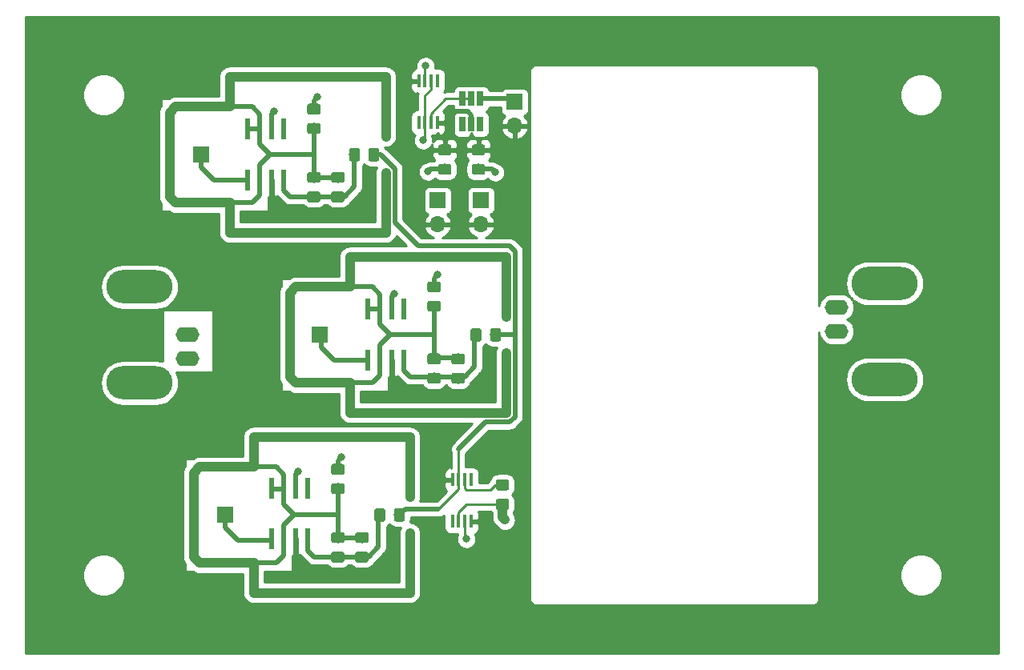
<source format=gbr>
G04 #@! TF.GenerationSoftware,KiCad,Pcbnew,(5.1.0-0)*
G04 #@! TF.CreationDate,2021-05-05T21:59:45-07:00*
G04 #@! TF.ProjectId,voltage_preamp,766f6c74-6167-4655-9f70-7265616d702e,rev?*
G04 #@! TF.SameCoordinates,Original*
G04 #@! TF.FileFunction,Copper,L1,Top*
G04 #@! TF.FilePolarity,Positive*
%FSLAX46Y46*%
G04 Gerber Fmt 4.6, Leading zero omitted, Abs format (unit mm)*
G04 Created by KiCad (PCBNEW (5.1.0-0)) date 2021-05-05 21:59:45*
%MOMM*%
%LPD*%
G04 APERTURE LIST*
%ADD10R,0.450000X1.450000*%
%ADD11O,1.700000X1.700000*%
%ADD12R,1.700000X1.700000*%
%ADD13R,0.650000X1.560000*%
%ADD14R,0.600000X2.200000*%
%ADD15C,0.100000*%
%ADD16C,1.150000*%
%ADD17O,2.500000X1.600000*%
%ADD18O,7.000000X3.500000*%
%ADD19C,0.800000*%
%ADD20C,0.500000*%
%ADD21C,1.000000*%
%ADD22C,0.250000*%
%ADD23C,0.254000*%
G04 APERTURE END LIST*
D10*
X151425000Y-116672000D03*
X152075000Y-116672000D03*
X152725000Y-116672000D03*
X153375000Y-116672000D03*
X153375000Y-121072000D03*
X152725000Y-121072000D03*
X152075000Y-121072000D03*
X151425000Y-121072000D03*
X156931000Y-163236000D03*
X156281000Y-163236000D03*
X155631000Y-163236000D03*
X154981000Y-163236000D03*
X154981000Y-158836000D03*
X155631000Y-158836000D03*
X156281000Y-158836000D03*
X156931000Y-158836000D03*
D11*
X161544000Y-121412000D03*
D12*
X161544000Y-118872000D03*
D13*
X156972000Y-118538000D03*
X156022000Y-118538000D03*
X157922000Y-118538000D03*
X157922000Y-121238000D03*
X156972000Y-121238000D03*
X156022000Y-121238000D03*
D14*
X139700000Y-165100000D03*
X139700000Y-159700000D03*
X138430000Y-165100000D03*
X138430000Y-159700000D03*
X137160000Y-165100000D03*
X137160000Y-159700000D03*
X135890000Y-165100000D03*
X135890000Y-159700000D03*
X149860000Y-146210000D03*
X149860000Y-140810000D03*
X148590000Y-146210000D03*
X148590000Y-140810000D03*
X147320000Y-146210000D03*
X147320000Y-140810000D03*
X146050000Y-146210000D03*
X146050000Y-140810000D03*
X137160000Y-127160000D03*
X137160000Y-121760000D03*
X135890000Y-127160000D03*
X135890000Y-121760000D03*
X134620000Y-127160000D03*
X134620000Y-121760000D03*
X133350000Y-127160000D03*
X133350000Y-121760000D03*
D15*
G36*
X160748505Y-158802204D02*
G01*
X160772773Y-158805804D01*
X160796572Y-158811765D01*
X160819671Y-158820030D01*
X160841850Y-158830520D01*
X160862893Y-158843132D01*
X160882599Y-158857747D01*
X160900777Y-158874223D01*
X160917253Y-158892401D01*
X160931868Y-158912107D01*
X160944480Y-158933150D01*
X160954970Y-158955329D01*
X160963235Y-158978428D01*
X160969196Y-159002227D01*
X160972796Y-159026495D01*
X160974000Y-159050999D01*
X160974000Y-159701001D01*
X160972796Y-159725505D01*
X160969196Y-159749773D01*
X160963235Y-159773572D01*
X160954970Y-159796671D01*
X160944480Y-159818850D01*
X160931868Y-159839893D01*
X160917253Y-159859599D01*
X160900777Y-159877777D01*
X160882599Y-159894253D01*
X160862893Y-159908868D01*
X160841850Y-159921480D01*
X160819671Y-159931970D01*
X160796572Y-159940235D01*
X160772773Y-159946196D01*
X160748505Y-159949796D01*
X160724001Y-159951000D01*
X159823999Y-159951000D01*
X159799495Y-159949796D01*
X159775227Y-159946196D01*
X159751428Y-159940235D01*
X159728329Y-159931970D01*
X159706150Y-159921480D01*
X159685107Y-159908868D01*
X159665401Y-159894253D01*
X159647223Y-159877777D01*
X159630747Y-159859599D01*
X159616132Y-159839893D01*
X159603520Y-159818850D01*
X159593030Y-159796671D01*
X159584765Y-159773572D01*
X159578804Y-159749773D01*
X159575204Y-159725505D01*
X159574000Y-159701001D01*
X159574000Y-159050999D01*
X159575204Y-159026495D01*
X159578804Y-159002227D01*
X159584765Y-158978428D01*
X159593030Y-158955329D01*
X159603520Y-158933150D01*
X159616132Y-158912107D01*
X159630747Y-158892401D01*
X159647223Y-158874223D01*
X159665401Y-158857747D01*
X159685107Y-158843132D01*
X159706150Y-158830520D01*
X159728329Y-158820030D01*
X159751428Y-158811765D01*
X159775227Y-158805804D01*
X159799495Y-158802204D01*
X159823999Y-158801000D01*
X160724001Y-158801000D01*
X160748505Y-158802204D01*
X160748505Y-158802204D01*
G37*
D16*
X160274000Y-159376000D03*
D15*
G36*
X160748505Y-160852204D02*
G01*
X160772773Y-160855804D01*
X160796572Y-160861765D01*
X160819671Y-160870030D01*
X160841850Y-160880520D01*
X160862893Y-160893132D01*
X160882599Y-160907747D01*
X160900777Y-160924223D01*
X160917253Y-160942401D01*
X160931868Y-160962107D01*
X160944480Y-160983150D01*
X160954970Y-161005329D01*
X160963235Y-161028428D01*
X160969196Y-161052227D01*
X160972796Y-161076495D01*
X160974000Y-161100999D01*
X160974000Y-161751001D01*
X160972796Y-161775505D01*
X160969196Y-161799773D01*
X160963235Y-161823572D01*
X160954970Y-161846671D01*
X160944480Y-161868850D01*
X160931868Y-161889893D01*
X160917253Y-161909599D01*
X160900777Y-161927777D01*
X160882599Y-161944253D01*
X160862893Y-161958868D01*
X160841850Y-161971480D01*
X160819671Y-161981970D01*
X160796572Y-161990235D01*
X160772773Y-161996196D01*
X160748505Y-161999796D01*
X160724001Y-162001000D01*
X159823999Y-162001000D01*
X159799495Y-161999796D01*
X159775227Y-161996196D01*
X159751428Y-161990235D01*
X159728329Y-161981970D01*
X159706150Y-161971480D01*
X159685107Y-161958868D01*
X159665401Y-161944253D01*
X159647223Y-161927777D01*
X159630747Y-161909599D01*
X159616132Y-161889893D01*
X159603520Y-161868850D01*
X159593030Y-161846671D01*
X159584765Y-161823572D01*
X159578804Y-161799773D01*
X159575204Y-161775505D01*
X159574000Y-161751001D01*
X159574000Y-161100999D01*
X159575204Y-161076495D01*
X159578804Y-161052227D01*
X159584765Y-161028428D01*
X159593030Y-161005329D01*
X159603520Y-160983150D01*
X159616132Y-160962107D01*
X159630747Y-160942401D01*
X159647223Y-160924223D01*
X159665401Y-160907747D01*
X159685107Y-160893132D01*
X159706150Y-160880520D01*
X159728329Y-160870030D01*
X159751428Y-160861765D01*
X159775227Y-160855804D01*
X159799495Y-160852204D01*
X159823999Y-160851000D01*
X160724001Y-160851000D01*
X160748505Y-160852204D01*
X160748505Y-160852204D01*
G37*
D16*
X160274000Y-161426000D03*
D15*
G36*
X147669505Y-161861204D02*
G01*
X147693773Y-161864804D01*
X147717572Y-161870765D01*
X147740671Y-161879030D01*
X147762850Y-161889520D01*
X147783893Y-161902132D01*
X147803599Y-161916747D01*
X147821777Y-161933223D01*
X147838253Y-161951401D01*
X147852868Y-161971107D01*
X147865480Y-161992150D01*
X147875970Y-162014329D01*
X147884235Y-162037428D01*
X147890196Y-162061227D01*
X147893796Y-162085495D01*
X147895000Y-162109999D01*
X147895000Y-163010001D01*
X147893796Y-163034505D01*
X147890196Y-163058773D01*
X147884235Y-163082572D01*
X147875970Y-163105671D01*
X147865480Y-163127850D01*
X147852868Y-163148893D01*
X147838253Y-163168599D01*
X147821777Y-163186777D01*
X147803599Y-163203253D01*
X147783893Y-163217868D01*
X147762850Y-163230480D01*
X147740671Y-163240970D01*
X147717572Y-163249235D01*
X147693773Y-163255196D01*
X147669505Y-163258796D01*
X147645001Y-163260000D01*
X146994999Y-163260000D01*
X146970495Y-163258796D01*
X146946227Y-163255196D01*
X146922428Y-163249235D01*
X146899329Y-163240970D01*
X146877150Y-163230480D01*
X146856107Y-163217868D01*
X146836401Y-163203253D01*
X146818223Y-163186777D01*
X146801747Y-163168599D01*
X146787132Y-163148893D01*
X146774520Y-163127850D01*
X146764030Y-163105671D01*
X146755765Y-163082572D01*
X146749804Y-163058773D01*
X146746204Y-163034505D01*
X146745000Y-163010001D01*
X146745000Y-162109999D01*
X146746204Y-162085495D01*
X146749804Y-162061227D01*
X146755765Y-162037428D01*
X146764030Y-162014329D01*
X146774520Y-161992150D01*
X146787132Y-161971107D01*
X146801747Y-161951401D01*
X146818223Y-161933223D01*
X146836401Y-161916747D01*
X146856107Y-161902132D01*
X146877150Y-161889520D01*
X146899329Y-161879030D01*
X146922428Y-161870765D01*
X146946227Y-161864804D01*
X146970495Y-161861204D01*
X146994999Y-161860000D01*
X147645001Y-161860000D01*
X147669505Y-161861204D01*
X147669505Y-161861204D01*
G37*
D16*
X147320000Y-162560000D03*
D15*
G36*
X149719505Y-161861204D02*
G01*
X149743773Y-161864804D01*
X149767572Y-161870765D01*
X149790671Y-161879030D01*
X149812850Y-161889520D01*
X149833893Y-161902132D01*
X149853599Y-161916747D01*
X149871777Y-161933223D01*
X149888253Y-161951401D01*
X149902868Y-161971107D01*
X149915480Y-161992150D01*
X149925970Y-162014329D01*
X149934235Y-162037428D01*
X149940196Y-162061227D01*
X149943796Y-162085495D01*
X149945000Y-162109999D01*
X149945000Y-163010001D01*
X149943796Y-163034505D01*
X149940196Y-163058773D01*
X149934235Y-163082572D01*
X149925970Y-163105671D01*
X149915480Y-163127850D01*
X149902868Y-163148893D01*
X149888253Y-163168599D01*
X149871777Y-163186777D01*
X149853599Y-163203253D01*
X149833893Y-163217868D01*
X149812850Y-163230480D01*
X149790671Y-163240970D01*
X149767572Y-163249235D01*
X149743773Y-163255196D01*
X149719505Y-163258796D01*
X149695001Y-163260000D01*
X149044999Y-163260000D01*
X149020495Y-163258796D01*
X148996227Y-163255196D01*
X148972428Y-163249235D01*
X148949329Y-163240970D01*
X148927150Y-163230480D01*
X148906107Y-163217868D01*
X148886401Y-163203253D01*
X148868223Y-163186777D01*
X148851747Y-163168599D01*
X148837132Y-163148893D01*
X148824520Y-163127850D01*
X148814030Y-163105671D01*
X148805765Y-163082572D01*
X148799804Y-163058773D01*
X148796204Y-163034505D01*
X148795000Y-163010001D01*
X148795000Y-162109999D01*
X148796204Y-162085495D01*
X148799804Y-162061227D01*
X148805765Y-162037428D01*
X148814030Y-162014329D01*
X148824520Y-161992150D01*
X148837132Y-161971107D01*
X148851747Y-161951401D01*
X148868223Y-161933223D01*
X148886401Y-161916747D01*
X148906107Y-161902132D01*
X148927150Y-161889520D01*
X148949329Y-161879030D01*
X148972428Y-161870765D01*
X148996227Y-161864804D01*
X149020495Y-161861204D01*
X149044999Y-161860000D01*
X149695001Y-161860000D01*
X149719505Y-161861204D01*
X149719505Y-161861204D01*
G37*
D16*
X149370000Y-162560000D03*
D15*
G36*
X157829505Y-142811204D02*
G01*
X157853773Y-142814804D01*
X157877572Y-142820765D01*
X157900671Y-142829030D01*
X157922850Y-142839520D01*
X157943893Y-142852132D01*
X157963599Y-142866747D01*
X157981777Y-142883223D01*
X157998253Y-142901401D01*
X158012868Y-142921107D01*
X158025480Y-142942150D01*
X158035970Y-142964329D01*
X158044235Y-142987428D01*
X158050196Y-143011227D01*
X158053796Y-143035495D01*
X158055000Y-143059999D01*
X158055000Y-143960001D01*
X158053796Y-143984505D01*
X158050196Y-144008773D01*
X158044235Y-144032572D01*
X158035970Y-144055671D01*
X158025480Y-144077850D01*
X158012868Y-144098893D01*
X157998253Y-144118599D01*
X157981777Y-144136777D01*
X157963599Y-144153253D01*
X157943893Y-144167868D01*
X157922850Y-144180480D01*
X157900671Y-144190970D01*
X157877572Y-144199235D01*
X157853773Y-144205196D01*
X157829505Y-144208796D01*
X157805001Y-144210000D01*
X157154999Y-144210000D01*
X157130495Y-144208796D01*
X157106227Y-144205196D01*
X157082428Y-144199235D01*
X157059329Y-144190970D01*
X157037150Y-144180480D01*
X157016107Y-144167868D01*
X156996401Y-144153253D01*
X156978223Y-144136777D01*
X156961747Y-144118599D01*
X156947132Y-144098893D01*
X156934520Y-144077850D01*
X156924030Y-144055671D01*
X156915765Y-144032572D01*
X156909804Y-144008773D01*
X156906204Y-143984505D01*
X156905000Y-143960001D01*
X156905000Y-143059999D01*
X156906204Y-143035495D01*
X156909804Y-143011227D01*
X156915765Y-142987428D01*
X156924030Y-142964329D01*
X156934520Y-142942150D01*
X156947132Y-142921107D01*
X156961747Y-142901401D01*
X156978223Y-142883223D01*
X156996401Y-142866747D01*
X157016107Y-142852132D01*
X157037150Y-142839520D01*
X157059329Y-142829030D01*
X157082428Y-142820765D01*
X157106227Y-142814804D01*
X157130495Y-142811204D01*
X157154999Y-142810000D01*
X157805001Y-142810000D01*
X157829505Y-142811204D01*
X157829505Y-142811204D01*
G37*
D16*
X157480000Y-143510000D03*
D15*
G36*
X159879505Y-142811204D02*
G01*
X159903773Y-142814804D01*
X159927572Y-142820765D01*
X159950671Y-142829030D01*
X159972850Y-142839520D01*
X159993893Y-142852132D01*
X160013599Y-142866747D01*
X160031777Y-142883223D01*
X160048253Y-142901401D01*
X160062868Y-142921107D01*
X160075480Y-142942150D01*
X160085970Y-142964329D01*
X160094235Y-142987428D01*
X160100196Y-143011227D01*
X160103796Y-143035495D01*
X160105000Y-143059999D01*
X160105000Y-143960001D01*
X160103796Y-143984505D01*
X160100196Y-144008773D01*
X160094235Y-144032572D01*
X160085970Y-144055671D01*
X160075480Y-144077850D01*
X160062868Y-144098893D01*
X160048253Y-144118599D01*
X160031777Y-144136777D01*
X160013599Y-144153253D01*
X159993893Y-144167868D01*
X159972850Y-144180480D01*
X159950671Y-144190970D01*
X159927572Y-144199235D01*
X159903773Y-144205196D01*
X159879505Y-144208796D01*
X159855001Y-144210000D01*
X159204999Y-144210000D01*
X159180495Y-144208796D01*
X159156227Y-144205196D01*
X159132428Y-144199235D01*
X159109329Y-144190970D01*
X159087150Y-144180480D01*
X159066107Y-144167868D01*
X159046401Y-144153253D01*
X159028223Y-144136777D01*
X159011747Y-144118599D01*
X158997132Y-144098893D01*
X158984520Y-144077850D01*
X158974030Y-144055671D01*
X158965765Y-144032572D01*
X158959804Y-144008773D01*
X158956204Y-143984505D01*
X158955000Y-143960001D01*
X158955000Y-143059999D01*
X158956204Y-143035495D01*
X158959804Y-143011227D01*
X158965765Y-142987428D01*
X158974030Y-142964329D01*
X158984520Y-142942150D01*
X158997132Y-142921107D01*
X159011747Y-142901401D01*
X159028223Y-142883223D01*
X159046401Y-142866747D01*
X159066107Y-142852132D01*
X159087150Y-142839520D01*
X159109329Y-142829030D01*
X159132428Y-142820765D01*
X159156227Y-142814804D01*
X159180495Y-142811204D01*
X159204999Y-142810000D01*
X159855001Y-142810000D01*
X159879505Y-142811204D01*
X159879505Y-142811204D01*
G37*
D16*
X159530000Y-143510000D03*
D15*
G36*
X144984505Y-123761204D02*
G01*
X145008773Y-123764804D01*
X145032572Y-123770765D01*
X145055671Y-123779030D01*
X145077850Y-123789520D01*
X145098893Y-123802132D01*
X145118599Y-123816747D01*
X145136777Y-123833223D01*
X145153253Y-123851401D01*
X145167868Y-123871107D01*
X145180480Y-123892150D01*
X145190970Y-123914329D01*
X145199235Y-123937428D01*
X145205196Y-123961227D01*
X145208796Y-123985495D01*
X145210000Y-124009999D01*
X145210000Y-124910001D01*
X145208796Y-124934505D01*
X145205196Y-124958773D01*
X145199235Y-124982572D01*
X145190970Y-125005671D01*
X145180480Y-125027850D01*
X145167868Y-125048893D01*
X145153253Y-125068599D01*
X145136777Y-125086777D01*
X145118599Y-125103253D01*
X145098893Y-125117868D01*
X145077850Y-125130480D01*
X145055671Y-125140970D01*
X145032572Y-125149235D01*
X145008773Y-125155196D01*
X144984505Y-125158796D01*
X144960001Y-125160000D01*
X144309999Y-125160000D01*
X144285495Y-125158796D01*
X144261227Y-125155196D01*
X144237428Y-125149235D01*
X144214329Y-125140970D01*
X144192150Y-125130480D01*
X144171107Y-125117868D01*
X144151401Y-125103253D01*
X144133223Y-125086777D01*
X144116747Y-125068599D01*
X144102132Y-125048893D01*
X144089520Y-125027850D01*
X144079030Y-125005671D01*
X144070765Y-124982572D01*
X144064804Y-124958773D01*
X144061204Y-124934505D01*
X144060000Y-124910001D01*
X144060000Y-124009999D01*
X144061204Y-123985495D01*
X144064804Y-123961227D01*
X144070765Y-123937428D01*
X144079030Y-123914329D01*
X144089520Y-123892150D01*
X144102132Y-123871107D01*
X144116747Y-123851401D01*
X144133223Y-123833223D01*
X144151401Y-123816747D01*
X144171107Y-123802132D01*
X144192150Y-123789520D01*
X144214329Y-123779030D01*
X144237428Y-123770765D01*
X144261227Y-123764804D01*
X144285495Y-123761204D01*
X144309999Y-123760000D01*
X144960001Y-123760000D01*
X144984505Y-123761204D01*
X144984505Y-123761204D01*
G37*
D16*
X144635000Y-124460000D03*
D15*
G36*
X147034505Y-123761204D02*
G01*
X147058773Y-123764804D01*
X147082572Y-123770765D01*
X147105671Y-123779030D01*
X147127850Y-123789520D01*
X147148893Y-123802132D01*
X147168599Y-123816747D01*
X147186777Y-123833223D01*
X147203253Y-123851401D01*
X147217868Y-123871107D01*
X147230480Y-123892150D01*
X147240970Y-123914329D01*
X147249235Y-123937428D01*
X147255196Y-123961227D01*
X147258796Y-123985495D01*
X147260000Y-124009999D01*
X147260000Y-124910001D01*
X147258796Y-124934505D01*
X147255196Y-124958773D01*
X147249235Y-124982572D01*
X147240970Y-125005671D01*
X147230480Y-125027850D01*
X147217868Y-125048893D01*
X147203253Y-125068599D01*
X147186777Y-125086777D01*
X147168599Y-125103253D01*
X147148893Y-125117868D01*
X147127850Y-125130480D01*
X147105671Y-125140970D01*
X147082572Y-125149235D01*
X147058773Y-125155196D01*
X147034505Y-125158796D01*
X147010001Y-125160000D01*
X146359999Y-125160000D01*
X146335495Y-125158796D01*
X146311227Y-125155196D01*
X146287428Y-125149235D01*
X146264329Y-125140970D01*
X146242150Y-125130480D01*
X146221107Y-125117868D01*
X146201401Y-125103253D01*
X146183223Y-125086777D01*
X146166747Y-125068599D01*
X146152132Y-125048893D01*
X146139520Y-125027850D01*
X146129030Y-125005671D01*
X146120765Y-124982572D01*
X146114804Y-124958773D01*
X146111204Y-124934505D01*
X146110000Y-124910001D01*
X146110000Y-124009999D01*
X146111204Y-123985495D01*
X146114804Y-123961227D01*
X146120765Y-123937428D01*
X146129030Y-123914329D01*
X146139520Y-123892150D01*
X146152132Y-123871107D01*
X146166747Y-123851401D01*
X146183223Y-123833223D01*
X146201401Y-123816747D01*
X146221107Y-123802132D01*
X146242150Y-123789520D01*
X146264329Y-123779030D01*
X146287428Y-123770765D01*
X146311227Y-123764804D01*
X146335495Y-123761204D01*
X146359999Y-123760000D01*
X147010001Y-123760000D01*
X147034505Y-123761204D01*
X147034505Y-123761204D01*
G37*
D16*
X146685000Y-124460000D03*
D15*
G36*
X143349505Y-166431204D02*
G01*
X143373773Y-166434804D01*
X143397572Y-166440765D01*
X143420671Y-166449030D01*
X143442850Y-166459520D01*
X143463893Y-166472132D01*
X143483599Y-166486747D01*
X143501777Y-166503223D01*
X143518253Y-166521401D01*
X143532868Y-166541107D01*
X143545480Y-166562150D01*
X143555970Y-166584329D01*
X143564235Y-166607428D01*
X143570196Y-166631227D01*
X143573796Y-166655495D01*
X143575000Y-166679999D01*
X143575000Y-167330001D01*
X143573796Y-167354505D01*
X143570196Y-167378773D01*
X143564235Y-167402572D01*
X143555970Y-167425671D01*
X143545480Y-167447850D01*
X143532868Y-167468893D01*
X143518253Y-167488599D01*
X143501777Y-167506777D01*
X143483599Y-167523253D01*
X143463893Y-167537868D01*
X143442850Y-167550480D01*
X143420671Y-167560970D01*
X143397572Y-167569235D01*
X143373773Y-167575196D01*
X143349505Y-167578796D01*
X143325001Y-167580000D01*
X142424999Y-167580000D01*
X142400495Y-167578796D01*
X142376227Y-167575196D01*
X142352428Y-167569235D01*
X142329329Y-167560970D01*
X142307150Y-167550480D01*
X142286107Y-167537868D01*
X142266401Y-167523253D01*
X142248223Y-167506777D01*
X142231747Y-167488599D01*
X142217132Y-167468893D01*
X142204520Y-167447850D01*
X142194030Y-167425671D01*
X142185765Y-167402572D01*
X142179804Y-167378773D01*
X142176204Y-167354505D01*
X142175000Y-167330001D01*
X142175000Y-166679999D01*
X142176204Y-166655495D01*
X142179804Y-166631227D01*
X142185765Y-166607428D01*
X142194030Y-166584329D01*
X142204520Y-166562150D01*
X142217132Y-166541107D01*
X142231747Y-166521401D01*
X142248223Y-166503223D01*
X142266401Y-166486747D01*
X142286107Y-166472132D01*
X142307150Y-166459520D01*
X142329329Y-166449030D01*
X142352428Y-166440765D01*
X142376227Y-166434804D01*
X142400495Y-166431204D01*
X142424999Y-166430000D01*
X143325001Y-166430000D01*
X143349505Y-166431204D01*
X143349505Y-166431204D01*
G37*
D16*
X142875000Y-167005000D03*
D15*
G36*
X143349505Y-164381204D02*
G01*
X143373773Y-164384804D01*
X143397572Y-164390765D01*
X143420671Y-164399030D01*
X143442850Y-164409520D01*
X143463893Y-164422132D01*
X143483599Y-164436747D01*
X143501777Y-164453223D01*
X143518253Y-164471401D01*
X143532868Y-164491107D01*
X143545480Y-164512150D01*
X143555970Y-164534329D01*
X143564235Y-164557428D01*
X143570196Y-164581227D01*
X143573796Y-164605495D01*
X143575000Y-164629999D01*
X143575000Y-165280001D01*
X143573796Y-165304505D01*
X143570196Y-165328773D01*
X143564235Y-165352572D01*
X143555970Y-165375671D01*
X143545480Y-165397850D01*
X143532868Y-165418893D01*
X143518253Y-165438599D01*
X143501777Y-165456777D01*
X143483599Y-165473253D01*
X143463893Y-165487868D01*
X143442850Y-165500480D01*
X143420671Y-165510970D01*
X143397572Y-165519235D01*
X143373773Y-165525196D01*
X143349505Y-165528796D01*
X143325001Y-165530000D01*
X142424999Y-165530000D01*
X142400495Y-165528796D01*
X142376227Y-165525196D01*
X142352428Y-165519235D01*
X142329329Y-165510970D01*
X142307150Y-165500480D01*
X142286107Y-165487868D01*
X142266401Y-165473253D01*
X142248223Y-165456777D01*
X142231747Y-165438599D01*
X142217132Y-165418893D01*
X142204520Y-165397850D01*
X142194030Y-165375671D01*
X142185765Y-165352572D01*
X142179804Y-165328773D01*
X142176204Y-165304505D01*
X142175000Y-165280001D01*
X142175000Y-164629999D01*
X142176204Y-164605495D01*
X142179804Y-164581227D01*
X142185765Y-164557428D01*
X142194030Y-164534329D01*
X142204520Y-164512150D01*
X142217132Y-164491107D01*
X142231747Y-164471401D01*
X142248223Y-164453223D01*
X142266401Y-164436747D01*
X142286107Y-164422132D01*
X142307150Y-164409520D01*
X142329329Y-164399030D01*
X142352428Y-164390765D01*
X142376227Y-164384804D01*
X142400495Y-164381204D01*
X142424999Y-164380000D01*
X143325001Y-164380000D01*
X143349505Y-164381204D01*
X143349505Y-164381204D01*
G37*
D16*
X142875000Y-164955000D03*
D15*
G36*
X153509505Y-147517204D02*
G01*
X153533773Y-147520804D01*
X153557572Y-147526765D01*
X153580671Y-147535030D01*
X153602850Y-147545520D01*
X153623893Y-147558132D01*
X153643599Y-147572747D01*
X153661777Y-147589223D01*
X153678253Y-147607401D01*
X153692868Y-147627107D01*
X153705480Y-147648150D01*
X153715970Y-147670329D01*
X153724235Y-147693428D01*
X153730196Y-147717227D01*
X153733796Y-147741495D01*
X153735000Y-147765999D01*
X153735000Y-148416001D01*
X153733796Y-148440505D01*
X153730196Y-148464773D01*
X153724235Y-148488572D01*
X153715970Y-148511671D01*
X153705480Y-148533850D01*
X153692868Y-148554893D01*
X153678253Y-148574599D01*
X153661777Y-148592777D01*
X153643599Y-148609253D01*
X153623893Y-148623868D01*
X153602850Y-148636480D01*
X153580671Y-148646970D01*
X153557572Y-148655235D01*
X153533773Y-148661196D01*
X153509505Y-148664796D01*
X153485001Y-148666000D01*
X152584999Y-148666000D01*
X152560495Y-148664796D01*
X152536227Y-148661196D01*
X152512428Y-148655235D01*
X152489329Y-148646970D01*
X152467150Y-148636480D01*
X152446107Y-148623868D01*
X152426401Y-148609253D01*
X152408223Y-148592777D01*
X152391747Y-148574599D01*
X152377132Y-148554893D01*
X152364520Y-148533850D01*
X152354030Y-148511671D01*
X152345765Y-148488572D01*
X152339804Y-148464773D01*
X152336204Y-148440505D01*
X152335000Y-148416001D01*
X152335000Y-147765999D01*
X152336204Y-147741495D01*
X152339804Y-147717227D01*
X152345765Y-147693428D01*
X152354030Y-147670329D01*
X152364520Y-147648150D01*
X152377132Y-147627107D01*
X152391747Y-147607401D01*
X152408223Y-147589223D01*
X152426401Y-147572747D01*
X152446107Y-147558132D01*
X152467150Y-147545520D01*
X152489329Y-147535030D01*
X152512428Y-147526765D01*
X152536227Y-147520804D01*
X152560495Y-147517204D01*
X152584999Y-147516000D01*
X153485001Y-147516000D01*
X153509505Y-147517204D01*
X153509505Y-147517204D01*
G37*
D16*
X153035000Y-148091000D03*
D15*
G36*
X153509505Y-145467204D02*
G01*
X153533773Y-145470804D01*
X153557572Y-145476765D01*
X153580671Y-145485030D01*
X153602850Y-145495520D01*
X153623893Y-145508132D01*
X153643599Y-145522747D01*
X153661777Y-145539223D01*
X153678253Y-145557401D01*
X153692868Y-145577107D01*
X153705480Y-145598150D01*
X153715970Y-145620329D01*
X153724235Y-145643428D01*
X153730196Y-145667227D01*
X153733796Y-145691495D01*
X153735000Y-145715999D01*
X153735000Y-146366001D01*
X153733796Y-146390505D01*
X153730196Y-146414773D01*
X153724235Y-146438572D01*
X153715970Y-146461671D01*
X153705480Y-146483850D01*
X153692868Y-146504893D01*
X153678253Y-146524599D01*
X153661777Y-146542777D01*
X153643599Y-146559253D01*
X153623893Y-146573868D01*
X153602850Y-146586480D01*
X153580671Y-146596970D01*
X153557572Y-146605235D01*
X153533773Y-146611196D01*
X153509505Y-146614796D01*
X153485001Y-146616000D01*
X152584999Y-146616000D01*
X152560495Y-146614796D01*
X152536227Y-146611196D01*
X152512428Y-146605235D01*
X152489329Y-146596970D01*
X152467150Y-146586480D01*
X152446107Y-146573868D01*
X152426401Y-146559253D01*
X152408223Y-146542777D01*
X152391747Y-146524599D01*
X152377132Y-146504893D01*
X152364520Y-146483850D01*
X152354030Y-146461671D01*
X152345765Y-146438572D01*
X152339804Y-146414773D01*
X152336204Y-146390505D01*
X152335000Y-146366001D01*
X152335000Y-145715999D01*
X152336204Y-145691495D01*
X152339804Y-145667227D01*
X152345765Y-145643428D01*
X152354030Y-145620329D01*
X152364520Y-145598150D01*
X152377132Y-145577107D01*
X152391747Y-145557401D01*
X152408223Y-145539223D01*
X152426401Y-145522747D01*
X152446107Y-145508132D01*
X152467150Y-145495520D01*
X152489329Y-145485030D01*
X152512428Y-145476765D01*
X152536227Y-145470804D01*
X152560495Y-145467204D01*
X152584999Y-145466000D01*
X153485001Y-145466000D01*
X153509505Y-145467204D01*
X153509505Y-145467204D01*
G37*
D16*
X153035000Y-146041000D03*
D15*
G36*
X140809505Y-128331204D02*
G01*
X140833773Y-128334804D01*
X140857572Y-128340765D01*
X140880671Y-128349030D01*
X140902850Y-128359520D01*
X140923893Y-128372132D01*
X140943599Y-128386747D01*
X140961777Y-128403223D01*
X140978253Y-128421401D01*
X140992868Y-128441107D01*
X141005480Y-128462150D01*
X141015970Y-128484329D01*
X141024235Y-128507428D01*
X141030196Y-128531227D01*
X141033796Y-128555495D01*
X141035000Y-128579999D01*
X141035000Y-129230001D01*
X141033796Y-129254505D01*
X141030196Y-129278773D01*
X141024235Y-129302572D01*
X141015970Y-129325671D01*
X141005480Y-129347850D01*
X140992868Y-129368893D01*
X140978253Y-129388599D01*
X140961777Y-129406777D01*
X140943599Y-129423253D01*
X140923893Y-129437868D01*
X140902850Y-129450480D01*
X140880671Y-129460970D01*
X140857572Y-129469235D01*
X140833773Y-129475196D01*
X140809505Y-129478796D01*
X140785001Y-129480000D01*
X139884999Y-129480000D01*
X139860495Y-129478796D01*
X139836227Y-129475196D01*
X139812428Y-129469235D01*
X139789329Y-129460970D01*
X139767150Y-129450480D01*
X139746107Y-129437868D01*
X139726401Y-129423253D01*
X139708223Y-129406777D01*
X139691747Y-129388599D01*
X139677132Y-129368893D01*
X139664520Y-129347850D01*
X139654030Y-129325671D01*
X139645765Y-129302572D01*
X139639804Y-129278773D01*
X139636204Y-129254505D01*
X139635000Y-129230001D01*
X139635000Y-128579999D01*
X139636204Y-128555495D01*
X139639804Y-128531227D01*
X139645765Y-128507428D01*
X139654030Y-128484329D01*
X139664520Y-128462150D01*
X139677132Y-128441107D01*
X139691747Y-128421401D01*
X139708223Y-128403223D01*
X139726401Y-128386747D01*
X139746107Y-128372132D01*
X139767150Y-128359520D01*
X139789329Y-128349030D01*
X139812428Y-128340765D01*
X139836227Y-128334804D01*
X139860495Y-128331204D01*
X139884999Y-128330000D01*
X140785001Y-128330000D01*
X140809505Y-128331204D01*
X140809505Y-128331204D01*
G37*
D16*
X140335000Y-128905000D03*
D15*
G36*
X140809505Y-126281204D02*
G01*
X140833773Y-126284804D01*
X140857572Y-126290765D01*
X140880671Y-126299030D01*
X140902850Y-126309520D01*
X140923893Y-126322132D01*
X140943599Y-126336747D01*
X140961777Y-126353223D01*
X140978253Y-126371401D01*
X140992868Y-126391107D01*
X141005480Y-126412150D01*
X141015970Y-126434329D01*
X141024235Y-126457428D01*
X141030196Y-126481227D01*
X141033796Y-126505495D01*
X141035000Y-126529999D01*
X141035000Y-127180001D01*
X141033796Y-127204505D01*
X141030196Y-127228773D01*
X141024235Y-127252572D01*
X141015970Y-127275671D01*
X141005480Y-127297850D01*
X140992868Y-127318893D01*
X140978253Y-127338599D01*
X140961777Y-127356777D01*
X140943599Y-127373253D01*
X140923893Y-127387868D01*
X140902850Y-127400480D01*
X140880671Y-127410970D01*
X140857572Y-127419235D01*
X140833773Y-127425196D01*
X140809505Y-127428796D01*
X140785001Y-127430000D01*
X139884999Y-127430000D01*
X139860495Y-127428796D01*
X139836227Y-127425196D01*
X139812428Y-127419235D01*
X139789329Y-127410970D01*
X139767150Y-127400480D01*
X139746107Y-127387868D01*
X139726401Y-127373253D01*
X139708223Y-127356777D01*
X139691747Y-127338599D01*
X139677132Y-127318893D01*
X139664520Y-127297850D01*
X139654030Y-127275671D01*
X139645765Y-127252572D01*
X139639804Y-127228773D01*
X139636204Y-127204505D01*
X139635000Y-127180001D01*
X139635000Y-126529999D01*
X139636204Y-126505495D01*
X139639804Y-126481227D01*
X139645765Y-126457428D01*
X139654030Y-126434329D01*
X139664520Y-126412150D01*
X139677132Y-126391107D01*
X139691747Y-126371401D01*
X139708223Y-126353223D01*
X139726401Y-126336747D01*
X139746107Y-126322132D01*
X139767150Y-126309520D01*
X139789329Y-126299030D01*
X139812428Y-126290765D01*
X139836227Y-126284804D01*
X139860495Y-126281204D01*
X139884999Y-126280000D01*
X140785001Y-126280000D01*
X140809505Y-126281204D01*
X140809505Y-126281204D01*
G37*
D16*
X140335000Y-126855000D03*
D15*
G36*
X143349505Y-159201204D02*
G01*
X143373773Y-159204804D01*
X143397572Y-159210765D01*
X143420671Y-159219030D01*
X143442850Y-159229520D01*
X143463893Y-159242132D01*
X143483599Y-159256747D01*
X143501777Y-159273223D01*
X143518253Y-159291401D01*
X143532868Y-159311107D01*
X143545480Y-159332150D01*
X143555970Y-159354329D01*
X143564235Y-159377428D01*
X143570196Y-159401227D01*
X143573796Y-159425495D01*
X143575000Y-159449999D01*
X143575000Y-160100001D01*
X143573796Y-160124505D01*
X143570196Y-160148773D01*
X143564235Y-160172572D01*
X143555970Y-160195671D01*
X143545480Y-160217850D01*
X143532868Y-160238893D01*
X143518253Y-160258599D01*
X143501777Y-160276777D01*
X143483599Y-160293253D01*
X143463893Y-160307868D01*
X143442850Y-160320480D01*
X143420671Y-160330970D01*
X143397572Y-160339235D01*
X143373773Y-160345196D01*
X143349505Y-160348796D01*
X143325001Y-160350000D01*
X142424999Y-160350000D01*
X142400495Y-160348796D01*
X142376227Y-160345196D01*
X142352428Y-160339235D01*
X142329329Y-160330970D01*
X142307150Y-160320480D01*
X142286107Y-160307868D01*
X142266401Y-160293253D01*
X142248223Y-160276777D01*
X142231747Y-160258599D01*
X142217132Y-160238893D01*
X142204520Y-160217850D01*
X142194030Y-160195671D01*
X142185765Y-160172572D01*
X142179804Y-160148773D01*
X142176204Y-160124505D01*
X142175000Y-160100001D01*
X142175000Y-159449999D01*
X142176204Y-159425495D01*
X142179804Y-159401227D01*
X142185765Y-159377428D01*
X142194030Y-159354329D01*
X142204520Y-159332150D01*
X142217132Y-159311107D01*
X142231747Y-159291401D01*
X142248223Y-159273223D01*
X142266401Y-159256747D01*
X142286107Y-159242132D01*
X142307150Y-159229520D01*
X142329329Y-159219030D01*
X142352428Y-159210765D01*
X142376227Y-159204804D01*
X142400495Y-159201204D01*
X142424999Y-159200000D01*
X143325001Y-159200000D01*
X143349505Y-159201204D01*
X143349505Y-159201204D01*
G37*
D16*
X142875000Y-159775000D03*
D15*
G36*
X143349505Y-157151204D02*
G01*
X143373773Y-157154804D01*
X143397572Y-157160765D01*
X143420671Y-157169030D01*
X143442850Y-157179520D01*
X143463893Y-157192132D01*
X143483599Y-157206747D01*
X143501777Y-157223223D01*
X143518253Y-157241401D01*
X143532868Y-157261107D01*
X143545480Y-157282150D01*
X143555970Y-157304329D01*
X143564235Y-157327428D01*
X143570196Y-157351227D01*
X143573796Y-157375495D01*
X143575000Y-157399999D01*
X143575000Y-158050001D01*
X143573796Y-158074505D01*
X143570196Y-158098773D01*
X143564235Y-158122572D01*
X143555970Y-158145671D01*
X143545480Y-158167850D01*
X143532868Y-158188893D01*
X143518253Y-158208599D01*
X143501777Y-158226777D01*
X143483599Y-158243253D01*
X143463893Y-158257868D01*
X143442850Y-158270480D01*
X143420671Y-158280970D01*
X143397572Y-158289235D01*
X143373773Y-158295196D01*
X143349505Y-158298796D01*
X143325001Y-158300000D01*
X142424999Y-158300000D01*
X142400495Y-158298796D01*
X142376227Y-158295196D01*
X142352428Y-158289235D01*
X142329329Y-158280970D01*
X142307150Y-158270480D01*
X142286107Y-158257868D01*
X142266401Y-158243253D01*
X142248223Y-158226777D01*
X142231747Y-158208599D01*
X142217132Y-158188893D01*
X142204520Y-158167850D01*
X142194030Y-158145671D01*
X142185765Y-158122572D01*
X142179804Y-158098773D01*
X142176204Y-158074505D01*
X142175000Y-158050001D01*
X142175000Y-157399999D01*
X142176204Y-157375495D01*
X142179804Y-157351227D01*
X142185765Y-157327428D01*
X142194030Y-157304329D01*
X142204520Y-157282150D01*
X142217132Y-157261107D01*
X142231747Y-157241401D01*
X142248223Y-157223223D01*
X142266401Y-157206747D01*
X142286107Y-157192132D01*
X142307150Y-157179520D01*
X142329329Y-157169030D01*
X142352428Y-157160765D01*
X142376227Y-157154804D01*
X142400495Y-157151204D01*
X142424999Y-157150000D01*
X143325001Y-157150000D01*
X143349505Y-157151204D01*
X143349505Y-157151204D01*
G37*
D16*
X142875000Y-157725000D03*
D15*
G36*
X153509505Y-139906204D02*
G01*
X153533773Y-139909804D01*
X153557572Y-139915765D01*
X153580671Y-139924030D01*
X153602850Y-139934520D01*
X153623893Y-139947132D01*
X153643599Y-139961747D01*
X153661777Y-139978223D01*
X153678253Y-139996401D01*
X153692868Y-140016107D01*
X153705480Y-140037150D01*
X153715970Y-140059329D01*
X153724235Y-140082428D01*
X153730196Y-140106227D01*
X153733796Y-140130495D01*
X153735000Y-140154999D01*
X153735000Y-140805001D01*
X153733796Y-140829505D01*
X153730196Y-140853773D01*
X153724235Y-140877572D01*
X153715970Y-140900671D01*
X153705480Y-140922850D01*
X153692868Y-140943893D01*
X153678253Y-140963599D01*
X153661777Y-140981777D01*
X153643599Y-140998253D01*
X153623893Y-141012868D01*
X153602850Y-141025480D01*
X153580671Y-141035970D01*
X153557572Y-141044235D01*
X153533773Y-141050196D01*
X153509505Y-141053796D01*
X153485001Y-141055000D01*
X152584999Y-141055000D01*
X152560495Y-141053796D01*
X152536227Y-141050196D01*
X152512428Y-141044235D01*
X152489329Y-141035970D01*
X152467150Y-141025480D01*
X152446107Y-141012868D01*
X152426401Y-140998253D01*
X152408223Y-140981777D01*
X152391747Y-140963599D01*
X152377132Y-140943893D01*
X152364520Y-140922850D01*
X152354030Y-140900671D01*
X152345765Y-140877572D01*
X152339804Y-140853773D01*
X152336204Y-140829505D01*
X152335000Y-140805001D01*
X152335000Y-140154999D01*
X152336204Y-140130495D01*
X152339804Y-140106227D01*
X152345765Y-140082428D01*
X152354030Y-140059329D01*
X152364520Y-140037150D01*
X152377132Y-140016107D01*
X152391747Y-139996401D01*
X152408223Y-139978223D01*
X152426401Y-139961747D01*
X152446107Y-139947132D01*
X152467150Y-139934520D01*
X152489329Y-139924030D01*
X152512428Y-139915765D01*
X152536227Y-139909804D01*
X152560495Y-139906204D01*
X152584999Y-139905000D01*
X153485001Y-139905000D01*
X153509505Y-139906204D01*
X153509505Y-139906204D01*
G37*
D16*
X153035000Y-140480000D03*
D15*
G36*
X153509505Y-137856204D02*
G01*
X153533773Y-137859804D01*
X153557572Y-137865765D01*
X153580671Y-137874030D01*
X153602850Y-137884520D01*
X153623893Y-137897132D01*
X153643599Y-137911747D01*
X153661777Y-137928223D01*
X153678253Y-137946401D01*
X153692868Y-137966107D01*
X153705480Y-137987150D01*
X153715970Y-138009329D01*
X153724235Y-138032428D01*
X153730196Y-138056227D01*
X153733796Y-138080495D01*
X153735000Y-138104999D01*
X153735000Y-138755001D01*
X153733796Y-138779505D01*
X153730196Y-138803773D01*
X153724235Y-138827572D01*
X153715970Y-138850671D01*
X153705480Y-138872850D01*
X153692868Y-138893893D01*
X153678253Y-138913599D01*
X153661777Y-138931777D01*
X153643599Y-138948253D01*
X153623893Y-138962868D01*
X153602850Y-138975480D01*
X153580671Y-138985970D01*
X153557572Y-138994235D01*
X153533773Y-139000196D01*
X153509505Y-139003796D01*
X153485001Y-139005000D01*
X152584999Y-139005000D01*
X152560495Y-139003796D01*
X152536227Y-139000196D01*
X152512428Y-138994235D01*
X152489329Y-138985970D01*
X152467150Y-138975480D01*
X152446107Y-138962868D01*
X152426401Y-138948253D01*
X152408223Y-138931777D01*
X152391747Y-138913599D01*
X152377132Y-138893893D01*
X152364520Y-138872850D01*
X152354030Y-138850671D01*
X152345765Y-138827572D01*
X152339804Y-138803773D01*
X152336204Y-138779505D01*
X152335000Y-138755001D01*
X152335000Y-138104999D01*
X152336204Y-138080495D01*
X152339804Y-138056227D01*
X152345765Y-138032428D01*
X152354030Y-138009329D01*
X152364520Y-137987150D01*
X152377132Y-137966107D01*
X152391747Y-137946401D01*
X152408223Y-137928223D01*
X152426401Y-137911747D01*
X152446107Y-137897132D01*
X152467150Y-137884520D01*
X152489329Y-137874030D01*
X152512428Y-137865765D01*
X152536227Y-137859804D01*
X152560495Y-137856204D01*
X152584999Y-137855000D01*
X153485001Y-137855000D01*
X153509505Y-137856204D01*
X153509505Y-137856204D01*
G37*
D16*
X153035000Y-138430000D03*
D15*
G36*
X140809505Y-121101204D02*
G01*
X140833773Y-121104804D01*
X140857572Y-121110765D01*
X140880671Y-121119030D01*
X140902850Y-121129520D01*
X140923893Y-121142132D01*
X140943599Y-121156747D01*
X140961777Y-121173223D01*
X140978253Y-121191401D01*
X140992868Y-121211107D01*
X141005480Y-121232150D01*
X141015970Y-121254329D01*
X141024235Y-121277428D01*
X141030196Y-121301227D01*
X141033796Y-121325495D01*
X141035000Y-121349999D01*
X141035000Y-122000001D01*
X141033796Y-122024505D01*
X141030196Y-122048773D01*
X141024235Y-122072572D01*
X141015970Y-122095671D01*
X141005480Y-122117850D01*
X140992868Y-122138893D01*
X140978253Y-122158599D01*
X140961777Y-122176777D01*
X140943599Y-122193253D01*
X140923893Y-122207868D01*
X140902850Y-122220480D01*
X140880671Y-122230970D01*
X140857572Y-122239235D01*
X140833773Y-122245196D01*
X140809505Y-122248796D01*
X140785001Y-122250000D01*
X139884999Y-122250000D01*
X139860495Y-122248796D01*
X139836227Y-122245196D01*
X139812428Y-122239235D01*
X139789329Y-122230970D01*
X139767150Y-122220480D01*
X139746107Y-122207868D01*
X139726401Y-122193253D01*
X139708223Y-122176777D01*
X139691747Y-122158599D01*
X139677132Y-122138893D01*
X139664520Y-122117850D01*
X139654030Y-122095671D01*
X139645765Y-122072572D01*
X139639804Y-122048773D01*
X139636204Y-122024505D01*
X139635000Y-122000001D01*
X139635000Y-121349999D01*
X139636204Y-121325495D01*
X139639804Y-121301227D01*
X139645765Y-121277428D01*
X139654030Y-121254329D01*
X139664520Y-121232150D01*
X139677132Y-121211107D01*
X139691747Y-121191401D01*
X139708223Y-121173223D01*
X139726401Y-121156747D01*
X139746107Y-121142132D01*
X139767150Y-121129520D01*
X139789329Y-121119030D01*
X139812428Y-121110765D01*
X139836227Y-121104804D01*
X139860495Y-121101204D01*
X139884999Y-121100000D01*
X140785001Y-121100000D01*
X140809505Y-121101204D01*
X140809505Y-121101204D01*
G37*
D16*
X140335000Y-121675000D03*
D15*
G36*
X140809505Y-119051204D02*
G01*
X140833773Y-119054804D01*
X140857572Y-119060765D01*
X140880671Y-119069030D01*
X140902850Y-119079520D01*
X140923893Y-119092132D01*
X140943599Y-119106747D01*
X140961777Y-119123223D01*
X140978253Y-119141401D01*
X140992868Y-119161107D01*
X141005480Y-119182150D01*
X141015970Y-119204329D01*
X141024235Y-119227428D01*
X141030196Y-119251227D01*
X141033796Y-119275495D01*
X141035000Y-119299999D01*
X141035000Y-119950001D01*
X141033796Y-119974505D01*
X141030196Y-119998773D01*
X141024235Y-120022572D01*
X141015970Y-120045671D01*
X141005480Y-120067850D01*
X140992868Y-120088893D01*
X140978253Y-120108599D01*
X140961777Y-120126777D01*
X140943599Y-120143253D01*
X140923893Y-120157868D01*
X140902850Y-120170480D01*
X140880671Y-120180970D01*
X140857572Y-120189235D01*
X140833773Y-120195196D01*
X140809505Y-120198796D01*
X140785001Y-120200000D01*
X139884999Y-120200000D01*
X139860495Y-120198796D01*
X139836227Y-120195196D01*
X139812428Y-120189235D01*
X139789329Y-120180970D01*
X139767150Y-120170480D01*
X139746107Y-120157868D01*
X139726401Y-120143253D01*
X139708223Y-120126777D01*
X139691747Y-120108599D01*
X139677132Y-120088893D01*
X139664520Y-120067850D01*
X139654030Y-120045671D01*
X139645765Y-120022572D01*
X139639804Y-119998773D01*
X139636204Y-119974505D01*
X139635000Y-119950001D01*
X139635000Y-119299999D01*
X139636204Y-119275495D01*
X139639804Y-119251227D01*
X139645765Y-119227428D01*
X139654030Y-119204329D01*
X139664520Y-119182150D01*
X139677132Y-119161107D01*
X139691747Y-119141401D01*
X139708223Y-119123223D01*
X139726401Y-119106747D01*
X139746107Y-119092132D01*
X139767150Y-119079520D01*
X139789329Y-119069030D01*
X139812428Y-119060765D01*
X139836227Y-119054804D01*
X139860495Y-119051204D01*
X139884999Y-119050000D01*
X140785001Y-119050000D01*
X140809505Y-119051204D01*
X140809505Y-119051204D01*
G37*
D16*
X140335000Y-119625000D03*
D17*
X195580000Y-140589000D03*
X195580000Y-143129000D03*
D18*
X200660000Y-148209000D03*
X200660000Y-138049000D03*
D12*
X130937000Y-162560000D03*
X140970000Y-143510000D03*
X128397000Y-124460000D03*
D17*
X127000000Y-146050000D03*
X127000000Y-143510000D03*
D18*
X121920000Y-138430000D03*
X121920000Y-148590000D03*
D15*
G36*
X154652505Y-123369204D02*
G01*
X154676773Y-123372804D01*
X154700572Y-123378765D01*
X154723671Y-123387030D01*
X154745850Y-123397520D01*
X154766893Y-123410132D01*
X154786599Y-123424747D01*
X154804777Y-123441223D01*
X154821253Y-123459401D01*
X154835868Y-123479107D01*
X154848480Y-123500150D01*
X154858970Y-123522329D01*
X154867235Y-123545428D01*
X154873196Y-123569227D01*
X154876796Y-123593495D01*
X154878000Y-123617999D01*
X154878000Y-124268001D01*
X154876796Y-124292505D01*
X154873196Y-124316773D01*
X154867235Y-124340572D01*
X154858970Y-124363671D01*
X154848480Y-124385850D01*
X154835868Y-124406893D01*
X154821253Y-124426599D01*
X154804777Y-124444777D01*
X154786599Y-124461253D01*
X154766893Y-124475868D01*
X154745850Y-124488480D01*
X154723671Y-124498970D01*
X154700572Y-124507235D01*
X154676773Y-124513196D01*
X154652505Y-124516796D01*
X154628001Y-124518000D01*
X153727999Y-124518000D01*
X153703495Y-124516796D01*
X153679227Y-124513196D01*
X153655428Y-124507235D01*
X153632329Y-124498970D01*
X153610150Y-124488480D01*
X153589107Y-124475868D01*
X153569401Y-124461253D01*
X153551223Y-124444777D01*
X153534747Y-124426599D01*
X153520132Y-124406893D01*
X153507520Y-124385850D01*
X153497030Y-124363671D01*
X153488765Y-124340572D01*
X153482804Y-124316773D01*
X153479204Y-124292505D01*
X153478000Y-124268001D01*
X153478000Y-123617999D01*
X153479204Y-123593495D01*
X153482804Y-123569227D01*
X153488765Y-123545428D01*
X153497030Y-123522329D01*
X153507520Y-123500150D01*
X153520132Y-123479107D01*
X153534747Y-123459401D01*
X153551223Y-123441223D01*
X153569401Y-123424747D01*
X153589107Y-123410132D01*
X153610150Y-123397520D01*
X153632329Y-123387030D01*
X153655428Y-123378765D01*
X153679227Y-123372804D01*
X153703495Y-123369204D01*
X153727999Y-123368000D01*
X154628001Y-123368000D01*
X154652505Y-123369204D01*
X154652505Y-123369204D01*
G37*
D16*
X154178000Y-123943000D03*
D15*
G36*
X154652505Y-125419204D02*
G01*
X154676773Y-125422804D01*
X154700572Y-125428765D01*
X154723671Y-125437030D01*
X154745850Y-125447520D01*
X154766893Y-125460132D01*
X154786599Y-125474747D01*
X154804777Y-125491223D01*
X154821253Y-125509401D01*
X154835868Y-125529107D01*
X154848480Y-125550150D01*
X154858970Y-125572329D01*
X154867235Y-125595428D01*
X154873196Y-125619227D01*
X154876796Y-125643495D01*
X154878000Y-125667999D01*
X154878000Y-126318001D01*
X154876796Y-126342505D01*
X154873196Y-126366773D01*
X154867235Y-126390572D01*
X154858970Y-126413671D01*
X154848480Y-126435850D01*
X154835868Y-126456893D01*
X154821253Y-126476599D01*
X154804777Y-126494777D01*
X154786599Y-126511253D01*
X154766893Y-126525868D01*
X154745850Y-126538480D01*
X154723671Y-126548970D01*
X154700572Y-126557235D01*
X154676773Y-126563196D01*
X154652505Y-126566796D01*
X154628001Y-126568000D01*
X153727999Y-126568000D01*
X153703495Y-126566796D01*
X153679227Y-126563196D01*
X153655428Y-126557235D01*
X153632329Y-126548970D01*
X153610150Y-126538480D01*
X153589107Y-126525868D01*
X153569401Y-126511253D01*
X153551223Y-126494777D01*
X153534747Y-126476599D01*
X153520132Y-126456893D01*
X153507520Y-126435850D01*
X153497030Y-126413671D01*
X153488765Y-126390572D01*
X153482804Y-126366773D01*
X153479204Y-126342505D01*
X153478000Y-126318001D01*
X153478000Y-125667999D01*
X153479204Y-125643495D01*
X153482804Y-125619227D01*
X153488765Y-125595428D01*
X153497030Y-125572329D01*
X153507520Y-125550150D01*
X153520132Y-125529107D01*
X153534747Y-125509401D01*
X153551223Y-125491223D01*
X153569401Y-125474747D01*
X153589107Y-125460132D01*
X153610150Y-125447520D01*
X153632329Y-125437030D01*
X153655428Y-125428765D01*
X153679227Y-125422804D01*
X153703495Y-125419204D01*
X153727999Y-125418000D01*
X154628001Y-125418000D01*
X154652505Y-125419204D01*
X154652505Y-125419204D01*
G37*
D16*
X154178000Y-125993000D03*
D11*
X157988000Y-131826000D03*
D12*
X157988000Y-129286000D03*
D15*
G36*
X158208505Y-123369204D02*
G01*
X158232773Y-123372804D01*
X158256572Y-123378765D01*
X158279671Y-123387030D01*
X158301850Y-123397520D01*
X158322893Y-123410132D01*
X158342599Y-123424747D01*
X158360777Y-123441223D01*
X158377253Y-123459401D01*
X158391868Y-123479107D01*
X158404480Y-123500150D01*
X158414970Y-123522329D01*
X158423235Y-123545428D01*
X158429196Y-123569227D01*
X158432796Y-123593495D01*
X158434000Y-123617999D01*
X158434000Y-124268001D01*
X158432796Y-124292505D01*
X158429196Y-124316773D01*
X158423235Y-124340572D01*
X158414970Y-124363671D01*
X158404480Y-124385850D01*
X158391868Y-124406893D01*
X158377253Y-124426599D01*
X158360777Y-124444777D01*
X158342599Y-124461253D01*
X158322893Y-124475868D01*
X158301850Y-124488480D01*
X158279671Y-124498970D01*
X158256572Y-124507235D01*
X158232773Y-124513196D01*
X158208505Y-124516796D01*
X158184001Y-124518000D01*
X157283999Y-124518000D01*
X157259495Y-124516796D01*
X157235227Y-124513196D01*
X157211428Y-124507235D01*
X157188329Y-124498970D01*
X157166150Y-124488480D01*
X157145107Y-124475868D01*
X157125401Y-124461253D01*
X157107223Y-124444777D01*
X157090747Y-124426599D01*
X157076132Y-124406893D01*
X157063520Y-124385850D01*
X157053030Y-124363671D01*
X157044765Y-124340572D01*
X157038804Y-124316773D01*
X157035204Y-124292505D01*
X157034000Y-124268001D01*
X157034000Y-123617999D01*
X157035204Y-123593495D01*
X157038804Y-123569227D01*
X157044765Y-123545428D01*
X157053030Y-123522329D01*
X157063520Y-123500150D01*
X157076132Y-123479107D01*
X157090747Y-123459401D01*
X157107223Y-123441223D01*
X157125401Y-123424747D01*
X157145107Y-123410132D01*
X157166150Y-123397520D01*
X157188329Y-123387030D01*
X157211428Y-123378765D01*
X157235227Y-123372804D01*
X157259495Y-123369204D01*
X157283999Y-123368000D01*
X158184001Y-123368000D01*
X158208505Y-123369204D01*
X158208505Y-123369204D01*
G37*
D16*
X157734000Y-123943000D03*
D15*
G36*
X158208505Y-125419204D02*
G01*
X158232773Y-125422804D01*
X158256572Y-125428765D01*
X158279671Y-125437030D01*
X158301850Y-125447520D01*
X158322893Y-125460132D01*
X158342599Y-125474747D01*
X158360777Y-125491223D01*
X158377253Y-125509401D01*
X158391868Y-125529107D01*
X158404480Y-125550150D01*
X158414970Y-125572329D01*
X158423235Y-125595428D01*
X158429196Y-125619227D01*
X158432796Y-125643495D01*
X158434000Y-125667999D01*
X158434000Y-126318001D01*
X158432796Y-126342505D01*
X158429196Y-126366773D01*
X158423235Y-126390572D01*
X158414970Y-126413671D01*
X158404480Y-126435850D01*
X158391868Y-126456893D01*
X158377253Y-126476599D01*
X158360777Y-126494777D01*
X158342599Y-126511253D01*
X158322893Y-126525868D01*
X158301850Y-126538480D01*
X158279671Y-126548970D01*
X158256572Y-126557235D01*
X158232773Y-126563196D01*
X158208505Y-126566796D01*
X158184001Y-126568000D01*
X157283999Y-126568000D01*
X157259495Y-126566796D01*
X157235227Y-126563196D01*
X157211428Y-126557235D01*
X157188329Y-126548970D01*
X157166150Y-126538480D01*
X157145107Y-126525868D01*
X157125401Y-126511253D01*
X157107223Y-126494777D01*
X157090747Y-126476599D01*
X157076132Y-126456893D01*
X157063520Y-126435850D01*
X157053030Y-126413671D01*
X157044765Y-126390572D01*
X157038804Y-126366773D01*
X157035204Y-126342505D01*
X157034000Y-126318001D01*
X157034000Y-125667999D01*
X157035204Y-125643495D01*
X157038804Y-125619227D01*
X157044765Y-125595428D01*
X157053030Y-125572329D01*
X157063520Y-125550150D01*
X157076132Y-125529107D01*
X157090747Y-125509401D01*
X157107223Y-125491223D01*
X157125401Y-125474747D01*
X157145107Y-125460132D01*
X157166150Y-125447520D01*
X157188329Y-125437030D01*
X157211428Y-125428765D01*
X157235227Y-125422804D01*
X157259495Y-125419204D01*
X157283999Y-125418000D01*
X158184001Y-125418000D01*
X158208505Y-125419204D01*
X158208505Y-125419204D01*
G37*
D16*
X157734000Y-125993000D03*
D11*
X153416000Y-131826000D03*
D12*
X153416000Y-129286000D03*
D15*
G36*
X145889505Y-166431204D02*
G01*
X145913773Y-166434804D01*
X145937572Y-166440765D01*
X145960671Y-166449030D01*
X145982850Y-166459520D01*
X146003893Y-166472132D01*
X146023599Y-166486747D01*
X146041777Y-166503223D01*
X146058253Y-166521401D01*
X146072868Y-166541107D01*
X146085480Y-166562150D01*
X146095970Y-166584329D01*
X146104235Y-166607428D01*
X146110196Y-166631227D01*
X146113796Y-166655495D01*
X146115000Y-166679999D01*
X146115000Y-167330001D01*
X146113796Y-167354505D01*
X146110196Y-167378773D01*
X146104235Y-167402572D01*
X146095970Y-167425671D01*
X146085480Y-167447850D01*
X146072868Y-167468893D01*
X146058253Y-167488599D01*
X146041777Y-167506777D01*
X146023599Y-167523253D01*
X146003893Y-167537868D01*
X145982850Y-167550480D01*
X145960671Y-167560970D01*
X145937572Y-167569235D01*
X145913773Y-167575196D01*
X145889505Y-167578796D01*
X145865001Y-167580000D01*
X144964999Y-167580000D01*
X144940495Y-167578796D01*
X144916227Y-167575196D01*
X144892428Y-167569235D01*
X144869329Y-167560970D01*
X144847150Y-167550480D01*
X144826107Y-167537868D01*
X144806401Y-167523253D01*
X144788223Y-167506777D01*
X144771747Y-167488599D01*
X144757132Y-167468893D01*
X144744520Y-167447850D01*
X144734030Y-167425671D01*
X144725765Y-167402572D01*
X144719804Y-167378773D01*
X144716204Y-167354505D01*
X144715000Y-167330001D01*
X144715000Y-166679999D01*
X144716204Y-166655495D01*
X144719804Y-166631227D01*
X144725765Y-166607428D01*
X144734030Y-166584329D01*
X144744520Y-166562150D01*
X144757132Y-166541107D01*
X144771747Y-166521401D01*
X144788223Y-166503223D01*
X144806401Y-166486747D01*
X144826107Y-166472132D01*
X144847150Y-166459520D01*
X144869329Y-166449030D01*
X144892428Y-166440765D01*
X144916227Y-166434804D01*
X144940495Y-166431204D01*
X144964999Y-166430000D01*
X145865001Y-166430000D01*
X145889505Y-166431204D01*
X145889505Y-166431204D01*
G37*
D16*
X145415000Y-167005000D03*
D15*
G36*
X145889505Y-164381204D02*
G01*
X145913773Y-164384804D01*
X145937572Y-164390765D01*
X145960671Y-164399030D01*
X145982850Y-164409520D01*
X146003893Y-164422132D01*
X146023599Y-164436747D01*
X146041777Y-164453223D01*
X146058253Y-164471401D01*
X146072868Y-164491107D01*
X146085480Y-164512150D01*
X146095970Y-164534329D01*
X146104235Y-164557428D01*
X146110196Y-164581227D01*
X146113796Y-164605495D01*
X146115000Y-164629999D01*
X146115000Y-165280001D01*
X146113796Y-165304505D01*
X146110196Y-165328773D01*
X146104235Y-165352572D01*
X146095970Y-165375671D01*
X146085480Y-165397850D01*
X146072868Y-165418893D01*
X146058253Y-165438599D01*
X146041777Y-165456777D01*
X146023599Y-165473253D01*
X146003893Y-165487868D01*
X145982850Y-165500480D01*
X145960671Y-165510970D01*
X145937572Y-165519235D01*
X145913773Y-165525196D01*
X145889505Y-165528796D01*
X145865001Y-165530000D01*
X144964999Y-165530000D01*
X144940495Y-165528796D01*
X144916227Y-165525196D01*
X144892428Y-165519235D01*
X144869329Y-165510970D01*
X144847150Y-165500480D01*
X144826107Y-165487868D01*
X144806401Y-165473253D01*
X144788223Y-165456777D01*
X144771747Y-165438599D01*
X144757132Y-165418893D01*
X144744520Y-165397850D01*
X144734030Y-165375671D01*
X144725765Y-165352572D01*
X144719804Y-165328773D01*
X144716204Y-165304505D01*
X144715000Y-165280001D01*
X144715000Y-164629999D01*
X144716204Y-164605495D01*
X144719804Y-164581227D01*
X144725765Y-164557428D01*
X144734030Y-164534329D01*
X144744520Y-164512150D01*
X144757132Y-164491107D01*
X144771747Y-164471401D01*
X144788223Y-164453223D01*
X144806401Y-164436747D01*
X144826107Y-164422132D01*
X144847150Y-164409520D01*
X144869329Y-164399030D01*
X144892428Y-164390765D01*
X144916227Y-164384804D01*
X144940495Y-164381204D01*
X144964999Y-164380000D01*
X145865001Y-164380000D01*
X145889505Y-164381204D01*
X145889505Y-164381204D01*
G37*
D16*
X145415000Y-164955000D03*
D15*
G36*
X156049505Y-147526204D02*
G01*
X156073773Y-147529804D01*
X156097572Y-147535765D01*
X156120671Y-147544030D01*
X156142850Y-147554520D01*
X156163893Y-147567132D01*
X156183599Y-147581747D01*
X156201777Y-147598223D01*
X156218253Y-147616401D01*
X156232868Y-147636107D01*
X156245480Y-147657150D01*
X156255970Y-147679329D01*
X156264235Y-147702428D01*
X156270196Y-147726227D01*
X156273796Y-147750495D01*
X156275000Y-147774999D01*
X156275000Y-148425001D01*
X156273796Y-148449505D01*
X156270196Y-148473773D01*
X156264235Y-148497572D01*
X156255970Y-148520671D01*
X156245480Y-148542850D01*
X156232868Y-148563893D01*
X156218253Y-148583599D01*
X156201777Y-148601777D01*
X156183599Y-148618253D01*
X156163893Y-148632868D01*
X156142850Y-148645480D01*
X156120671Y-148655970D01*
X156097572Y-148664235D01*
X156073773Y-148670196D01*
X156049505Y-148673796D01*
X156025001Y-148675000D01*
X155124999Y-148675000D01*
X155100495Y-148673796D01*
X155076227Y-148670196D01*
X155052428Y-148664235D01*
X155029329Y-148655970D01*
X155007150Y-148645480D01*
X154986107Y-148632868D01*
X154966401Y-148618253D01*
X154948223Y-148601777D01*
X154931747Y-148583599D01*
X154917132Y-148563893D01*
X154904520Y-148542850D01*
X154894030Y-148520671D01*
X154885765Y-148497572D01*
X154879804Y-148473773D01*
X154876204Y-148449505D01*
X154875000Y-148425001D01*
X154875000Y-147774999D01*
X154876204Y-147750495D01*
X154879804Y-147726227D01*
X154885765Y-147702428D01*
X154894030Y-147679329D01*
X154904520Y-147657150D01*
X154917132Y-147636107D01*
X154931747Y-147616401D01*
X154948223Y-147598223D01*
X154966401Y-147581747D01*
X154986107Y-147567132D01*
X155007150Y-147554520D01*
X155029329Y-147544030D01*
X155052428Y-147535765D01*
X155076227Y-147529804D01*
X155100495Y-147526204D01*
X155124999Y-147525000D01*
X156025001Y-147525000D01*
X156049505Y-147526204D01*
X156049505Y-147526204D01*
G37*
D16*
X155575000Y-148100000D03*
D15*
G36*
X156049505Y-145476204D02*
G01*
X156073773Y-145479804D01*
X156097572Y-145485765D01*
X156120671Y-145494030D01*
X156142850Y-145504520D01*
X156163893Y-145517132D01*
X156183599Y-145531747D01*
X156201777Y-145548223D01*
X156218253Y-145566401D01*
X156232868Y-145586107D01*
X156245480Y-145607150D01*
X156255970Y-145629329D01*
X156264235Y-145652428D01*
X156270196Y-145676227D01*
X156273796Y-145700495D01*
X156275000Y-145724999D01*
X156275000Y-146375001D01*
X156273796Y-146399505D01*
X156270196Y-146423773D01*
X156264235Y-146447572D01*
X156255970Y-146470671D01*
X156245480Y-146492850D01*
X156232868Y-146513893D01*
X156218253Y-146533599D01*
X156201777Y-146551777D01*
X156183599Y-146568253D01*
X156163893Y-146582868D01*
X156142850Y-146595480D01*
X156120671Y-146605970D01*
X156097572Y-146614235D01*
X156073773Y-146620196D01*
X156049505Y-146623796D01*
X156025001Y-146625000D01*
X155124999Y-146625000D01*
X155100495Y-146623796D01*
X155076227Y-146620196D01*
X155052428Y-146614235D01*
X155029329Y-146605970D01*
X155007150Y-146595480D01*
X154986107Y-146582868D01*
X154966401Y-146568253D01*
X154948223Y-146551777D01*
X154931747Y-146533599D01*
X154917132Y-146513893D01*
X154904520Y-146492850D01*
X154894030Y-146470671D01*
X154885765Y-146447572D01*
X154879804Y-146423773D01*
X154876204Y-146399505D01*
X154875000Y-146375001D01*
X154875000Y-145724999D01*
X154876204Y-145700495D01*
X154879804Y-145676227D01*
X154885765Y-145652428D01*
X154894030Y-145629329D01*
X154904520Y-145607150D01*
X154917132Y-145586107D01*
X154931747Y-145566401D01*
X154948223Y-145548223D01*
X154966401Y-145531747D01*
X154986107Y-145517132D01*
X155007150Y-145504520D01*
X155029329Y-145494030D01*
X155052428Y-145485765D01*
X155076227Y-145479804D01*
X155100495Y-145476204D01*
X155124999Y-145475000D01*
X156025001Y-145475000D01*
X156049505Y-145476204D01*
X156049505Y-145476204D01*
G37*
D16*
X155575000Y-146050000D03*
D15*
G36*
X143349505Y-128331204D02*
G01*
X143373773Y-128334804D01*
X143397572Y-128340765D01*
X143420671Y-128349030D01*
X143442850Y-128359520D01*
X143463893Y-128372132D01*
X143483599Y-128386747D01*
X143501777Y-128403223D01*
X143518253Y-128421401D01*
X143532868Y-128441107D01*
X143545480Y-128462150D01*
X143555970Y-128484329D01*
X143564235Y-128507428D01*
X143570196Y-128531227D01*
X143573796Y-128555495D01*
X143575000Y-128579999D01*
X143575000Y-129230001D01*
X143573796Y-129254505D01*
X143570196Y-129278773D01*
X143564235Y-129302572D01*
X143555970Y-129325671D01*
X143545480Y-129347850D01*
X143532868Y-129368893D01*
X143518253Y-129388599D01*
X143501777Y-129406777D01*
X143483599Y-129423253D01*
X143463893Y-129437868D01*
X143442850Y-129450480D01*
X143420671Y-129460970D01*
X143397572Y-129469235D01*
X143373773Y-129475196D01*
X143349505Y-129478796D01*
X143325001Y-129480000D01*
X142424999Y-129480000D01*
X142400495Y-129478796D01*
X142376227Y-129475196D01*
X142352428Y-129469235D01*
X142329329Y-129460970D01*
X142307150Y-129450480D01*
X142286107Y-129437868D01*
X142266401Y-129423253D01*
X142248223Y-129406777D01*
X142231747Y-129388599D01*
X142217132Y-129368893D01*
X142204520Y-129347850D01*
X142194030Y-129325671D01*
X142185765Y-129302572D01*
X142179804Y-129278773D01*
X142176204Y-129254505D01*
X142175000Y-129230001D01*
X142175000Y-128579999D01*
X142176204Y-128555495D01*
X142179804Y-128531227D01*
X142185765Y-128507428D01*
X142194030Y-128484329D01*
X142204520Y-128462150D01*
X142217132Y-128441107D01*
X142231747Y-128421401D01*
X142248223Y-128403223D01*
X142266401Y-128386747D01*
X142286107Y-128372132D01*
X142307150Y-128359520D01*
X142329329Y-128349030D01*
X142352428Y-128340765D01*
X142376227Y-128334804D01*
X142400495Y-128331204D01*
X142424999Y-128330000D01*
X143325001Y-128330000D01*
X143349505Y-128331204D01*
X143349505Y-128331204D01*
G37*
D16*
X142875000Y-128905000D03*
D15*
G36*
X143349505Y-126281204D02*
G01*
X143373773Y-126284804D01*
X143397572Y-126290765D01*
X143420671Y-126299030D01*
X143442850Y-126309520D01*
X143463893Y-126322132D01*
X143483599Y-126336747D01*
X143501777Y-126353223D01*
X143518253Y-126371401D01*
X143532868Y-126391107D01*
X143545480Y-126412150D01*
X143555970Y-126434329D01*
X143564235Y-126457428D01*
X143570196Y-126481227D01*
X143573796Y-126505495D01*
X143575000Y-126529999D01*
X143575000Y-127180001D01*
X143573796Y-127204505D01*
X143570196Y-127228773D01*
X143564235Y-127252572D01*
X143555970Y-127275671D01*
X143545480Y-127297850D01*
X143532868Y-127318893D01*
X143518253Y-127338599D01*
X143501777Y-127356777D01*
X143483599Y-127373253D01*
X143463893Y-127387868D01*
X143442850Y-127400480D01*
X143420671Y-127410970D01*
X143397572Y-127419235D01*
X143373773Y-127425196D01*
X143349505Y-127428796D01*
X143325001Y-127430000D01*
X142424999Y-127430000D01*
X142400495Y-127428796D01*
X142376227Y-127425196D01*
X142352428Y-127419235D01*
X142329329Y-127410970D01*
X142307150Y-127400480D01*
X142286107Y-127387868D01*
X142266401Y-127373253D01*
X142248223Y-127356777D01*
X142231747Y-127338599D01*
X142217132Y-127318893D01*
X142204520Y-127297850D01*
X142194030Y-127275671D01*
X142185765Y-127252572D01*
X142179804Y-127228773D01*
X142176204Y-127204505D01*
X142175000Y-127180001D01*
X142175000Y-126529999D01*
X142176204Y-126505495D01*
X142179804Y-126481227D01*
X142185765Y-126457428D01*
X142194030Y-126434329D01*
X142204520Y-126412150D01*
X142217132Y-126391107D01*
X142231747Y-126371401D01*
X142248223Y-126353223D01*
X142266401Y-126336747D01*
X142286107Y-126322132D01*
X142307150Y-126309520D01*
X142329329Y-126299030D01*
X142352428Y-126290765D01*
X142376227Y-126284804D01*
X142400495Y-126281204D01*
X142424999Y-126280000D01*
X143325001Y-126280000D01*
X143349505Y-126281204D01*
X143349505Y-126281204D01*
G37*
D16*
X142875000Y-126855000D03*
D19*
X136144000Y-129540000D03*
X148844000Y-148336000D03*
X138684000Y-167132000D03*
X146304000Y-127000000D03*
X146304000Y-130556000D03*
X159004000Y-145796000D03*
X159004000Y-149860000D03*
X148844000Y-164592000D03*
X148844000Y-169164000D03*
X111760000Y-111760000D03*
X114300000Y-111760000D03*
X116840000Y-111760000D03*
X119380000Y-111760000D03*
X121920000Y-111760000D03*
X124460000Y-111760000D03*
X127000000Y-111760000D03*
X129540000Y-111760000D03*
X132080000Y-111760000D03*
X134620000Y-111760000D03*
X137160000Y-111760000D03*
X139700000Y-111760000D03*
X142240000Y-111760000D03*
X144780000Y-111760000D03*
X147320000Y-111760000D03*
X149860000Y-111760000D03*
X152400000Y-111760000D03*
X154940000Y-111760000D03*
X157480000Y-111760000D03*
X160020000Y-111760000D03*
X162560000Y-111760000D03*
X165100000Y-111760000D03*
X167640000Y-111760000D03*
X170180000Y-111760000D03*
X172720000Y-111760000D03*
X175260000Y-111760000D03*
X177800000Y-111760000D03*
X180340000Y-111760000D03*
X182880000Y-111760000D03*
X185420000Y-111760000D03*
X187960000Y-111760000D03*
X190500000Y-111760000D03*
X193040000Y-111760000D03*
X195580000Y-111760000D03*
X198120000Y-111760000D03*
X200660000Y-111760000D03*
X203200000Y-111760000D03*
X205740000Y-111760000D03*
X208280000Y-111760000D03*
X210820000Y-111760000D03*
X210820000Y-114300000D03*
X210820000Y-116840000D03*
X210820000Y-119380000D03*
X210820000Y-121920000D03*
X210820000Y-124460000D03*
X210820000Y-127000000D03*
X210820000Y-129540000D03*
X210820000Y-132080000D03*
X210820000Y-134620000D03*
X210820000Y-137160000D03*
X210820000Y-139700000D03*
X210820000Y-142240000D03*
X210820000Y-144780000D03*
X210820000Y-147320000D03*
X210820000Y-149860000D03*
X210820000Y-152400000D03*
X210820000Y-154940000D03*
X210820000Y-157480000D03*
X210820000Y-160020000D03*
X210820000Y-162560000D03*
X210820000Y-165100000D03*
X210820000Y-167640000D03*
X210820000Y-170180000D03*
X210820000Y-172720000D03*
X210820000Y-175260000D03*
X208280000Y-175260000D03*
X205740000Y-175260000D03*
X203200000Y-175260000D03*
X200660000Y-175260000D03*
X198120000Y-175260000D03*
X195580000Y-175260000D03*
X193040000Y-175260000D03*
X190500000Y-175260000D03*
X187960000Y-175260000D03*
X185420000Y-175260000D03*
X182880000Y-175260000D03*
X180340000Y-175260000D03*
X177800000Y-175260000D03*
X175260000Y-175260000D03*
X172720000Y-175260000D03*
X170180000Y-175260000D03*
X167640000Y-175260000D03*
X165100000Y-175260000D03*
X162560000Y-175260000D03*
X160020000Y-175260000D03*
X157480000Y-175260000D03*
X154940000Y-175260000D03*
X152400000Y-175260000D03*
X149860000Y-175260000D03*
X147320000Y-175260000D03*
X144780000Y-175260000D03*
X142240000Y-175260000D03*
X139700000Y-175260000D03*
X137160000Y-175260000D03*
X134620000Y-175260000D03*
X132080000Y-175260000D03*
X129540000Y-175260000D03*
X127000000Y-175260000D03*
X124460000Y-175260000D03*
X121920000Y-175260000D03*
X119380000Y-175260000D03*
X116840000Y-175260000D03*
X114300000Y-175260000D03*
X111760000Y-175260000D03*
X111760000Y-172720000D03*
X111760000Y-170180000D03*
X111760000Y-167640000D03*
X111760000Y-165100000D03*
X111760000Y-162560000D03*
X111760000Y-160020000D03*
X111760000Y-157480000D03*
X111760000Y-154940000D03*
X111760000Y-152400000D03*
X111760000Y-149860000D03*
X111760000Y-147320000D03*
X111760000Y-144780000D03*
X111760000Y-142240000D03*
X111760000Y-139700000D03*
X111760000Y-137160000D03*
X111760000Y-134620000D03*
X111760000Y-132080000D03*
X111760000Y-129540000D03*
X111760000Y-127000000D03*
X111760000Y-124460000D03*
X111760000Y-121920000D03*
X111760000Y-119380000D03*
X111760000Y-116840000D03*
X111760000Y-114300000D03*
X116840000Y-121920000D03*
X116840000Y-127000000D03*
X116840000Y-132080000D03*
X116840000Y-137160000D03*
X116840000Y-142240000D03*
X116840000Y-147320000D03*
X116840000Y-152400000D03*
X116840000Y-157480000D03*
X116840000Y-162560000D03*
X121920000Y-162560000D03*
X121920000Y-157480000D03*
X121920000Y-152400000D03*
X121920000Y-167640000D03*
X121920000Y-142240000D03*
X121920000Y-132080000D03*
X121920000Y-127000000D03*
X121920000Y-121920000D03*
X121920000Y-116840000D03*
X121920000Y-171450000D03*
X127000000Y-171450000D03*
X132080000Y-171450000D03*
X152400000Y-171450000D03*
X157480000Y-171450000D03*
X152400000Y-167640000D03*
X157480000Y-167640000D03*
X127000000Y-152400000D03*
X127000000Y-137160000D03*
X127000000Y-132080000D03*
X127000000Y-116840000D03*
X132080000Y-137160000D03*
X132080000Y-142240000D03*
X132080000Y-147320000D03*
X132080000Y-152400000D03*
X149860000Y-116840000D03*
X149860000Y-121920000D03*
X195580000Y-137160000D03*
X195580000Y-132080000D03*
X195580000Y-127000000D03*
X195580000Y-121920000D03*
X200660000Y-116840000D03*
X205740000Y-132080000D03*
X205740000Y-127000000D03*
X205740000Y-121920000D03*
X205740000Y-137160000D03*
X205740000Y-142240000D03*
X205740000Y-147320000D03*
X205740000Y-152400000D03*
X205740000Y-157480000D03*
X205740000Y-162560000D03*
X200660000Y-162560000D03*
X200660000Y-157480000D03*
X200660000Y-152400000D03*
X200660000Y-167640000D03*
X200660000Y-171450000D03*
X152908000Y-156972000D03*
X162052000Y-156972000D03*
X153416000Y-137160000D03*
X143256000Y-156464000D03*
X140716000Y-118364000D03*
X151892000Y-122936000D03*
X159512000Y-126326000D03*
X136144000Y-119888000D03*
X148844000Y-139192000D03*
X138684000Y-157988000D03*
X156464000Y-165100000D03*
X152146000Y-115062000D03*
X152400000Y-126238000D03*
X160528000Y-163068000D03*
D20*
X149860000Y-147320000D02*
X150495000Y-147955000D01*
X149860000Y-146210000D02*
X149860000Y-147320000D01*
X155575000Y-147955000D02*
X156275000Y-147955000D01*
X157335000Y-143510000D02*
X157335000Y-146895000D01*
X157335000Y-144210000D02*
X157335000Y-143510000D01*
X150495000Y-147955000D02*
X155575000Y-147955000D01*
X157335000Y-146895000D02*
X156275000Y-147955000D01*
X139700000Y-166370000D02*
X140335000Y-167005000D01*
X139700000Y-165260000D02*
X139700000Y-166370000D01*
X145415000Y-167005000D02*
X146115000Y-167005000D01*
X147175000Y-162560000D02*
X147175000Y-165945000D01*
X147175000Y-163260000D02*
X147175000Y-162560000D01*
X140335000Y-167005000D02*
X145415000Y-167005000D01*
X147175000Y-165945000D02*
X146115000Y-167005000D01*
X137160000Y-127160000D02*
X137160000Y-128270000D01*
X137160000Y-128270000D02*
X137795000Y-128905000D01*
X137795000Y-128905000D02*
X142875000Y-128905000D01*
X142875000Y-128905000D02*
X143575000Y-128905000D01*
X144635000Y-125160000D02*
X144635000Y-124460000D01*
X144635000Y-127845000D02*
X143575000Y-128905000D01*
X144635000Y-124460000D02*
X144635000Y-127845000D01*
X153035000Y-143510000D02*
X153035000Y-145905000D01*
D21*
X144145000Y-138430000D02*
X144145000Y-135255000D01*
X160655000Y-145415000D02*
X160655000Y-145415000D01*
X144145000Y-148590000D02*
X144145000Y-151765000D01*
D20*
X153035000Y-140725000D02*
X153035000Y-143510000D01*
D21*
X144145000Y-148590000D02*
X138430000Y-148590000D01*
D20*
X147320000Y-144610000D02*
X147320000Y-146210000D01*
D21*
X138430000Y-138430000D02*
X137795000Y-139065000D01*
X160655000Y-135255000D02*
X160660010Y-135260010D01*
D20*
X148420000Y-143510000D02*
X147320000Y-144610000D01*
X147320000Y-139210000D02*
X146540000Y-138430000D01*
D21*
X144145000Y-138430000D02*
X138430000Y-138430000D01*
D20*
X146540000Y-148590000D02*
X147320000Y-147810000D01*
D21*
X144145000Y-151765000D02*
X160655000Y-151765000D01*
X160660010Y-141599990D02*
X160660010Y-141599990D01*
X144145000Y-135255000D02*
X160655000Y-135255000D01*
X137795000Y-139065000D02*
X137795000Y-147955000D01*
X160660010Y-135260010D02*
X160660010Y-141599990D01*
D20*
X153035000Y-145905000D02*
X155575000Y-145905000D01*
X144145000Y-148590000D02*
X146540000Y-148590000D01*
D21*
X160655000Y-151765000D02*
X160655000Y-145415000D01*
D20*
X147320000Y-147810000D02*
X147320000Y-146210000D01*
X146540000Y-138430000D02*
X144145000Y-138430000D01*
D21*
X138430000Y-148590000D02*
X137795000Y-147955000D01*
D20*
X153035000Y-143510000D02*
X148420000Y-143510000D01*
X147320000Y-142410000D02*
X147320000Y-140810000D01*
X148420000Y-143510000D02*
X147320000Y-142410000D01*
X146050000Y-140810000D02*
X147320000Y-140810000D01*
X147320000Y-140810000D02*
X147320000Y-139210000D01*
X142875000Y-162560000D02*
X142875000Y-164955000D01*
D21*
X133985000Y-157480000D02*
X133985000Y-154305000D01*
X150495000Y-164465000D02*
X150495000Y-164465000D01*
X133985000Y-167640000D02*
X133985000Y-170815000D01*
D20*
X142875000Y-159775000D02*
X142875000Y-162560000D01*
D21*
X133985000Y-167640000D02*
X128270000Y-167640000D01*
D20*
X137160000Y-163660000D02*
X137160000Y-165260000D01*
D21*
X128270000Y-157480000D02*
X127635000Y-158115000D01*
X150495000Y-154305000D02*
X150500010Y-154310010D01*
D20*
X138260000Y-162560000D02*
X137160000Y-163660000D01*
X137160000Y-158260000D02*
X136380000Y-157480000D01*
D21*
X133985000Y-157480000D02*
X128270000Y-157480000D01*
D20*
X136380000Y-167640000D02*
X137160000Y-166860000D01*
D21*
X133985000Y-170815000D02*
X150495000Y-170815000D01*
X150500010Y-160649990D02*
X150500010Y-160649990D01*
X133985000Y-154305000D02*
X150495000Y-154305000D01*
X127635000Y-158115000D02*
X127635000Y-167005000D01*
X150500010Y-154310010D02*
X150500010Y-160649990D01*
D20*
X142875000Y-164955000D02*
X145415000Y-164955000D01*
X133985000Y-167640000D02*
X136380000Y-167640000D01*
D21*
X150495000Y-170815000D02*
X150495000Y-164465000D01*
D20*
X137160000Y-166860000D02*
X137160000Y-165260000D01*
X136380000Y-157480000D02*
X133985000Y-157480000D01*
D21*
X128270000Y-167640000D02*
X127635000Y-167005000D01*
D20*
X142875000Y-162560000D02*
X138260000Y-162560000D01*
X137160000Y-161460000D02*
X137160000Y-159860000D01*
X138260000Y-162560000D02*
X137160000Y-161460000D01*
X135890000Y-159860000D02*
X137160000Y-159860000D01*
X137160000Y-159860000D02*
X137160000Y-158260000D01*
X134620000Y-120160000D02*
X133840000Y-119380000D01*
X134620000Y-121760000D02*
X134620000Y-120160000D01*
X134620000Y-128760000D02*
X134620000Y-127160000D01*
X133840000Y-129540000D02*
X134620000Y-128760000D01*
X140335000Y-126855000D02*
X142875000Y-126855000D01*
X135720000Y-124460000D02*
X134620000Y-123360000D01*
X140335000Y-124460000D02*
X135720000Y-124460000D01*
X134620000Y-123360000D02*
X134620000Y-121760000D01*
X140335000Y-121675000D02*
X140335000Y-124460000D01*
X140335000Y-124460000D02*
X140335000Y-126855000D01*
X134620000Y-125560000D02*
X134620000Y-127160000D01*
X135720000Y-124460000D02*
X134620000Y-125560000D01*
D21*
X131445000Y-119380000D02*
X131445000Y-116205000D01*
D20*
X133840000Y-119380000D02*
X131445000Y-119380000D01*
D21*
X147960010Y-116210010D02*
X147960010Y-122549990D01*
X147955000Y-116205000D02*
X147960010Y-116210010D01*
X131445000Y-129540000D02*
X131445000Y-132715000D01*
D20*
X131445000Y-129540000D02*
X133840000Y-129540000D01*
D21*
X131445000Y-132715000D02*
X147955000Y-132715000D01*
X147955000Y-132715000D02*
X147955000Y-126365000D01*
X147960010Y-122549990D02*
X147960010Y-122549990D01*
X131445000Y-116205000D02*
X147955000Y-116205000D01*
X131445000Y-119380000D02*
X125730000Y-119380000D01*
X131445000Y-129540000D02*
X125730000Y-129540000D01*
X125730000Y-119380000D02*
X125095000Y-120015000D01*
X125730000Y-129540000D02*
X125095000Y-128905000D01*
X125095000Y-120015000D02*
X125095000Y-128905000D01*
D20*
X133350000Y-121760000D02*
X134620000Y-121760000D01*
X154559000Y-120603000D02*
X154559000Y-121539000D01*
X153924000Y-123571000D02*
X154305000Y-123571000D01*
X135890000Y-129286000D02*
X136144000Y-129540000D01*
X135890000Y-127160000D02*
X135890000Y-129286000D01*
X148590000Y-148082000D02*
X148844000Y-148336000D01*
X148590000Y-146210000D02*
X148590000Y-148082000D01*
X138430000Y-166878000D02*
X138684000Y-167132000D01*
X138430000Y-165100000D02*
X138430000Y-166878000D01*
X153035000Y-137541000D02*
X153416000Y-137160000D01*
X153035000Y-138430000D02*
X153035000Y-137541000D01*
X142875000Y-156845000D02*
X143256000Y-156464000D01*
X142875000Y-157725000D02*
X142875000Y-156845000D01*
X140335000Y-118745000D02*
X140716000Y-118364000D01*
X140335000Y-119625000D02*
X140335000Y-118745000D01*
X156972000Y-120272998D02*
X156587002Y-119888000D01*
X156972000Y-121238000D02*
X156972000Y-120272998D01*
X156587002Y-119888000D02*
X154940000Y-119888000D01*
D22*
X152725000Y-117557002D02*
X152725000Y-116672000D01*
X152075000Y-118207002D02*
X152725000Y-117557002D01*
X152075000Y-121072000D02*
X152075000Y-118207002D01*
X152075000Y-122753000D02*
X151892000Y-122936000D01*
X152075000Y-121072000D02*
X152075000Y-122753000D01*
D20*
X159179000Y-125993000D02*
X159512000Y-126326000D01*
X157734000Y-125993000D02*
X159179000Y-125993000D01*
X135890000Y-120142000D02*
X136144000Y-119888000D01*
X135890000Y-121760000D02*
X135890000Y-120142000D01*
X148590000Y-139446000D02*
X148844000Y-139192000D01*
X148590000Y-140810000D02*
X148590000Y-139446000D01*
X138430000Y-158242000D02*
X138684000Y-157988000D01*
X138430000Y-159700000D02*
X138430000Y-158242000D01*
D22*
X156281000Y-164917000D02*
X156464000Y-165100000D01*
X156281000Y-163236000D02*
X156281000Y-164917000D01*
D20*
X161210000Y-118538000D02*
X161544000Y-118872000D01*
X157922000Y-118538000D02*
X161210000Y-118538000D01*
D22*
X152075000Y-115133000D02*
X152146000Y-115062000D01*
X152075000Y-116672000D02*
X152075000Y-115133000D01*
D20*
X152645000Y-125993000D02*
X152400000Y-126238000D01*
X154178000Y-125993000D02*
X152645000Y-125993000D01*
X135890000Y-165260000D02*
X132287000Y-165260000D01*
X130937000Y-163910000D02*
X130937000Y-162560000D01*
X132287000Y-165260000D02*
X130937000Y-163910000D01*
X128397000Y-125810000D02*
X128397000Y-124460000D01*
X129747000Y-127160000D02*
X128397000Y-125810000D01*
X133350000Y-127160000D02*
X129747000Y-127160000D01*
X146050000Y-146210000D02*
X142447000Y-146210000D01*
X141097000Y-144860000D02*
X141097000Y-143510000D01*
X142447000Y-146210000D02*
X141097000Y-144860000D01*
D21*
X160274000Y-162814000D02*
X160528000Y-163068000D01*
X160274000Y-161426000D02*
X160274000Y-162814000D01*
D22*
X159474000Y-161426000D02*
X160274000Y-161426000D01*
X156466000Y-161426000D02*
X159474000Y-161426000D01*
X155631000Y-162261000D02*
X156466000Y-161426000D01*
X155631000Y-163236000D02*
X155631000Y-162261000D01*
D20*
X149993372Y-161936628D02*
X151931372Y-161936628D01*
X149370000Y-162560000D02*
X149993372Y-161936628D01*
X161048507Y-152715010D02*
X161605010Y-152158507D01*
X158496000Y-152715010D02*
X161048507Y-152715010D01*
X159530000Y-143510000D02*
X161412020Y-143510000D01*
X161412020Y-143510000D02*
X161605010Y-143317010D01*
X161605010Y-152158507D02*
X161605010Y-143317010D01*
X147360000Y-124460000D02*
X146685000Y-124460000D01*
X147393517Y-124460000D02*
X147360000Y-124460000D01*
X148905010Y-125971493D02*
X147393517Y-124460000D01*
X148905010Y-131633010D02*
X148905010Y-125971493D01*
X161610020Y-142104980D02*
X161610020Y-134686020D01*
X161610020Y-134686020D02*
X161036000Y-134112000D01*
X161036000Y-134112000D02*
X151384000Y-134112000D01*
X151384000Y-134112000D02*
X148905010Y-131633010D01*
X161605010Y-142109990D02*
X161610020Y-142104980D01*
X161605010Y-143317010D02*
X161605010Y-142109990D01*
D22*
X155631000Y-158836000D02*
X155631000Y-155580010D01*
X155631000Y-159811000D02*
X155631000Y-158836000D01*
X153505372Y-161936628D02*
X155631000Y-159811000D01*
D20*
X151931372Y-161936628D02*
X153505372Y-161936628D01*
X158496000Y-152715010D02*
X155631000Y-155580010D01*
D22*
X158963999Y-159886001D02*
X159474000Y-159376000D01*
X156445999Y-159886001D02*
X158963999Y-159886001D01*
X156281000Y-159721002D02*
X156445999Y-159886001D01*
X159474000Y-159376000D02*
X160274000Y-159376000D01*
X156281000Y-158836000D02*
X156281000Y-159721002D01*
X154284000Y-118538000D02*
X155447000Y-118538000D01*
X152725000Y-120097000D02*
X154284000Y-118538000D01*
X155447000Y-118538000D02*
X156022000Y-118538000D01*
X152725000Y-121072000D02*
X152725000Y-120097000D01*
X156022000Y-118538000D02*
X156972000Y-118538000D01*
D23*
G36*
X212700000Y-177140000D02*
G01*
X109880000Y-177140000D01*
X109880000Y-168689872D01*
X115875000Y-168689872D01*
X115875000Y-169130128D01*
X115960890Y-169561925D01*
X116129369Y-169968669D01*
X116373962Y-170334729D01*
X116685271Y-170646038D01*
X117051331Y-170890631D01*
X117458075Y-171059110D01*
X117889872Y-171145000D01*
X118330128Y-171145000D01*
X118761925Y-171059110D01*
X119168669Y-170890631D01*
X119534729Y-170646038D01*
X119846038Y-170334729D01*
X120090631Y-169968669D01*
X120259110Y-169561925D01*
X120345000Y-169130128D01*
X120345000Y-168689872D01*
X120259110Y-168258075D01*
X120090631Y-167851331D01*
X119846038Y-167485271D01*
X119534729Y-167173962D01*
X119168669Y-166929369D01*
X118761925Y-166760890D01*
X118330128Y-166675000D01*
X117889872Y-166675000D01*
X117458075Y-166760890D01*
X117051331Y-166929369D01*
X116685271Y-167173962D01*
X116373962Y-167485271D01*
X116129369Y-167851331D01*
X115960890Y-168258075D01*
X115875000Y-168689872D01*
X109880000Y-168689872D01*
X109880000Y-148590000D01*
X117773461Y-148590000D01*
X117819510Y-149057542D01*
X117955887Y-149507116D01*
X118177351Y-149921446D01*
X118475391Y-150284609D01*
X118838554Y-150582649D01*
X119252884Y-150804113D01*
X119702458Y-150940490D01*
X120052843Y-150975000D01*
X123787157Y-150975000D01*
X124137542Y-150940490D01*
X124587116Y-150804113D01*
X125001446Y-150582649D01*
X125364609Y-150284609D01*
X125662649Y-149921446D01*
X125884113Y-149507116D01*
X126020490Y-149057542D01*
X126066539Y-148590000D01*
X126020490Y-148122458D01*
X125884113Y-147672884D01*
X125763375Y-147447000D01*
X126211871Y-147447000D01*
X126268691Y-147464236D01*
X126479508Y-147485000D01*
X127520492Y-147485000D01*
X127731309Y-147464236D01*
X127788129Y-147447000D01*
X129540000Y-147447000D01*
X129564776Y-147444560D01*
X129588601Y-147437333D01*
X129610557Y-147425597D01*
X129629803Y-147409803D01*
X129645597Y-147390557D01*
X129657333Y-147368601D01*
X129664560Y-147344776D01*
X129667000Y-147320000D01*
X129667000Y-140970000D01*
X129664560Y-140945224D01*
X129657333Y-140921399D01*
X129645597Y-140899443D01*
X129629803Y-140880197D01*
X129610557Y-140864403D01*
X129588601Y-140852667D01*
X129564776Y-140845440D01*
X129540000Y-140843000D01*
X124460000Y-140843000D01*
X124435224Y-140845440D01*
X124411399Y-140852667D01*
X124389443Y-140864403D01*
X124370197Y-140880197D01*
X124354403Y-140899443D01*
X124342667Y-140921399D01*
X124335440Y-140945224D01*
X124333000Y-140970000D01*
X124333000Y-146298802D01*
X124137542Y-146239510D01*
X123787157Y-146205000D01*
X120052843Y-146205000D01*
X119702458Y-146239510D01*
X119252884Y-146375887D01*
X118838554Y-146597351D01*
X118475391Y-146895391D01*
X118177351Y-147258554D01*
X117955887Y-147672884D01*
X117819510Y-148122458D01*
X117773461Y-148590000D01*
X109880000Y-148590000D01*
X109880000Y-138430000D01*
X117773461Y-138430000D01*
X117819510Y-138897542D01*
X117955887Y-139347116D01*
X118177351Y-139761446D01*
X118475391Y-140124609D01*
X118838554Y-140422649D01*
X119252884Y-140644113D01*
X119702458Y-140780490D01*
X120052843Y-140815000D01*
X123787157Y-140815000D01*
X124137542Y-140780490D01*
X124587116Y-140644113D01*
X125001446Y-140422649D01*
X125364609Y-140124609D01*
X125662649Y-139761446D01*
X125884113Y-139347116D01*
X126020490Y-138897542D01*
X126066539Y-138430000D01*
X126020490Y-137962458D01*
X125884113Y-137512884D01*
X125662649Y-137098554D01*
X125364609Y-136735391D01*
X125001446Y-136437351D01*
X124587116Y-136215887D01*
X124137542Y-136079510D01*
X123787157Y-136045000D01*
X120052843Y-136045000D01*
X119702458Y-136079510D01*
X119252884Y-136215887D01*
X118838554Y-136437351D01*
X118475391Y-136735391D01*
X118177351Y-137098554D01*
X117955887Y-137512884D01*
X117819510Y-137962458D01*
X117773461Y-138430000D01*
X109880000Y-138430000D01*
X109880000Y-117889872D01*
X115875000Y-117889872D01*
X115875000Y-118330128D01*
X115960890Y-118761925D01*
X116129369Y-119168669D01*
X116373962Y-119534729D01*
X116685271Y-119846038D01*
X117051331Y-120090631D01*
X117458075Y-120259110D01*
X117889872Y-120345000D01*
X118330128Y-120345000D01*
X118761925Y-120259110D01*
X119168669Y-120090631D01*
X119281859Y-120015000D01*
X123954509Y-120015000D01*
X123960000Y-120070752D01*
X123960001Y-128849239D01*
X123954509Y-128905000D01*
X123976423Y-129127498D01*
X124041324Y-129341446D01*
X124072119Y-129399059D01*
X124146717Y-129538623D01*
X124206000Y-129610859D01*
X124206000Y-130302000D01*
X124208440Y-130326776D01*
X124215667Y-130350601D01*
X124227403Y-130372557D01*
X124243197Y-130391803D01*
X124262443Y-130407597D01*
X124284399Y-130419333D01*
X124308224Y-130426560D01*
X124333000Y-130429000D01*
X125024139Y-130429000D01*
X125024482Y-130429281D01*
X125096377Y-130488284D01*
X125293553Y-130593676D01*
X125507501Y-130658577D01*
X125730000Y-130680491D01*
X125785752Y-130675000D01*
X130310000Y-130675000D01*
X130310001Y-132659239D01*
X130304509Y-132715000D01*
X130326423Y-132937499D01*
X130391324Y-133151447D01*
X130496716Y-133348623D01*
X130638551Y-133521449D01*
X130811377Y-133663284D01*
X131008553Y-133768676D01*
X131222501Y-133833577D01*
X131389248Y-133850000D01*
X131389249Y-133850000D01*
X131445000Y-133855491D01*
X131500752Y-133850000D01*
X147899248Y-133850000D01*
X147955000Y-133855491D01*
X148010751Y-133850000D01*
X148010752Y-133850000D01*
X148177499Y-133833577D01*
X148391447Y-133768676D01*
X148588623Y-133663284D01*
X148761449Y-133521449D01*
X148903284Y-133348623D01*
X149008676Y-133151447D01*
X149046658Y-133026237D01*
X150140421Y-134120000D01*
X144200752Y-134120000D01*
X144145000Y-134114509D01*
X144089249Y-134120000D01*
X144089248Y-134120000D01*
X143922501Y-134136423D01*
X143708553Y-134201324D01*
X143511377Y-134306716D01*
X143338551Y-134448551D01*
X143196716Y-134621377D01*
X143091324Y-134818553D01*
X143026423Y-135032501D01*
X143004509Y-135255000D01*
X143010001Y-135310761D01*
X143010000Y-137295000D01*
X138485752Y-137295000D01*
X138430000Y-137289509D01*
X138374248Y-137295000D01*
X138207501Y-137311423D01*
X137993553Y-137376324D01*
X137796377Y-137481716D01*
X137724139Y-137541000D01*
X137033000Y-137541000D01*
X137008224Y-137543440D01*
X136984399Y-137550667D01*
X136962443Y-137562403D01*
X136943197Y-137578197D01*
X136927403Y-137597443D01*
X136915667Y-137619399D01*
X136908440Y-137643224D01*
X136906000Y-137668000D01*
X136906000Y-138359139D01*
X136846716Y-138431377D01*
X136754721Y-138603490D01*
X136741324Y-138628554D01*
X136676423Y-138842502D01*
X136654509Y-139065000D01*
X136660000Y-139120752D01*
X136660001Y-147899239D01*
X136654509Y-147955000D01*
X136676423Y-148177498D01*
X136741324Y-148391446D01*
X136772119Y-148449059D01*
X136846717Y-148588623D01*
X136906000Y-148660859D01*
X136906000Y-149352000D01*
X136908440Y-149376776D01*
X136915667Y-149400601D01*
X136927403Y-149422557D01*
X136943197Y-149441803D01*
X136962443Y-149457597D01*
X136984399Y-149469333D01*
X137008224Y-149476560D01*
X137033000Y-149479000D01*
X137724139Y-149479000D01*
X137724482Y-149479281D01*
X137796377Y-149538284D01*
X137993553Y-149643676D01*
X138207501Y-149708577D01*
X138430000Y-149730491D01*
X138485752Y-149725000D01*
X143010000Y-149725000D01*
X143010001Y-151709239D01*
X143004509Y-151765000D01*
X143026423Y-151987499D01*
X143091324Y-152201447D01*
X143196716Y-152398623D01*
X143338551Y-152571449D01*
X143511377Y-152713284D01*
X143708553Y-152818676D01*
X143922501Y-152883577D01*
X144089248Y-152900000D01*
X144089249Y-152900000D01*
X144145000Y-152905491D01*
X144200752Y-152900000D01*
X157059431Y-152900000D01*
X154974468Y-154984964D01*
X154891590Y-155085951D01*
X154809412Y-155239697D01*
X154758805Y-155406520D01*
X154741719Y-155580010D01*
X154758805Y-155753500D01*
X154809412Y-155920323D01*
X154871001Y-156035549D01*
X154871000Y-157476000D01*
X154853998Y-157476000D01*
X154853998Y-157605748D01*
X154724250Y-157476000D01*
X154622004Y-157487156D01*
X154502873Y-157525285D01*
X154393469Y-157585922D01*
X154297997Y-157666737D01*
X154220126Y-157764625D01*
X154162849Y-157875825D01*
X154128366Y-157996061D01*
X154118002Y-158120715D01*
X154121000Y-158550250D01*
X154279750Y-158709000D01*
X154767928Y-158709000D01*
X154767928Y-158963000D01*
X154279750Y-158963000D01*
X154121000Y-159121750D01*
X154118002Y-159551285D01*
X154128366Y-159675939D01*
X154162849Y-159796175D01*
X154220126Y-159907375D01*
X154297997Y-160005263D01*
X154332624Y-160034574D01*
X153315571Y-161051628D01*
X151564245Y-161051628D01*
X151618587Y-160872489D01*
X151635010Y-160705742D01*
X151640501Y-160649990D01*
X151635010Y-160594238D01*
X151635010Y-154365753D01*
X151640500Y-154310009D01*
X151635010Y-154254265D01*
X151635010Y-154254258D01*
X151618587Y-154087511D01*
X151553686Y-153873563D01*
X151448294Y-153676387D01*
X151306459Y-153503561D01*
X151303707Y-153501303D01*
X151301449Y-153498551D01*
X151128623Y-153356716D01*
X150931447Y-153251324D01*
X150717499Y-153186423D01*
X150550752Y-153170000D01*
X150550751Y-153170000D01*
X150495000Y-153164509D01*
X150439249Y-153170000D01*
X134040752Y-153170000D01*
X133985000Y-153164509D01*
X133929249Y-153170000D01*
X133929248Y-153170000D01*
X133762501Y-153186423D01*
X133548553Y-153251324D01*
X133351377Y-153356716D01*
X133178551Y-153498551D01*
X133036716Y-153671377D01*
X132931324Y-153868553D01*
X132866423Y-154082501D01*
X132844509Y-154305000D01*
X132850001Y-154360761D01*
X132850000Y-156345000D01*
X128325752Y-156345000D01*
X128270000Y-156339509D01*
X128214248Y-156345000D01*
X128047501Y-156361423D01*
X127833553Y-156426324D01*
X127636377Y-156531716D01*
X127564139Y-156591000D01*
X126873000Y-156591000D01*
X126848224Y-156593440D01*
X126824399Y-156600667D01*
X126802443Y-156612403D01*
X126783197Y-156628197D01*
X126767403Y-156647443D01*
X126755667Y-156669399D01*
X126748440Y-156693224D01*
X126746000Y-156718000D01*
X126746000Y-157409139D01*
X126686716Y-157481377D01*
X126597823Y-157647687D01*
X126581324Y-157678554D01*
X126516423Y-157892502D01*
X126494509Y-158115000D01*
X126500000Y-158170752D01*
X126500001Y-166949239D01*
X126494509Y-167005000D01*
X126516423Y-167227498D01*
X126581324Y-167441446D01*
X126612119Y-167499059D01*
X126686717Y-167638623D01*
X126746000Y-167710859D01*
X126746000Y-168402000D01*
X126748440Y-168426776D01*
X126755667Y-168450601D01*
X126767403Y-168472557D01*
X126783197Y-168491803D01*
X126802443Y-168507597D01*
X126824399Y-168519333D01*
X126848224Y-168526560D01*
X126873000Y-168529000D01*
X127564139Y-168529000D01*
X127564482Y-168529281D01*
X127636377Y-168588284D01*
X127833553Y-168693676D01*
X128047501Y-168758577D01*
X128270000Y-168780491D01*
X128325752Y-168775000D01*
X132850000Y-168775000D01*
X132850001Y-170759239D01*
X132844509Y-170815000D01*
X132866423Y-171037499D01*
X132931324Y-171251447D01*
X133036716Y-171448623D01*
X133178551Y-171621449D01*
X133351377Y-171763284D01*
X133548553Y-171868676D01*
X133762501Y-171933577D01*
X133929248Y-171950000D01*
X133929249Y-171950000D01*
X133985000Y-171955491D01*
X134040752Y-171950000D01*
X150439248Y-171950000D01*
X150495000Y-171955491D01*
X150550751Y-171950000D01*
X150550752Y-171950000D01*
X150717499Y-171933577D01*
X150931447Y-171868676D01*
X151128623Y-171763284D01*
X151301449Y-171621449D01*
X151443284Y-171448623D01*
X151548676Y-171251447D01*
X151613577Y-171037499D01*
X151635491Y-170815000D01*
X151630000Y-170759248D01*
X151630000Y-164520752D01*
X151635491Y-164465000D01*
X151629608Y-164405263D01*
X151613577Y-164242501D01*
X151548676Y-164028553D01*
X151443284Y-163831377D01*
X151301449Y-163658551D01*
X151128623Y-163516716D01*
X150931447Y-163411324D01*
X150717499Y-163346423D01*
X150522342Y-163327202D01*
X150566008Y-163183255D01*
X150583072Y-163010001D01*
X150583072Y-162821628D01*
X153548849Y-162821628D01*
X153678862Y-162808823D01*
X153845685Y-162758217D01*
X153999431Y-162676039D01*
X154117928Y-162578790D01*
X154117928Y-163961000D01*
X154130188Y-164085482D01*
X154166498Y-164205180D01*
X154225463Y-164315494D01*
X154304815Y-164412185D01*
X154401506Y-164491537D01*
X154511820Y-164550502D01*
X154631518Y-164586812D01*
X154756000Y-164599072D01*
X155206000Y-164599072D01*
X155306000Y-164589223D01*
X155406000Y-164599072D01*
X155521001Y-164599072D01*
X155521001Y-164672016D01*
X155468774Y-164798102D01*
X155429000Y-164998061D01*
X155429000Y-165201939D01*
X155468774Y-165401898D01*
X155546795Y-165590256D01*
X155660063Y-165759774D01*
X155804226Y-165903937D01*
X155973744Y-166017205D01*
X156162102Y-166095226D01*
X156362061Y-166135000D01*
X156565939Y-166135000D01*
X156765898Y-166095226D01*
X156954256Y-166017205D01*
X157123774Y-165903937D01*
X157267937Y-165759774D01*
X157381205Y-165590256D01*
X157459226Y-165401898D01*
X157499000Y-165201939D01*
X157499000Y-164998061D01*
X157459226Y-164798102D01*
X157381205Y-164609744D01*
X157351429Y-164565182D01*
X157409127Y-164546715D01*
X157518531Y-164486078D01*
X157614003Y-164405263D01*
X157691874Y-164307375D01*
X157749151Y-164196175D01*
X157783634Y-164075939D01*
X157793998Y-163951285D01*
X157791000Y-163521750D01*
X157632250Y-163363000D01*
X157144072Y-163363000D01*
X157144072Y-163109000D01*
X157632250Y-163109000D01*
X157791000Y-162950250D01*
X157793998Y-162520715D01*
X157783634Y-162396061D01*
X157749151Y-162275825D01*
X157702884Y-162186000D01*
X159054386Y-162186000D01*
X159085595Y-162244387D01*
X159139000Y-162309461D01*
X159139000Y-162758249D01*
X159133509Y-162814000D01*
X159139000Y-162869751D01*
X159139000Y-162869752D01*
X159155423Y-163036499D01*
X159220324Y-163250447D01*
X159325717Y-163447623D01*
X159467552Y-163620449D01*
X159510860Y-163655991D01*
X159764857Y-163909988D01*
X159894377Y-164016283D01*
X160091554Y-164121675D01*
X160305500Y-164186576D01*
X160527999Y-164208490D01*
X160750498Y-164186576D01*
X160964446Y-164121675D01*
X161161622Y-164016283D01*
X161334448Y-163874448D01*
X161476283Y-163701622D01*
X161581675Y-163504446D01*
X161646576Y-163290498D01*
X161668490Y-163067999D01*
X161646576Y-162845500D01*
X161581675Y-162631554D01*
X161476283Y-162434377D01*
X161409000Y-162352393D01*
X161409000Y-162309461D01*
X161462405Y-162244387D01*
X161544472Y-162090851D01*
X161595008Y-161924255D01*
X161612072Y-161751001D01*
X161612072Y-161100999D01*
X161595008Y-160927745D01*
X161544472Y-160761149D01*
X161462405Y-160607613D01*
X161351962Y-160473038D01*
X161264184Y-160401000D01*
X161351962Y-160328962D01*
X161462405Y-160194387D01*
X161544472Y-160040851D01*
X161595008Y-159874255D01*
X161612072Y-159701001D01*
X161612072Y-159050999D01*
X161595008Y-158877745D01*
X161544472Y-158711149D01*
X161462405Y-158557613D01*
X161351962Y-158423038D01*
X161217387Y-158312595D01*
X161063851Y-158230528D01*
X160897255Y-158179992D01*
X160724001Y-158162928D01*
X159823999Y-158162928D01*
X159650745Y-158179992D01*
X159484149Y-158230528D01*
X159330613Y-158312595D01*
X159196038Y-158423038D01*
X159085595Y-158557613D01*
X159003528Y-158711149D01*
X158976148Y-158801408D01*
X158933999Y-158835999D01*
X158910196Y-158865003D01*
X158649198Y-159126001D01*
X157794072Y-159126001D01*
X157794072Y-158111000D01*
X157781812Y-157986518D01*
X157745502Y-157866820D01*
X157686537Y-157756506D01*
X157607185Y-157659815D01*
X157510494Y-157580463D01*
X157400180Y-157521498D01*
X157280482Y-157485188D01*
X157156000Y-157472928D01*
X156706000Y-157472928D01*
X156606000Y-157482777D01*
X156506000Y-157472928D01*
X156391000Y-157472928D01*
X156391000Y-156071588D01*
X158862579Y-153600010D01*
X161005038Y-153600010D01*
X161048507Y-153604291D01*
X161091976Y-153600010D01*
X161091984Y-153600010D01*
X161221997Y-153587205D01*
X161388820Y-153536599D01*
X161542566Y-153454421D01*
X161677324Y-153343827D01*
X161705041Y-153310054D01*
X162200055Y-152815040D01*
X162233827Y-152787324D01*
X162344421Y-152652566D01*
X162426599Y-152498820D01*
X162477205Y-152331997D01*
X162490010Y-152201984D01*
X162490010Y-152201974D01*
X162494291Y-152158508D01*
X162490010Y-152115042D01*
X162490010Y-143360477D01*
X162494291Y-143317011D01*
X162490010Y-143273544D01*
X162490010Y-142199325D01*
X162495020Y-142148457D01*
X162495020Y-142148447D01*
X162499301Y-142104981D01*
X162495020Y-142061515D01*
X162495020Y-134729489D01*
X162499301Y-134686020D01*
X162495020Y-134642551D01*
X162495020Y-134642543D01*
X162482215Y-134512530D01*
X162431609Y-134345707D01*
X162349431Y-134191961D01*
X162238837Y-134057203D01*
X162205064Y-134029486D01*
X161692534Y-133516956D01*
X161664817Y-133483183D01*
X161530059Y-133372589D01*
X161376313Y-133290411D01*
X161209490Y-133239805D01*
X161079477Y-133227000D01*
X161079469Y-133227000D01*
X161036000Y-133222719D01*
X160992531Y-133227000D01*
X158459009Y-133227000D01*
X158619252Y-133170157D01*
X158869355Y-133021178D01*
X159085588Y-132826269D01*
X159259641Y-132592920D01*
X159384825Y-132330099D01*
X159429476Y-132182890D01*
X159308155Y-131953000D01*
X158115000Y-131953000D01*
X158115000Y-131973000D01*
X157861000Y-131973000D01*
X157861000Y-131953000D01*
X156667845Y-131953000D01*
X156546524Y-132182890D01*
X156591175Y-132330099D01*
X156716359Y-132592920D01*
X156890412Y-132826269D01*
X157106645Y-133021178D01*
X157356748Y-133170157D01*
X157516991Y-133227000D01*
X153887009Y-133227000D01*
X154047252Y-133170157D01*
X154297355Y-133021178D01*
X154513588Y-132826269D01*
X154687641Y-132592920D01*
X154812825Y-132330099D01*
X154857476Y-132182890D01*
X154736155Y-131953000D01*
X153543000Y-131953000D01*
X153543000Y-131973000D01*
X153289000Y-131973000D01*
X153289000Y-131953000D01*
X152095845Y-131953000D01*
X151974524Y-132182890D01*
X152019175Y-132330099D01*
X152144359Y-132592920D01*
X152318412Y-132826269D01*
X152534645Y-133021178D01*
X152784748Y-133170157D01*
X152944991Y-133227000D01*
X151750579Y-133227000D01*
X149790010Y-131266432D01*
X149790010Y-128436000D01*
X151927928Y-128436000D01*
X151927928Y-130136000D01*
X151940188Y-130260482D01*
X151976498Y-130380180D01*
X152035463Y-130490494D01*
X152114815Y-130587185D01*
X152211506Y-130666537D01*
X152321820Y-130725502D01*
X152402466Y-130749966D01*
X152318412Y-130825731D01*
X152144359Y-131059080D01*
X152019175Y-131321901D01*
X151974524Y-131469110D01*
X152095845Y-131699000D01*
X153289000Y-131699000D01*
X153289000Y-131679000D01*
X153543000Y-131679000D01*
X153543000Y-131699000D01*
X154736155Y-131699000D01*
X154857476Y-131469110D01*
X154812825Y-131321901D01*
X154687641Y-131059080D01*
X154513588Y-130825731D01*
X154429534Y-130749966D01*
X154510180Y-130725502D01*
X154620494Y-130666537D01*
X154717185Y-130587185D01*
X154796537Y-130490494D01*
X154855502Y-130380180D01*
X154891812Y-130260482D01*
X154904072Y-130136000D01*
X154904072Y-128436000D01*
X156499928Y-128436000D01*
X156499928Y-130136000D01*
X156512188Y-130260482D01*
X156548498Y-130380180D01*
X156607463Y-130490494D01*
X156686815Y-130587185D01*
X156783506Y-130666537D01*
X156893820Y-130725502D01*
X156974466Y-130749966D01*
X156890412Y-130825731D01*
X156716359Y-131059080D01*
X156591175Y-131321901D01*
X156546524Y-131469110D01*
X156667845Y-131699000D01*
X157861000Y-131699000D01*
X157861000Y-131679000D01*
X158115000Y-131679000D01*
X158115000Y-131699000D01*
X159308155Y-131699000D01*
X159429476Y-131469110D01*
X159384825Y-131321901D01*
X159259641Y-131059080D01*
X159085588Y-130825731D01*
X159001534Y-130749966D01*
X159082180Y-130725502D01*
X159192494Y-130666537D01*
X159289185Y-130587185D01*
X159368537Y-130490494D01*
X159427502Y-130380180D01*
X159463812Y-130260482D01*
X159476072Y-130136000D01*
X159476072Y-128436000D01*
X159463812Y-128311518D01*
X159427502Y-128191820D01*
X159368537Y-128081506D01*
X159289185Y-127984815D01*
X159192494Y-127905463D01*
X159082180Y-127846498D01*
X158962482Y-127810188D01*
X158838000Y-127797928D01*
X157138000Y-127797928D01*
X157013518Y-127810188D01*
X156893820Y-127846498D01*
X156783506Y-127905463D01*
X156686815Y-127984815D01*
X156607463Y-128081506D01*
X156548498Y-128191820D01*
X156512188Y-128311518D01*
X156499928Y-128436000D01*
X154904072Y-128436000D01*
X154891812Y-128311518D01*
X154855502Y-128191820D01*
X154796537Y-128081506D01*
X154717185Y-127984815D01*
X154620494Y-127905463D01*
X154510180Y-127846498D01*
X154390482Y-127810188D01*
X154266000Y-127797928D01*
X152566000Y-127797928D01*
X152441518Y-127810188D01*
X152321820Y-127846498D01*
X152211506Y-127905463D01*
X152114815Y-127984815D01*
X152035463Y-128081506D01*
X151976498Y-128191820D01*
X151940188Y-128311518D01*
X151927928Y-128436000D01*
X149790010Y-128436000D01*
X149790010Y-126136061D01*
X151365000Y-126136061D01*
X151365000Y-126339939D01*
X151404774Y-126539898D01*
X151482795Y-126728256D01*
X151596063Y-126897774D01*
X151740226Y-127041937D01*
X151909744Y-127155205D01*
X152098102Y-127233226D01*
X152298061Y-127273000D01*
X152501939Y-127273000D01*
X152701898Y-127233226D01*
X152890256Y-127155205D01*
X153059774Y-127041937D01*
X153130637Y-126971074D01*
X153234613Y-127056405D01*
X153388149Y-127138472D01*
X153554745Y-127189008D01*
X153727999Y-127206072D01*
X154628001Y-127206072D01*
X154801255Y-127189008D01*
X154967851Y-127138472D01*
X155121387Y-127056405D01*
X155255962Y-126945962D01*
X155366405Y-126811387D01*
X155448472Y-126657851D01*
X155499008Y-126491255D01*
X155516072Y-126318001D01*
X155516072Y-125667999D01*
X155499008Y-125494745D01*
X155448472Y-125328149D01*
X155366405Y-125174613D01*
X155255962Y-125040038D01*
X155249406Y-125034658D01*
X155329185Y-124969185D01*
X155408537Y-124872494D01*
X155467502Y-124762180D01*
X155503812Y-124642482D01*
X155516072Y-124518000D01*
X156395928Y-124518000D01*
X156408188Y-124642482D01*
X156444498Y-124762180D01*
X156503463Y-124872494D01*
X156582815Y-124969185D01*
X156662594Y-125034658D01*
X156656038Y-125040038D01*
X156545595Y-125174613D01*
X156463528Y-125328149D01*
X156412992Y-125494745D01*
X156395928Y-125667999D01*
X156395928Y-126318001D01*
X156412992Y-126491255D01*
X156463528Y-126657851D01*
X156545595Y-126811387D01*
X156656038Y-126945962D01*
X156790613Y-127056405D01*
X156944149Y-127138472D01*
X157110745Y-127189008D01*
X157283999Y-127206072D01*
X158184001Y-127206072D01*
X158357255Y-127189008D01*
X158523851Y-127138472D01*
X158677387Y-127056405D01*
X158733029Y-127010740D01*
X158852226Y-127129937D01*
X159021744Y-127243205D01*
X159210102Y-127321226D01*
X159410061Y-127361000D01*
X159613939Y-127361000D01*
X159813898Y-127321226D01*
X160002256Y-127243205D01*
X160171774Y-127129937D01*
X160315937Y-126985774D01*
X160429205Y-126816256D01*
X160507226Y-126627898D01*
X160547000Y-126427939D01*
X160547000Y-126224061D01*
X160507226Y-126024102D01*
X160429205Y-125835744D01*
X160315937Y-125666226D01*
X160171774Y-125522063D01*
X160002256Y-125408795D01*
X159813898Y-125330774D01*
X159752140Y-125318490D01*
X159673059Y-125253589D01*
X159519313Y-125171411D01*
X159352490Y-125120805D01*
X159222477Y-125108000D01*
X159222469Y-125108000D01*
X159179000Y-125103719D01*
X159135531Y-125108000D01*
X158867737Y-125108000D01*
X158811962Y-125040038D01*
X158805406Y-125034658D01*
X158885185Y-124969185D01*
X158964537Y-124872494D01*
X159023502Y-124762180D01*
X159059812Y-124642482D01*
X159072072Y-124518000D01*
X159069000Y-124228750D01*
X158910250Y-124070000D01*
X157861000Y-124070000D01*
X157861000Y-124090000D01*
X157607000Y-124090000D01*
X157607000Y-124070000D01*
X156557750Y-124070000D01*
X156399000Y-124228750D01*
X156395928Y-124518000D01*
X155516072Y-124518000D01*
X155513000Y-124228750D01*
X155354250Y-124070000D01*
X154305000Y-124070000D01*
X154305000Y-124090000D01*
X154051000Y-124090000D01*
X154051000Y-124070000D01*
X153001750Y-124070000D01*
X152843000Y-124228750D01*
X152839928Y-124518000D01*
X152852188Y-124642482D01*
X152888498Y-124762180D01*
X152947463Y-124872494D01*
X153026815Y-124969185D01*
X153106594Y-125034658D01*
X153100038Y-125040038D01*
X153044263Y-125108000D01*
X152688465Y-125108000D01*
X152644999Y-125103719D01*
X152601533Y-125108000D01*
X152601523Y-125108000D01*
X152471510Y-125120805D01*
X152304687Y-125171411D01*
X152214486Y-125219624D01*
X152098102Y-125242774D01*
X151909744Y-125320795D01*
X151740226Y-125434063D01*
X151596063Y-125578226D01*
X151482795Y-125747744D01*
X151404774Y-125936102D01*
X151365000Y-126136061D01*
X149790010Y-126136061D01*
X149790010Y-126014962D01*
X149794291Y-125971493D01*
X149790010Y-125928024D01*
X149790010Y-125928016D01*
X149777205Y-125798003D01*
X149726599Y-125631180D01*
X149644421Y-125477434D01*
X149533827Y-125342676D01*
X149500059Y-125314963D01*
X148050051Y-123864956D01*
X148022334Y-123831183D01*
X147887576Y-123720589D01*
X147837683Y-123693921D01*
X147832840Y-123677956D01*
X147904258Y-123684990D01*
X147904259Y-123684990D01*
X147960010Y-123690481D01*
X148182509Y-123668567D01*
X148396457Y-123603666D01*
X148593633Y-123498274D01*
X148766459Y-123356439D01*
X148908294Y-123183613D01*
X149013686Y-122986437D01*
X149078587Y-122772489D01*
X149095010Y-122605742D01*
X149100501Y-122549990D01*
X149095010Y-122494238D01*
X149095010Y-120347000D01*
X150561928Y-120347000D01*
X150561928Y-121797000D01*
X150574188Y-121921482D01*
X150610498Y-122041180D01*
X150669463Y-122151494D01*
X150748815Y-122248185D01*
X150845506Y-122327537D01*
X150955820Y-122386502D01*
X151004510Y-122401272D01*
X150974795Y-122445744D01*
X150896774Y-122634102D01*
X150857000Y-122834061D01*
X150857000Y-123037939D01*
X150896774Y-123237898D01*
X150974795Y-123426256D01*
X151088063Y-123595774D01*
X151232226Y-123739937D01*
X151401744Y-123853205D01*
X151590102Y-123931226D01*
X151790061Y-123971000D01*
X151993939Y-123971000D01*
X152193898Y-123931226D01*
X152382256Y-123853205D01*
X152551774Y-123739937D01*
X152695937Y-123595774D01*
X152809205Y-123426256D01*
X152841984Y-123347120D01*
X152839928Y-123368000D01*
X152843000Y-123657250D01*
X153001750Y-123816000D01*
X154051000Y-123816000D01*
X154051000Y-122891750D01*
X154305000Y-122891750D01*
X154305000Y-123816000D01*
X155354250Y-123816000D01*
X155513000Y-123657250D01*
X155516072Y-123368000D01*
X156395928Y-123368000D01*
X156399000Y-123657250D01*
X156557750Y-123816000D01*
X157607000Y-123816000D01*
X157607000Y-122891750D01*
X157861000Y-122891750D01*
X157861000Y-123816000D01*
X158910250Y-123816000D01*
X159069000Y-123657250D01*
X159072072Y-123368000D01*
X159059812Y-123243518D01*
X159023502Y-123123820D01*
X158964537Y-123013506D01*
X158885185Y-122916815D01*
X158788494Y-122837463D01*
X158678180Y-122778498D01*
X158558482Y-122742188D01*
X158434000Y-122729928D01*
X158019750Y-122733000D01*
X157861000Y-122891750D01*
X157607000Y-122891750D01*
X157448250Y-122733000D01*
X157034000Y-122729928D01*
X156909518Y-122742188D01*
X156789820Y-122778498D01*
X156679506Y-122837463D01*
X156582815Y-122916815D01*
X156503463Y-123013506D01*
X156444498Y-123123820D01*
X156408188Y-123243518D01*
X156395928Y-123368000D01*
X155516072Y-123368000D01*
X155503812Y-123243518D01*
X155467502Y-123123820D01*
X155408537Y-123013506D01*
X155329185Y-122916815D01*
X155232494Y-122837463D01*
X155122180Y-122778498D01*
X155002482Y-122742188D01*
X154878000Y-122729928D01*
X154463750Y-122733000D01*
X154305000Y-122891750D01*
X154051000Y-122891750D01*
X153892250Y-122733000D01*
X153478000Y-122729928D01*
X153353518Y-122742188D01*
X153233820Y-122778498D01*
X153123506Y-122837463D01*
X153026815Y-122916815D01*
X152947463Y-123013506D01*
X152922612Y-123059998D01*
X152927000Y-123037939D01*
X152927000Y-122834061D01*
X152887226Y-122634102D01*
X152835000Y-122508018D01*
X152835000Y-122435072D01*
X152950000Y-122435072D01*
X153053227Y-122424905D01*
X153118250Y-122432000D01*
X153150497Y-122399753D01*
X153194180Y-122386502D01*
X153304494Y-122327537D01*
X153401185Y-122248185D01*
X153473000Y-122160678D01*
X153473000Y-122273250D01*
X153631750Y-122432000D01*
X153733996Y-122420844D01*
X153853127Y-122382715D01*
X153962531Y-122322078D01*
X154058003Y-122241263D01*
X154135874Y-122143375D01*
X154193151Y-122032175D01*
X154227634Y-121911939D01*
X154237998Y-121787285D01*
X154235000Y-121357750D01*
X154076250Y-121199000D01*
X153588072Y-121199000D01*
X153588072Y-120945000D01*
X154076250Y-120945000D01*
X154235000Y-120786250D01*
X154237998Y-120356715D01*
X154227634Y-120232061D01*
X154193151Y-120111825D01*
X154135874Y-120000625D01*
X154058003Y-119902737D01*
X154023376Y-119873426D01*
X154598802Y-119298000D01*
X155058928Y-119298000D01*
X155058928Y-119318000D01*
X155071188Y-119442482D01*
X155107498Y-119562180D01*
X155166463Y-119672494D01*
X155245815Y-119769185D01*
X155342506Y-119848537D01*
X155416335Y-119888000D01*
X155342506Y-119927463D01*
X155245815Y-120006815D01*
X155166463Y-120103506D01*
X155107498Y-120213820D01*
X155071188Y-120333518D01*
X155058928Y-120458000D01*
X155058928Y-122018000D01*
X155071188Y-122142482D01*
X155107498Y-122262180D01*
X155166463Y-122372494D01*
X155245815Y-122469185D01*
X155342506Y-122548537D01*
X155452820Y-122607502D01*
X155572518Y-122643812D01*
X155697000Y-122656072D01*
X156347000Y-122656072D01*
X156471482Y-122643812D01*
X156497000Y-122636071D01*
X156522518Y-122643812D01*
X156647000Y-122656072D01*
X156686250Y-122653000D01*
X156845000Y-122494250D01*
X156845000Y-122412141D01*
X156877537Y-122372494D01*
X156936502Y-122262180D01*
X156972000Y-122145159D01*
X157007498Y-122262180D01*
X157066463Y-122372494D01*
X157099000Y-122412141D01*
X157099000Y-122494250D01*
X157257750Y-122653000D01*
X157297000Y-122656072D01*
X157421482Y-122643812D01*
X157447000Y-122636071D01*
X157472518Y-122643812D01*
X157597000Y-122656072D01*
X158247000Y-122656072D01*
X158371482Y-122643812D01*
X158491180Y-122607502D01*
X158601494Y-122548537D01*
X158698185Y-122469185D01*
X158777537Y-122372494D01*
X158836502Y-122262180D01*
X158872812Y-122142482D01*
X158885072Y-122018000D01*
X158885072Y-121768890D01*
X160102524Y-121768890D01*
X160147175Y-121916099D01*
X160272359Y-122178920D01*
X160446412Y-122412269D01*
X160662645Y-122607178D01*
X160912748Y-122756157D01*
X161187109Y-122853481D01*
X161417000Y-122732814D01*
X161417000Y-121539000D01*
X161671000Y-121539000D01*
X161671000Y-122732814D01*
X161900891Y-122853481D01*
X162175252Y-122756157D01*
X162425355Y-122607178D01*
X162641588Y-122412269D01*
X162815641Y-122178920D01*
X162940825Y-121916099D01*
X162985476Y-121768890D01*
X162864155Y-121539000D01*
X161671000Y-121539000D01*
X161417000Y-121539000D01*
X160223845Y-121539000D01*
X160102524Y-121768890D01*
X158885072Y-121768890D01*
X158885072Y-120458000D01*
X158872812Y-120333518D01*
X158836502Y-120213820D01*
X158777537Y-120103506D01*
X158698185Y-120006815D01*
X158601494Y-119927463D01*
X158527665Y-119888000D01*
X158601494Y-119848537D01*
X158698185Y-119769185D01*
X158777537Y-119672494D01*
X158836502Y-119562180D01*
X158872812Y-119442482D01*
X158874731Y-119423000D01*
X160055928Y-119423000D01*
X160055928Y-119722000D01*
X160068188Y-119846482D01*
X160104498Y-119966180D01*
X160163463Y-120076494D01*
X160242815Y-120173185D01*
X160339506Y-120252537D01*
X160449820Y-120311502D01*
X160530466Y-120335966D01*
X160446412Y-120411731D01*
X160272359Y-120645080D01*
X160147175Y-120907901D01*
X160102524Y-121055110D01*
X160223845Y-121285000D01*
X161417000Y-121285000D01*
X161417000Y-121265000D01*
X161671000Y-121265000D01*
X161671000Y-121285000D01*
X162864155Y-121285000D01*
X162985476Y-121055110D01*
X162940825Y-120907901D01*
X162815641Y-120645080D01*
X162641588Y-120411731D01*
X162557534Y-120335966D01*
X162638180Y-120311502D01*
X162748494Y-120252537D01*
X162845185Y-120173185D01*
X162924537Y-120076494D01*
X162983502Y-119966180D01*
X163019812Y-119846482D01*
X163032072Y-119722000D01*
X163032072Y-118022000D01*
X163019812Y-117897518D01*
X162983502Y-117777820D01*
X162924537Y-117667506D01*
X162845185Y-117570815D01*
X162748494Y-117491463D01*
X162638180Y-117432498D01*
X162518482Y-117396188D01*
X162394000Y-117383928D01*
X160694000Y-117383928D01*
X160569518Y-117396188D01*
X160449820Y-117432498D01*
X160339506Y-117491463D01*
X160242815Y-117570815D01*
X160175368Y-117653000D01*
X158874731Y-117653000D01*
X158872812Y-117633518D01*
X158836502Y-117513820D01*
X158777537Y-117403506D01*
X158698185Y-117306815D01*
X158601494Y-117227463D01*
X158491180Y-117168498D01*
X158371482Y-117132188D01*
X158247000Y-117119928D01*
X157597000Y-117119928D01*
X157472518Y-117132188D01*
X157447000Y-117139929D01*
X157421482Y-117132188D01*
X157297000Y-117119928D01*
X156647000Y-117119928D01*
X156522518Y-117132188D01*
X156497000Y-117139929D01*
X156471482Y-117132188D01*
X156347000Y-117119928D01*
X155697000Y-117119928D01*
X155572518Y-117132188D01*
X155452820Y-117168498D01*
X155342506Y-117227463D01*
X155245815Y-117306815D01*
X155166463Y-117403506D01*
X155107498Y-117513820D01*
X155071188Y-117633518D01*
X155058928Y-117758000D01*
X155058928Y-117778000D01*
X154321323Y-117778000D01*
X154284000Y-117774324D01*
X154246677Y-117778000D01*
X154246667Y-117778000D01*
X154135014Y-117788997D01*
X154088074Y-117803236D01*
X154130537Y-117751494D01*
X154189502Y-117641180D01*
X154225812Y-117521482D01*
X154238072Y-117397000D01*
X154238072Y-115947000D01*
X154225812Y-115822518D01*
X154189502Y-115702820D01*
X154130537Y-115592506D01*
X154112067Y-115570000D01*
X163166807Y-115570000D01*
X163170001Y-115602430D01*
X163170000Y-171417581D01*
X163166807Y-171450000D01*
X163179550Y-171579383D01*
X163217290Y-171703793D01*
X163278575Y-171818450D01*
X163319795Y-171868676D01*
X163361052Y-171918948D01*
X163461550Y-172001425D01*
X163576207Y-172062710D01*
X163700617Y-172100450D01*
X163830000Y-172113193D01*
X163862419Y-172110000D01*
X193007581Y-172110000D01*
X193040000Y-172113193D01*
X193072419Y-172110000D01*
X193169383Y-172100450D01*
X193293793Y-172062710D01*
X193408450Y-172001425D01*
X193508948Y-171918948D01*
X193591425Y-171818450D01*
X193652710Y-171703793D01*
X193690450Y-171579383D01*
X193703193Y-171450000D01*
X193700000Y-171417581D01*
X193700000Y-168689872D01*
X202235000Y-168689872D01*
X202235000Y-169130128D01*
X202320890Y-169561925D01*
X202489369Y-169968669D01*
X202733962Y-170334729D01*
X203045271Y-170646038D01*
X203411331Y-170890631D01*
X203818075Y-171059110D01*
X204249872Y-171145000D01*
X204690128Y-171145000D01*
X205121925Y-171059110D01*
X205528669Y-170890631D01*
X205894729Y-170646038D01*
X206206038Y-170334729D01*
X206450631Y-169968669D01*
X206619110Y-169561925D01*
X206705000Y-169130128D01*
X206705000Y-168689872D01*
X206619110Y-168258075D01*
X206450631Y-167851331D01*
X206206038Y-167485271D01*
X205894729Y-167173962D01*
X205528669Y-166929369D01*
X205121925Y-166760890D01*
X204690128Y-166675000D01*
X204249872Y-166675000D01*
X203818075Y-166760890D01*
X203411331Y-166929369D01*
X203045271Y-167173962D01*
X202733962Y-167485271D01*
X202489369Y-167851331D01*
X202320890Y-168258075D01*
X202235000Y-168689872D01*
X193700000Y-168689872D01*
X193700000Y-148209000D01*
X196513461Y-148209000D01*
X196559510Y-148676542D01*
X196695887Y-149126116D01*
X196917351Y-149540446D01*
X197215391Y-149903609D01*
X197578554Y-150201649D01*
X197992884Y-150423113D01*
X198442458Y-150559490D01*
X198792843Y-150594000D01*
X202527157Y-150594000D01*
X202877542Y-150559490D01*
X203327116Y-150423113D01*
X203741446Y-150201649D01*
X204104609Y-149903609D01*
X204402649Y-149540446D01*
X204624113Y-149126116D01*
X204760490Y-148676542D01*
X204806539Y-148209000D01*
X204760490Y-147741458D01*
X204624113Y-147291884D01*
X204402649Y-146877554D01*
X204104609Y-146514391D01*
X203741446Y-146216351D01*
X203327116Y-145994887D01*
X202877542Y-145858510D01*
X202527157Y-145824000D01*
X198792843Y-145824000D01*
X198442458Y-145858510D01*
X197992884Y-145994887D01*
X197578554Y-146216351D01*
X197215391Y-146514391D01*
X196917351Y-146877554D01*
X196695887Y-147291884D01*
X196559510Y-147741458D01*
X196513461Y-148209000D01*
X193700000Y-148209000D01*
X193700000Y-143250257D01*
X193715764Y-143410309D01*
X193797818Y-143680808D01*
X193931068Y-143930101D01*
X194110392Y-144148608D01*
X194328899Y-144327932D01*
X194578192Y-144461182D01*
X194848691Y-144543236D01*
X195059508Y-144564000D01*
X196100492Y-144564000D01*
X196311309Y-144543236D01*
X196581808Y-144461182D01*
X196831101Y-144327932D01*
X197049608Y-144148608D01*
X197228932Y-143930101D01*
X197362182Y-143680808D01*
X197444236Y-143410309D01*
X197471943Y-143129000D01*
X197444236Y-142847691D01*
X197362182Y-142577192D01*
X197228932Y-142327899D01*
X197049608Y-142109392D01*
X196831101Y-141930068D01*
X196698142Y-141859000D01*
X196831101Y-141787932D01*
X197049608Y-141608608D01*
X197228932Y-141390101D01*
X197362182Y-141140808D01*
X197444236Y-140870309D01*
X197471943Y-140589000D01*
X197444236Y-140307691D01*
X197362182Y-140037192D01*
X197228932Y-139787899D01*
X197049608Y-139569392D01*
X196831101Y-139390068D01*
X196581808Y-139256818D01*
X196311309Y-139174764D01*
X196100492Y-139154000D01*
X195059508Y-139154000D01*
X194848691Y-139174764D01*
X194578192Y-139256818D01*
X194328899Y-139390068D01*
X194110392Y-139569392D01*
X193931068Y-139787899D01*
X193797818Y-140037192D01*
X193715764Y-140307691D01*
X193700000Y-140467743D01*
X193700000Y-138049000D01*
X196513461Y-138049000D01*
X196559510Y-138516542D01*
X196695887Y-138966116D01*
X196917351Y-139380446D01*
X197215391Y-139743609D01*
X197578554Y-140041649D01*
X197992884Y-140263113D01*
X198442458Y-140399490D01*
X198792843Y-140434000D01*
X202527157Y-140434000D01*
X202877542Y-140399490D01*
X203327116Y-140263113D01*
X203741446Y-140041649D01*
X204104609Y-139743609D01*
X204402649Y-139380446D01*
X204624113Y-138966116D01*
X204760490Y-138516542D01*
X204806539Y-138049000D01*
X204760490Y-137581458D01*
X204624113Y-137131884D01*
X204402649Y-136717554D01*
X204104609Y-136354391D01*
X203741446Y-136056351D01*
X203327116Y-135834887D01*
X202877542Y-135698510D01*
X202527157Y-135664000D01*
X198792843Y-135664000D01*
X198442458Y-135698510D01*
X197992884Y-135834887D01*
X197578554Y-136056351D01*
X197215391Y-136354391D01*
X196917351Y-136717554D01*
X196695887Y-137131884D01*
X196559510Y-137581458D01*
X196513461Y-138049000D01*
X193700000Y-138049000D01*
X193700000Y-117889872D01*
X202235000Y-117889872D01*
X202235000Y-118330128D01*
X202320890Y-118761925D01*
X202489369Y-119168669D01*
X202733962Y-119534729D01*
X203045271Y-119846038D01*
X203411331Y-120090631D01*
X203818075Y-120259110D01*
X204249872Y-120345000D01*
X204690128Y-120345000D01*
X205121925Y-120259110D01*
X205528669Y-120090631D01*
X205894729Y-119846038D01*
X206206038Y-119534729D01*
X206450631Y-119168669D01*
X206619110Y-118761925D01*
X206705000Y-118330128D01*
X206705000Y-117889872D01*
X206619110Y-117458075D01*
X206450631Y-117051331D01*
X206206038Y-116685271D01*
X205894729Y-116373962D01*
X205528669Y-116129369D01*
X205121925Y-115960890D01*
X204690128Y-115875000D01*
X204249872Y-115875000D01*
X203818075Y-115960890D01*
X203411331Y-116129369D01*
X203045271Y-116373962D01*
X202733962Y-116685271D01*
X202489369Y-117051331D01*
X202320890Y-117458075D01*
X202235000Y-117889872D01*
X193700000Y-117889872D01*
X193700000Y-115602419D01*
X193703193Y-115570000D01*
X193690450Y-115440617D01*
X193652710Y-115316207D01*
X193591425Y-115201550D01*
X193508948Y-115101052D01*
X193408450Y-115018575D01*
X193293793Y-114957290D01*
X193169383Y-114919550D01*
X193072419Y-114910000D01*
X193040000Y-114906807D01*
X193007581Y-114910000D01*
X163862419Y-114910000D01*
X163830000Y-114906807D01*
X163797581Y-114910000D01*
X163700617Y-114919550D01*
X163576207Y-114957290D01*
X163461550Y-115018575D01*
X163361052Y-115101052D01*
X163278575Y-115201550D01*
X163217290Y-115316207D01*
X163179550Y-115440617D01*
X163166807Y-115570000D01*
X154112067Y-115570000D01*
X154051185Y-115495815D01*
X153954494Y-115416463D01*
X153844180Y-115357498D01*
X153724482Y-115321188D01*
X153600000Y-115308928D01*
X153152160Y-115308928D01*
X153181000Y-115163939D01*
X153181000Y-114960061D01*
X153141226Y-114760102D01*
X153063205Y-114571744D01*
X152949937Y-114402226D01*
X152805774Y-114258063D01*
X152636256Y-114144795D01*
X152447898Y-114066774D01*
X152247939Y-114027000D01*
X152044061Y-114027000D01*
X151844102Y-114066774D01*
X151655744Y-114144795D01*
X151486226Y-114258063D01*
X151342063Y-114402226D01*
X151228795Y-114571744D01*
X151150774Y-114760102D01*
X151111000Y-114960061D01*
X151111000Y-115163939D01*
X151141041Y-115314969D01*
X151066004Y-115323156D01*
X150946873Y-115361285D01*
X150837469Y-115421922D01*
X150741997Y-115502737D01*
X150664126Y-115600625D01*
X150606849Y-115711825D01*
X150572366Y-115832061D01*
X150562002Y-115956715D01*
X150565000Y-116386250D01*
X150723750Y-116545000D01*
X151211928Y-116545000D01*
X151211928Y-116799000D01*
X150723750Y-116799000D01*
X150565000Y-116957750D01*
X150562002Y-117387285D01*
X150572366Y-117511939D01*
X150606849Y-117632175D01*
X150664126Y-117743375D01*
X150741997Y-117841263D01*
X150837469Y-117922078D01*
X150946873Y-117982715D01*
X151066004Y-118020844D01*
X151168250Y-118032000D01*
X151297998Y-117902252D01*
X151297998Y-118032000D01*
X151333890Y-118032000D01*
X151325998Y-118058017D01*
X151311324Y-118207002D01*
X151315001Y-118244334D01*
X151315000Y-119708928D01*
X151200000Y-119708928D01*
X151075518Y-119721188D01*
X150955820Y-119757498D01*
X150845506Y-119816463D01*
X150748815Y-119895815D01*
X150669463Y-119992506D01*
X150610498Y-120102820D01*
X150574188Y-120222518D01*
X150561928Y-120347000D01*
X149095010Y-120347000D01*
X149095010Y-116265753D01*
X149100500Y-116210009D01*
X149095010Y-116154265D01*
X149095010Y-116154258D01*
X149078587Y-115987511D01*
X149013686Y-115773563D01*
X148908294Y-115576387D01*
X148766459Y-115403561D01*
X148763707Y-115401303D01*
X148761449Y-115398551D01*
X148588623Y-115256716D01*
X148391447Y-115151324D01*
X148177499Y-115086423D01*
X148010752Y-115070000D01*
X148010751Y-115070000D01*
X147955000Y-115064509D01*
X147899249Y-115070000D01*
X131500752Y-115070000D01*
X131445000Y-115064509D01*
X131389249Y-115070000D01*
X131389248Y-115070000D01*
X131222501Y-115086423D01*
X131008553Y-115151324D01*
X130811377Y-115256716D01*
X130638551Y-115398551D01*
X130496716Y-115571377D01*
X130391324Y-115768553D01*
X130326423Y-115982501D01*
X130304509Y-116205000D01*
X130310001Y-116260761D01*
X130310000Y-118245000D01*
X125785752Y-118245000D01*
X125730000Y-118239509D01*
X125674248Y-118245000D01*
X125507501Y-118261423D01*
X125293553Y-118326324D01*
X125096377Y-118431716D01*
X125024139Y-118491000D01*
X124333000Y-118491000D01*
X124308224Y-118493440D01*
X124284399Y-118500667D01*
X124262443Y-118512403D01*
X124243197Y-118528197D01*
X124227403Y-118547443D01*
X124215667Y-118569399D01*
X124208440Y-118593224D01*
X124206000Y-118618000D01*
X124206000Y-119309139D01*
X124146716Y-119381377D01*
X124057823Y-119547687D01*
X124041324Y-119578554D01*
X123976423Y-119792502D01*
X123954509Y-120015000D01*
X119281859Y-120015000D01*
X119534729Y-119846038D01*
X119846038Y-119534729D01*
X120090631Y-119168669D01*
X120259110Y-118761925D01*
X120345000Y-118330128D01*
X120345000Y-117889872D01*
X120259110Y-117458075D01*
X120090631Y-117051331D01*
X119846038Y-116685271D01*
X119534729Y-116373962D01*
X119168669Y-116129369D01*
X118761925Y-115960890D01*
X118330128Y-115875000D01*
X117889872Y-115875000D01*
X117458075Y-115960890D01*
X117051331Y-116129369D01*
X116685271Y-116373962D01*
X116373962Y-116685271D01*
X116129369Y-117051331D01*
X115960890Y-117458075D01*
X115875000Y-117889872D01*
X109880000Y-117889872D01*
X109880000Y-109880000D01*
X212700001Y-109880000D01*
X212700000Y-177140000D01*
X212700000Y-177140000D01*
G37*
X212700000Y-177140000D02*
X109880000Y-177140000D01*
X109880000Y-168689872D01*
X115875000Y-168689872D01*
X115875000Y-169130128D01*
X115960890Y-169561925D01*
X116129369Y-169968669D01*
X116373962Y-170334729D01*
X116685271Y-170646038D01*
X117051331Y-170890631D01*
X117458075Y-171059110D01*
X117889872Y-171145000D01*
X118330128Y-171145000D01*
X118761925Y-171059110D01*
X119168669Y-170890631D01*
X119534729Y-170646038D01*
X119846038Y-170334729D01*
X120090631Y-169968669D01*
X120259110Y-169561925D01*
X120345000Y-169130128D01*
X120345000Y-168689872D01*
X120259110Y-168258075D01*
X120090631Y-167851331D01*
X119846038Y-167485271D01*
X119534729Y-167173962D01*
X119168669Y-166929369D01*
X118761925Y-166760890D01*
X118330128Y-166675000D01*
X117889872Y-166675000D01*
X117458075Y-166760890D01*
X117051331Y-166929369D01*
X116685271Y-167173962D01*
X116373962Y-167485271D01*
X116129369Y-167851331D01*
X115960890Y-168258075D01*
X115875000Y-168689872D01*
X109880000Y-168689872D01*
X109880000Y-148590000D01*
X117773461Y-148590000D01*
X117819510Y-149057542D01*
X117955887Y-149507116D01*
X118177351Y-149921446D01*
X118475391Y-150284609D01*
X118838554Y-150582649D01*
X119252884Y-150804113D01*
X119702458Y-150940490D01*
X120052843Y-150975000D01*
X123787157Y-150975000D01*
X124137542Y-150940490D01*
X124587116Y-150804113D01*
X125001446Y-150582649D01*
X125364609Y-150284609D01*
X125662649Y-149921446D01*
X125884113Y-149507116D01*
X126020490Y-149057542D01*
X126066539Y-148590000D01*
X126020490Y-148122458D01*
X125884113Y-147672884D01*
X125763375Y-147447000D01*
X126211871Y-147447000D01*
X126268691Y-147464236D01*
X126479508Y-147485000D01*
X127520492Y-147485000D01*
X127731309Y-147464236D01*
X127788129Y-147447000D01*
X129540000Y-147447000D01*
X129564776Y-147444560D01*
X129588601Y-147437333D01*
X129610557Y-147425597D01*
X129629803Y-147409803D01*
X129645597Y-147390557D01*
X129657333Y-147368601D01*
X129664560Y-147344776D01*
X129667000Y-147320000D01*
X129667000Y-140970000D01*
X129664560Y-140945224D01*
X129657333Y-140921399D01*
X129645597Y-140899443D01*
X129629803Y-140880197D01*
X129610557Y-140864403D01*
X129588601Y-140852667D01*
X129564776Y-140845440D01*
X129540000Y-140843000D01*
X124460000Y-140843000D01*
X124435224Y-140845440D01*
X124411399Y-140852667D01*
X124389443Y-140864403D01*
X124370197Y-140880197D01*
X124354403Y-140899443D01*
X124342667Y-140921399D01*
X124335440Y-140945224D01*
X124333000Y-140970000D01*
X124333000Y-146298802D01*
X124137542Y-146239510D01*
X123787157Y-146205000D01*
X120052843Y-146205000D01*
X119702458Y-146239510D01*
X119252884Y-146375887D01*
X118838554Y-146597351D01*
X118475391Y-146895391D01*
X118177351Y-147258554D01*
X117955887Y-147672884D01*
X117819510Y-148122458D01*
X117773461Y-148590000D01*
X109880000Y-148590000D01*
X109880000Y-138430000D01*
X117773461Y-138430000D01*
X117819510Y-138897542D01*
X117955887Y-139347116D01*
X118177351Y-139761446D01*
X118475391Y-140124609D01*
X118838554Y-140422649D01*
X119252884Y-140644113D01*
X119702458Y-140780490D01*
X120052843Y-140815000D01*
X123787157Y-140815000D01*
X124137542Y-140780490D01*
X124587116Y-140644113D01*
X125001446Y-140422649D01*
X125364609Y-140124609D01*
X125662649Y-139761446D01*
X125884113Y-139347116D01*
X126020490Y-138897542D01*
X126066539Y-138430000D01*
X126020490Y-137962458D01*
X125884113Y-137512884D01*
X125662649Y-137098554D01*
X125364609Y-136735391D01*
X125001446Y-136437351D01*
X124587116Y-136215887D01*
X124137542Y-136079510D01*
X123787157Y-136045000D01*
X120052843Y-136045000D01*
X119702458Y-136079510D01*
X119252884Y-136215887D01*
X118838554Y-136437351D01*
X118475391Y-136735391D01*
X118177351Y-137098554D01*
X117955887Y-137512884D01*
X117819510Y-137962458D01*
X117773461Y-138430000D01*
X109880000Y-138430000D01*
X109880000Y-117889872D01*
X115875000Y-117889872D01*
X115875000Y-118330128D01*
X115960890Y-118761925D01*
X116129369Y-119168669D01*
X116373962Y-119534729D01*
X116685271Y-119846038D01*
X117051331Y-120090631D01*
X117458075Y-120259110D01*
X117889872Y-120345000D01*
X118330128Y-120345000D01*
X118761925Y-120259110D01*
X119168669Y-120090631D01*
X119281859Y-120015000D01*
X123954509Y-120015000D01*
X123960000Y-120070752D01*
X123960001Y-128849239D01*
X123954509Y-128905000D01*
X123976423Y-129127498D01*
X124041324Y-129341446D01*
X124072119Y-129399059D01*
X124146717Y-129538623D01*
X124206000Y-129610859D01*
X124206000Y-130302000D01*
X124208440Y-130326776D01*
X124215667Y-130350601D01*
X124227403Y-130372557D01*
X124243197Y-130391803D01*
X124262443Y-130407597D01*
X124284399Y-130419333D01*
X124308224Y-130426560D01*
X124333000Y-130429000D01*
X125024139Y-130429000D01*
X125024482Y-130429281D01*
X125096377Y-130488284D01*
X125293553Y-130593676D01*
X125507501Y-130658577D01*
X125730000Y-130680491D01*
X125785752Y-130675000D01*
X130310000Y-130675000D01*
X130310001Y-132659239D01*
X130304509Y-132715000D01*
X130326423Y-132937499D01*
X130391324Y-133151447D01*
X130496716Y-133348623D01*
X130638551Y-133521449D01*
X130811377Y-133663284D01*
X131008553Y-133768676D01*
X131222501Y-133833577D01*
X131389248Y-133850000D01*
X131389249Y-133850000D01*
X131445000Y-133855491D01*
X131500752Y-133850000D01*
X147899248Y-133850000D01*
X147955000Y-133855491D01*
X148010751Y-133850000D01*
X148010752Y-133850000D01*
X148177499Y-133833577D01*
X148391447Y-133768676D01*
X148588623Y-133663284D01*
X148761449Y-133521449D01*
X148903284Y-133348623D01*
X149008676Y-133151447D01*
X149046658Y-133026237D01*
X150140421Y-134120000D01*
X144200752Y-134120000D01*
X144145000Y-134114509D01*
X144089249Y-134120000D01*
X144089248Y-134120000D01*
X143922501Y-134136423D01*
X143708553Y-134201324D01*
X143511377Y-134306716D01*
X143338551Y-134448551D01*
X143196716Y-134621377D01*
X143091324Y-134818553D01*
X143026423Y-135032501D01*
X143004509Y-135255000D01*
X143010001Y-135310761D01*
X143010000Y-137295000D01*
X138485752Y-137295000D01*
X138430000Y-137289509D01*
X138374248Y-137295000D01*
X138207501Y-137311423D01*
X137993553Y-137376324D01*
X137796377Y-137481716D01*
X137724139Y-137541000D01*
X137033000Y-137541000D01*
X137008224Y-137543440D01*
X136984399Y-137550667D01*
X136962443Y-137562403D01*
X136943197Y-137578197D01*
X136927403Y-137597443D01*
X136915667Y-137619399D01*
X136908440Y-137643224D01*
X136906000Y-137668000D01*
X136906000Y-138359139D01*
X136846716Y-138431377D01*
X136754721Y-138603490D01*
X136741324Y-138628554D01*
X136676423Y-138842502D01*
X136654509Y-139065000D01*
X136660000Y-139120752D01*
X136660001Y-147899239D01*
X136654509Y-147955000D01*
X136676423Y-148177498D01*
X136741324Y-148391446D01*
X136772119Y-148449059D01*
X136846717Y-148588623D01*
X136906000Y-148660859D01*
X136906000Y-149352000D01*
X136908440Y-149376776D01*
X136915667Y-149400601D01*
X136927403Y-149422557D01*
X136943197Y-149441803D01*
X136962443Y-149457597D01*
X136984399Y-149469333D01*
X137008224Y-149476560D01*
X137033000Y-149479000D01*
X137724139Y-149479000D01*
X137724482Y-149479281D01*
X137796377Y-149538284D01*
X137993553Y-149643676D01*
X138207501Y-149708577D01*
X138430000Y-149730491D01*
X138485752Y-149725000D01*
X143010000Y-149725000D01*
X143010001Y-151709239D01*
X143004509Y-151765000D01*
X143026423Y-151987499D01*
X143091324Y-152201447D01*
X143196716Y-152398623D01*
X143338551Y-152571449D01*
X143511377Y-152713284D01*
X143708553Y-152818676D01*
X143922501Y-152883577D01*
X144089248Y-152900000D01*
X144089249Y-152900000D01*
X144145000Y-152905491D01*
X144200752Y-152900000D01*
X157059431Y-152900000D01*
X154974468Y-154984964D01*
X154891590Y-155085951D01*
X154809412Y-155239697D01*
X154758805Y-155406520D01*
X154741719Y-155580010D01*
X154758805Y-155753500D01*
X154809412Y-155920323D01*
X154871001Y-156035549D01*
X154871000Y-157476000D01*
X154853998Y-157476000D01*
X154853998Y-157605748D01*
X154724250Y-157476000D01*
X154622004Y-157487156D01*
X154502873Y-157525285D01*
X154393469Y-157585922D01*
X154297997Y-157666737D01*
X154220126Y-157764625D01*
X154162849Y-157875825D01*
X154128366Y-157996061D01*
X154118002Y-158120715D01*
X154121000Y-158550250D01*
X154279750Y-158709000D01*
X154767928Y-158709000D01*
X154767928Y-158963000D01*
X154279750Y-158963000D01*
X154121000Y-159121750D01*
X154118002Y-159551285D01*
X154128366Y-159675939D01*
X154162849Y-159796175D01*
X154220126Y-159907375D01*
X154297997Y-160005263D01*
X154332624Y-160034574D01*
X153315571Y-161051628D01*
X151564245Y-161051628D01*
X151618587Y-160872489D01*
X151635010Y-160705742D01*
X151640501Y-160649990D01*
X151635010Y-160594238D01*
X151635010Y-154365753D01*
X151640500Y-154310009D01*
X151635010Y-154254265D01*
X151635010Y-154254258D01*
X151618587Y-154087511D01*
X151553686Y-153873563D01*
X151448294Y-153676387D01*
X151306459Y-153503561D01*
X151303707Y-153501303D01*
X151301449Y-153498551D01*
X151128623Y-153356716D01*
X150931447Y-153251324D01*
X150717499Y-153186423D01*
X150550752Y-153170000D01*
X150550751Y-153170000D01*
X150495000Y-153164509D01*
X150439249Y-153170000D01*
X134040752Y-153170000D01*
X133985000Y-153164509D01*
X133929249Y-153170000D01*
X133929248Y-153170000D01*
X133762501Y-153186423D01*
X133548553Y-153251324D01*
X133351377Y-153356716D01*
X133178551Y-153498551D01*
X133036716Y-153671377D01*
X132931324Y-153868553D01*
X132866423Y-154082501D01*
X132844509Y-154305000D01*
X132850001Y-154360761D01*
X132850000Y-156345000D01*
X128325752Y-156345000D01*
X128270000Y-156339509D01*
X128214248Y-156345000D01*
X128047501Y-156361423D01*
X127833553Y-156426324D01*
X127636377Y-156531716D01*
X127564139Y-156591000D01*
X126873000Y-156591000D01*
X126848224Y-156593440D01*
X126824399Y-156600667D01*
X126802443Y-156612403D01*
X126783197Y-156628197D01*
X126767403Y-156647443D01*
X126755667Y-156669399D01*
X126748440Y-156693224D01*
X126746000Y-156718000D01*
X126746000Y-157409139D01*
X126686716Y-157481377D01*
X126597823Y-157647687D01*
X126581324Y-157678554D01*
X126516423Y-157892502D01*
X126494509Y-158115000D01*
X126500000Y-158170752D01*
X126500001Y-166949239D01*
X126494509Y-167005000D01*
X126516423Y-167227498D01*
X126581324Y-167441446D01*
X126612119Y-167499059D01*
X126686717Y-167638623D01*
X126746000Y-167710859D01*
X126746000Y-168402000D01*
X126748440Y-168426776D01*
X126755667Y-168450601D01*
X126767403Y-168472557D01*
X126783197Y-168491803D01*
X126802443Y-168507597D01*
X126824399Y-168519333D01*
X126848224Y-168526560D01*
X126873000Y-168529000D01*
X127564139Y-168529000D01*
X127564482Y-168529281D01*
X127636377Y-168588284D01*
X127833553Y-168693676D01*
X128047501Y-168758577D01*
X128270000Y-168780491D01*
X128325752Y-168775000D01*
X132850000Y-168775000D01*
X132850001Y-170759239D01*
X132844509Y-170815000D01*
X132866423Y-171037499D01*
X132931324Y-171251447D01*
X133036716Y-171448623D01*
X133178551Y-171621449D01*
X133351377Y-171763284D01*
X133548553Y-171868676D01*
X133762501Y-171933577D01*
X133929248Y-171950000D01*
X133929249Y-171950000D01*
X133985000Y-171955491D01*
X134040752Y-171950000D01*
X150439248Y-171950000D01*
X150495000Y-171955491D01*
X150550751Y-171950000D01*
X150550752Y-171950000D01*
X150717499Y-171933577D01*
X150931447Y-171868676D01*
X151128623Y-171763284D01*
X151301449Y-171621449D01*
X151443284Y-171448623D01*
X151548676Y-171251447D01*
X151613577Y-171037499D01*
X151635491Y-170815000D01*
X151630000Y-170759248D01*
X151630000Y-164520752D01*
X151635491Y-164465000D01*
X151629608Y-164405263D01*
X151613577Y-164242501D01*
X151548676Y-164028553D01*
X151443284Y-163831377D01*
X151301449Y-163658551D01*
X151128623Y-163516716D01*
X150931447Y-163411324D01*
X150717499Y-163346423D01*
X150522342Y-163327202D01*
X150566008Y-163183255D01*
X150583072Y-163010001D01*
X150583072Y-162821628D01*
X153548849Y-162821628D01*
X153678862Y-162808823D01*
X153845685Y-162758217D01*
X153999431Y-162676039D01*
X154117928Y-162578790D01*
X154117928Y-163961000D01*
X154130188Y-164085482D01*
X154166498Y-164205180D01*
X154225463Y-164315494D01*
X154304815Y-164412185D01*
X154401506Y-164491537D01*
X154511820Y-164550502D01*
X154631518Y-164586812D01*
X154756000Y-164599072D01*
X155206000Y-164599072D01*
X155306000Y-164589223D01*
X155406000Y-164599072D01*
X155521001Y-164599072D01*
X155521001Y-164672016D01*
X155468774Y-164798102D01*
X155429000Y-164998061D01*
X155429000Y-165201939D01*
X155468774Y-165401898D01*
X155546795Y-165590256D01*
X155660063Y-165759774D01*
X155804226Y-165903937D01*
X155973744Y-166017205D01*
X156162102Y-166095226D01*
X156362061Y-166135000D01*
X156565939Y-166135000D01*
X156765898Y-166095226D01*
X156954256Y-166017205D01*
X157123774Y-165903937D01*
X157267937Y-165759774D01*
X157381205Y-165590256D01*
X157459226Y-165401898D01*
X157499000Y-165201939D01*
X157499000Y-164998061D01*
X157459226Y-164798102D01*
X157381205Y-164609744D01*
X157351429Y-164565182D01*
X157409127Y-164546715D01*
X157518531Y-164486078D01*
X157614003Y-164405263D01*
X157691874Y-164307375D01*
X157749151Y-164196175D01*
X157783634Y-164075939D01*
X157793998Y-163951285D01*
X157791000Y-163521750D01*
X157632250Y-163363000D01*
X157144072Y-163363000D01*
X157144072Y-163109000D01*
X157632250Y-163109000D01*
X157791000Y-162950250D01*
X157793998Y-162520715D01*
X157783634Y-162396061D01*
X157749151Y-162275825D01*
X157702884Y-162186000D01*
X159054386Y-162186000D01*
X159085595Y-162244387D01*
X159139000Y-162309461D01*
X159139000Y-162758249D01*
X159133509Y-162814000D01*
X159139000Y-162869751D01*
X159139000Y-162869752D01*
X159155423Y-163036499D01*
X159220324Y-163250447D01*
X159325717Y-163447623D01*
X159467552Y-163620449D01*
X159510860Y-163655991D01*
X159764857Y-163909988D01*
X159894377Y-164016283D01*
X160091554Y-164121675D01*
X160305500Y-164186576D01*
X160527999Y-164208490D01*
X160750498Y-164186576D01*
X160964446Y-164121675D01*
X161161622Y-164016283D01*
X161334448Y-163874448D01*
X161476283Y-163701622D01*
X161581675Y-163504446D01*
X161646576Y-163290498D01*
X161668490Y-163067999D01*
X161646576Y-162845500D01*
X161581675Y-162631554D01*
X161476283Y-162434377D01*
X161409000Y-162352393D01*
X161409000Y-162309461D01*
X161462405Y-162244387D01*
X161544472Y-162090851D01*
X161595008Y-161924255D01*
X161612072Y-161751001D01*
X161612072Y-161100999D01*
X161595008Y-160927745D01*
X161544472Y-160761149D01*
X161462405Y-160607613D01*
X161351962Y-160473038D01*
X161264184Y-160401000D01*
X161351962Y-160328962D01*
X161462405Y-160194387D01*
X161544472Y-160040851D01*
X161595008Y-159874255D01*
X161612072Y-159701001D01*
X161612072Y-159050999D01*
X161595008Y-158877745D01*
X161544472Y-158711149D01*
X161462405Y-158557613D01*
X161351962Y-158423038D01*
X161217387Y-158312595D01*
X161063851Y-158230528D01*
X160897255Y-158179992D01*
X160724001Y-158162928D01*
X159823999Y-158162928D01*
X159650745Y-158179992D01*
X159484149Y-158230528D01*
X159330613Y-158312595D01*
X159196038Y-158423038D01*
X159085595Y-158557613D01*
X159003528Y-158711149D01*
X158976148Y-158801408D01*
X158933999Y-158835999D01*
X158910196Y-158865003D01*
X158649198Y-159126001D01*
X157794072Y-159126001D01*
X157794072Y-158111000D01*
X157781812Y-157986518D01*
X157745502Y-157866820D01*
X157686537Y-157756506D01*
X157607185Y-157659815D01*
X157510494Y-157580463D01*
X157400180Y-157521498D01*
X157280482Y-157485188D01*
X157156000Y-157472928D01*
X156706000Y-157472928D01*
X156606000Y-157482777D01*
X156506000Y-157472928D01*
X156391000Y-157472928D01*
X156391000Y-156071588D01*
X158862579Y-153600010D01*
X161005038Y-153600010D01*
X161048507Y-153604291D01*
X161091976Y-153600010D01*
X161091984Y-153600010D01*
X161221997Y-153587205D01*
X161388820Y-153536599D01*
X161542566Y-153454421D01*
X161677324Y-153343827D01*
X161705041Y-153310054D01*
X162200055Y-152815040D01*
X162233827Y-152787324D01*
X162344421Y-152652566D01*
X162426599Y-152498820D01*
X162477205Y-152331997D01*
X162490010Y-152201984D01*
X162490010Y-152201974D01*
X162494291Y-152158508D01*
X162490010Y-152115042D01*
X162490010Y-143360477D01*
X162494291Y-143317011D01*
X162490010Y-143273544D01*
X162490010Y-142199325D01*
X162495020Y-142148457D01*
X162495020Y-142148447D01*
X162499301Y-142104981D01*
X162495020Y-142061515D01*
X162495020Y-134729489D01*
X162499301Y-134686020D01*
X162495020Y-134642551D01*
X162495020Y-134642543D01*
X162482215Y-134512530D01*
X162431609Y-134345707D01*
X162349431Y-134191961D01*
X162238837Y-134057203D01*
X162205064Y-134029486D01*
X161692534Y-133516956D01*
X161664817Y-133483183D01*
X161530059Y-133372589D01*
X161376313Y-133290411D01*
X161209490Y-133239805D01*
X161079477Y-133227000D01*
X161079469Y-133227000D01*
X161036000Y-133222719D01*
X160992531Y-133227000D01*
X158459009Y-133227000D01*
X158619252Y-133170157D01*
X158869355Y-133021178D01*
X159085588Y-132826269D01*
X159259641Y-132592920D01*
X159384825Y-132330099D01*
X159429476Y-132182890D01*
X159308155Y-131953000D01*
X158115000Y-131953000D01*
X158115000Y-131973000D01*
X157861000Y-131973000D01*
X157861000Y-131953000D01*
X156667845Y-131953000D01*
X156546524Y-132182890D01*
X156591175Y-132330099D01*
X156716359Y-132592920D01*
X156890412Y-132826269D01*
X157106645Y-133021178D01*
X157356748Y-133170157D01*
X157516991Y-133227000D01*
X153887009Y-133227000D01*
X154047252Y-133170157D01*
X154297355Y-133021178D01*
X154513588Y-132826269D01*
X154687641Y-132592920D01*
X154812825Y-132330099D01*
X154857476Y-132182890D01*
X154736155Y-131953000D01*
X153543000Y-131953000D01*
X153543000Y-131973000D01*
X153289000Y-131973000D01*
X153289000Y-131953000D01*
X152095845Y-131953000D01*
X151974524Y-132182890D01*
X152019175Y-132330099D01*
X152144359Y-132592920D01*
X152318412Y-132826269D01*
X152534645Y-133021178D01*
X152784748Y-133170157D01*
X152944991Y-133227000D01*
X151750579Y-133227000D01*
X149790010Y-131266432D01*
X149790010Y-128436000D01*
X151927928Y-128436000D01*
X151927928Y-130136000D01*
X151940188Y-130260482D01*
X151976498Y-130380180D01*
X152035463Y-130490494D01*
X152114815Y-130587185D01*
X152211506Y-130666537D01*
X152321820Y-130725502D01*
X152402466Y-130749966D01*
X152318412Y-130825731D01*
X152144359Y-131059080D01*
X152019175Y-131321901D01*
X151974524Y-131469110D01*
X152095845Y-131699000D01*
X153289000Y-131699000D01*
X153289000Y-131679000D01*
X153543000Y-131679000D01*
X153543000Y-131699000D01*
X154736155Y-131699000D01*
X154857476Y-131469110D01*
X154812825Y-131321901D01*
X154687641Y-131059080D01*
X154513588Y-130825731D01*
X154429534Y-130749966D01*
X154510180Y-130725502D01*
X154620494Y-130666537D01*
X154717185Y-130587185D01*
X154796537Y-130490494D01*
X154855502Y-130380180D01*
X154891812Y-130260482D01*
X154904072Y-130136000D01*
X154904072Y-128436000D01*
X156499928Y-128436000D01*
X156499928Y-130136000D01*
X156512188Y-130260482D01*
X156548498Y-130380180D01*
X156607463Y-130490494D01*
X156686815Y-130587185D01*
X156783506Y-130666537D01*
X156893820Y-130725502D01*
X156974466Y-130749966D01*
X156890412Y-130825731D01*
X156716359Y-131059080D01*
X156591175Y-131321901D01*
X156546524Y-131469110D01*
X156667845Y-131699000D01*
X157861000Y-131699000D01*
X157861000Y-131679000D01*
X158115000Y-131679000D01*
X158115000Y-131699000D01*
X159308155Y-131699000D01*
X159429476Y-131469110D01*
X159384825Y-131321901D01*
X159259641Y-131059080D01*
X159085588Y-130825731D01*
X159001534Y-130749966D01*
X159082180Y-130725502D01*
X159192494Y-130666537D01*
X159289185Y-130587185D01*
X159368537Y-130490494D01*
X159427502Y-130380180D01*
X159463812Y-130260482D01*
X159476072Y-130136000D01*
X159476072Y-128436000D01*
X159463812Y-128311518D01*
X159427502Y-128191820D01*
X159368537Y-128081506D01*
X159289185Y-127984815D01*
X159192494Y-127905463D01*
X159082180Y-127846498D01*
X158962482Y-127810188D01*
X158838000Y-127797928D01*
X157138000Y-127797928D01*
X157013518Y-127810188D01*
X156893820Y-127846498D01*
X156783506Y-127905463D01*
X156686815Y-127984815D01*
X156607463Y-128081506D01*
X156548498Y-128191820D01*
X156512188Y-128311518D01*
X156499928Y-128436000D01*
X154904072Y-128436000D01*
X154891812Y-128311518D01*
X154855502Y-128191820D01*
X154796537Y-128081506D01*
X154717185Y-127984815D01*
X154620494Y-127905463D01*
X154510180Y-127846498D01*
X154390482Y-127810188D01*
X154266000Y-127797928D01*
X152566000Y-127797928D01*
X152441518Y-127810188D01*
X152321820Y-127846498D01*
X152211506Y-127905463D01*
X152114815Y-127984815D01*
X152035463Y-128081506D01*
X151976498Y-128191820D01*
X151940188Y-128311518D01*
X151927928Y-128436000D01*
X149790010Y-128436000D01*
X149790010Y-126136061D01*
X151365000Y-126136061D01*
X151365000Y-126339939D01*
X151404774Y-126539898D01*
X151482795Y-126728256D01*
X151596063Y-126897774D01*
X151740226Y-127041937D01*
X151909744Y-127155205D01*
X152098102Y-127233226D01*
X152298061Y-127273000D01*
X152501939Y-127273000D01*
X152701898Y-127233226D01*
X152890256Y-127155205D01*
X153059774Y-127041937D01*
X153130637Y-126971074D01*
X153234613Y-127056405D01*
X153388149Y-127138472D01*
X153554745Y-127189008D01*
X153727999Y-127206072D01*
X154628001Y-127206072D01*
X154801255Y-127189008D01*
X154967851Y-127138472D01*
X155121387Y-127056405D01*
X155255962Y-126945962D01*
X155366405Y-126811387D01*
X155448472Y-126657851D01*
X155499008Y-126491255D01*
X155516072Y-126318001D01*
X155516072Y-125667999D01*
X155499008Y-125494745D01*
X155448472Y-125328149D01*
X155366405Y-125174613D01*
X155255962Y-125040038D01*
X155249406Y-125034658D01*
X155329185Y-124969185D01*
X155408537Y-124872494D01*
X155467502Y-124762180D01*
X155503812Y-124642482D01*
X155516072Y-124518000D01*
X156395928Y-124518000D01*
X156408188Y-124642482D01*
X156444498Y-124762180D01*
X156503463Y-124872494D01*
X156582815Y-124969185D01*
X156662594Y-125034658D01*
X156656038Y-125040038D01*
X156545595Y-125174613D01*
X156463528Y-125328149D01*
X156412992Y-125494745D01*
X156395928Y-125667999D01*
X156395928Y-126318001D01*
X156412992Y-126491255D01*
X156463528Y-126657851D01*
X156545595Y-126811387D01*
X156656038Y-126945962D01*
X156790613Y-127056405D01*
X156944149Y-127138472D01*
X157110745Y-127189008D01*
X157283999Y-127206072D01*
X158184001Y-127206072D01*
X158357255Y-127189008D01*
X158523851Y-127138472D01*
X158677387Y-127056405D01*
X158733029Y-127010740D01*
X158852226Y-127129937D01*
X159021744Y-127243205D01*
X159210102Y-127321226D01*
X159410061Y-127361000D01*
X159613939Y-127361000D01*
X159813898Y-127321226D01*
X160002256Y-127243205D01*
X160171774Y-127129937D01*
X160315937Y-126985774D01*
X160429205Y-126816256D01*
X160507226Y-126627898D01*
X160547000Y-126427939D01*
X160547000Y-126224061D01*
X160507226Y-126024102D01*
X160429205Y-125835744D01*
X160315937Y-125666226D01*
X160171774Y-125522063D01*
X160002256Y-125408795D01*
X159813898Y-125330774D01*
X159752140Y-125318490D01*
X159673059Y-125253589D01*
X159519313Y-125171411D01*
X159352490Y-125120805D01*
X159222477Y-125108000D01*
X159222469Y-125108000D01*
X159179000Y-125103719D01*
X159135531Y-125108000D01*
X158867737Y-125108000D01*
X158811962Y-125040038D01*
X158805406Y-125034658D01*
X158885185Y-124969185D01*
X158964537Y-124872494D01*
X159023502Y-124762180D01*
X159059812Y-124642482D01*
X159072072Y-124518000D01*
X159069000Y-124228750D01*
X158910250Y-124070000D01*
X157861000Y-124070000D01*
X157861000Y-124090000D01*
X157607000Y-124090000D01*
X157607000Y-124070000D01*
X156557750Y-124070000D01*
X156399000Y-124228750D01*
X156395928Y-124518000D01*
X155516072Y-124518000D01*
X155513000Y-124228750D01*
X155354250Y-124070000D01*
X154305000Y-124070000D01*
X154305000Y-124090000D01*
X154051000Y-124090000D01*
X154051000Y-124070000D01*
X153001750Y-124070000D01*
X152843000Y-124228750D01*
X152839928Y-124518000D01*
X152852188Y-124642482D01*
X152888498Y-124762180D01*
X152947463Y-124872494D01*
X153026815Y-124969185D01*
X153106594Y-125034658D01*
X153100038Y-125040038D01*
X153044263Y-125108000D01*
X152688465Y-125108000D01*
X152644999Y-125103719D01*
X152601533Y-125108000D01*
X152601523Y-125108000D01*
X152471510Y-125120805D01*
X152304687Y-125171411D01*
X152214486Y-125219624D01*
X152098102Y-125242774D01*
X151909744Y-125320795D01*
X151740226Y-125434063D01*
X151596063Y-125578226D01*
X151482795Y-125747744D01*
X151404774Y-125936102D01*
X151365000Y-126136061D01*
X149790010Y-126136061D01*
X149790010Y-126014962D01*
X149794291Y-125971493D01*
X149790010Y-125928024D01*
X149790010Y-125928016D01*
X149777205Y-125798003D01*
X149726599Y-125631180D01*
X149644421Y-125477434D01*
X149533827Y-125342676D01*
X149500059Y-125314963D01*
X148050051Y-123864956D01*
X148022334Y-123831183D01*
X147887576Y-123720589D01*
X147837683Y-123693921D01*
X147832840Y-123677956D01*
X147904258Y-123684990D01*
X147904259Y-123684990D01*
X147960010Y-123690481D01*
X148182509Y-123668567D01*
X148396457Y-123603666D01*
X148593633Y-123498274D01*
X148766459Y-123356439D01*
X148908294Y-123183613D01*
X149013686Y-122986437D01*
X149078587Y-122772489D01*
X149095010Y-122605742D01*
X149100501Y-122549990D01*
X149095010Y-122494238D01*
X149095010Y-120347000D01*
X150561928Y-120347000D01*
X150561928Y-121797000D01*
X150574188Y-121921482D01*
X150610498Y-122041180D01*
X150669463Y-122151494D01*
X150748815Y-122248185D01*
X150845506Y-122327537D01*
X150955820Y-122386502D01*
X151004510Y-122401272D01*
X150974795Y-122445744D01*
X150896774Y-122634102D01*
X150857000Y-122834061D01*
X150857000Y-123037939D01*
X150896774Y-123237898D01*
X150974795Y-123426256D01*
X151088063Y-123595774D01*
X151232226Y-123739937D01*
X151401744Y-123853205D01*
X151590102Y-123931226D01*
X151790061Y-123971000D01*
X151993939Y-123971000D01*
X152193898Y-123931226D01*
X152382256Y-123853205D01*
X152551774Y-123739937D01*
X152695937Y-123595774D01*
X152809205Y-123426256D01*
X152841984Y-123347120D01*
X152839928Y-123368000D01*
X152843000Y-123657250D01*
X153001750Y-123816000D01*
X154051000Y-123816000D01*
X154051000Y-122891750D01*
X154305000Y-122891750D01*
X154305000Y-123816000D01*
X155354250Y-123816000D01*
X155513000Y-123657250D01*
X155516072Y-123368000D01*
X156395928Y-123368000D01*
X156399000Y-123657250D01*
X156557750Y-123816000D01*
X157607000Y-123816000D01*
X157607000Y-122891750D01*
X157861000Y-122891750D01*
X157861000Y-123816000D01*
X158910250Y-123816000D01*
X159069000Y-123657250D01*
X159072072Y-123368000D01*
X159059812Y-123243518D01*
X159023502Y-123123820D01*
X158964537Y-123013506D01*
X158885185Y-122916815D01*
X158788494Y-122837463D01*
X158678180Y-122778498D01*
X158558482Y-122742188D01*
X158434000Y-122729928D01*
X158019750Y-122733000D01*
X157861000Y-122891750D01*
X157607000Y-122891750D01*
X157448250Y-122733000D01*
X157034000Y-122729928D01*
X156909518Y-122742188D01*
X156789820Y-122778498D01*
X156679506Y-122837463D01*
X156582815Y-122916815D01*
X156503463Y-123013506D01*
X156444498Y-123123820D01*
X156408188Y-123243518D01*
X156395928Y-123368000D01*
X155516072Y-123368000D01*
X155503812Y-123243518D01*
X155467502Y-123123820D01*
X155408537Y-123013506D01*
X155329185Y-122916815D01*
X155232494Y-122837463D01*
X155122180Y-122778498D01*
X155002482Y-122742188D01*
X154878000Y-122729928D01*
X154463750Y-122733000D01*
X154305000Y-122891750D01*
X154051000Y-122891750D01*
X153892250Y-122733000D01*
X153478000Y-122729928D01*
X153353518Y-122742188D01*
X153233820Y-122778498D01*
X153123506Y-122837463D01*
X153026815Y-122916815D01*
X152947463Y-123013506D01*
X152922612Y-123059998D01*
X152927000Y-123037939D01*
X152927000Y-122834061D01*
X152887226Y-122634102D01*
X152835000Y-122508018D01*
X152835000Y-122435072D01*
X152950000Y-122435072D01*
X153053227Y-122424905D01*
X153118250Y-122432000D01*
X153150497Y-122399753D01*
X153194180Y-122386502D01*
X153304494Y-122327537D01*
X153401185Y-122248185D01*
X153473000Y-122160678D01*
X153473000Y-122273250D01*
X153631750Y-122432000D01*
X153733996Y-122420844D01*
X153853127Y-122382715D01*
X153962531Y-122322078D01*
X154058003Y-122241263D01*
X154135874Y-122143375D01*
X154193151Y-122032175D01*
X154227634Y-121911939D01*
X154237998Y-121787285D01*
X154235000Y-121357750D01*
X154076250Y-121199000D01*
X153588072Y-121199000D01*
X153588072Y-120945000D01*
X154076250Y-120945000D01*
X154235000Y-120786250D01*
X154237998Y-120356715D01*
X154227634Y-120232061D01*
X154193151Y-120111825D01*
X154135874Y-120000625D01*
X154058003Y-119902737D01*
X154023376Y-119873426D01*
X154598802Y-119298000D01*
X155058928Y-119298000D01*
X155058928Y-119318000D01*
X155071188Y-119442482D01*
X155107498Y-119562180D01*
X155166463Y-119672494D01*
X155245815Y-119769185D01*
X155342506Y-119848537D01*
X155416335Y-119888000D01*
X155342506Y-119927463D01*
X155245815Y-120006815D01*
X155166463Y-120103506D01*
X155107498Y-120213820D01*
X155071188Y-120333518D01*
X155058928Y-120458000D01*
X155058928Y-122018000D01*
X155071188Y-122142482D01*
X155107498Y-122262180D01*
X155166463Y-122372494D01*
X155245815Y-122469185D01*
X155342506Y-122548537D01*
X155452820Y-122607502D01*
X155572518Y-122643812D01*
X155697000Y-122656072D01*
X156347000Y-122656072D01*
X156471482Y-122643812D01*
X156497000Y-122636071D01*
X156522518Y-122643812D01*
X156647000Y-122656072D01*
X156686250Y-122653000D01*
X156845000Y-122494250D01*
X156845000Y-122412141D01*
X156877537Y-122372494D01*
X156936502Y-122262180D01*
X156972000Y-122145159D01*
X157007498Y-122262180D01*
X157066463Y-122372494D01*
X157099000Y-122412141D01*
X157099000Y-122494250D01*
X157257750Y-122653000D01*
X157297000Y-122656072D01*
X157421482Y-122643812D01*
X157447000Y-122636071D01*
X157472518Y-122643812D01*
X157597000Y-122656072D01*
X158247000Y-122656072D01*
X158371482Y-122643812D01*
X158491180Y-122607502D01*
X158601494Y-122548537D01*
X158698185Y-122469185D01*
X158777537Y-122372494D01*
X158836502Y-122262180D01*
X158872812Y-122142482D01*
X158885072Y-122018000D01*
X158885072Y-121768890D01*
X160102524Y-121768890D01*
X160147175Y-121916099D01*
X160272359Y-122178920D01*
X160446412Y-122412269D01*
X160662645Y-122607178D01*
X160912748Y-122756157D01*
X161187109Y-122853481D01*
X161417000Y-122732814D01*
X161417000Y-121539000D01*
X161671000Y-121539000D01*
X161671000Y-122732814D01*
X161900891Y-122853481D01*
X162175252Y-122756157D01*
X162425355Y-122607178D01*
X162641588Y-122412269D01*
X162815641Y-122178920D01*
X162940825Y-121916099D01*
X162985476Y-121768890D01*
X162864155Y-121539000D01*
X161671000Y-121539000D01*
X161417000Y-121539000D01*
X160223845Y-121539000D01*
X160102524Y-121768890D01*
X158885072Y-121768890D01*
X158885072Y-120458000D01*
X158872812Y-120333518D01*
X158836502Y-120213820D01*
X158777537Y-120103506D01*
X158698185Y-120006815D01*
X158601494Y-119927463D01*
X158527665Y-119888000D01*
X158601494Y-119848537D01*
X158698185Y-119769185D01*
X158777537Y-119672494D01*
X158836502Y-119562180D01*
X158872812Y-119442482D01*
X158874731Y-119423000D01*
X160055928Y-119423000D01*
X160055928Y-119722000D01*
X160068188Y-119846482D01*
X160104498Y-119966180D01*
X160163463Y-120076494D01*
X160242815Y-120173185D01*
X160339506Y-120252537D01*
X160449820Y-120311502D01*
X160530466Y-120335966D01*
X160446412Y-120411731D01*
X160272359Y-120645080D01*
X160147175Y-120907901D01*
X160102524Y-121055110D01*
X160223845Y-121285000D01*
X161417000Y-121285000D01*
X161417000Y-121265000D01*
X161671000Y-121265000D01*
X161671000Y-121285000D01*
X162864155Y-121285000D01*
X162985476Y-121055110D01*
X162940825Y-120907901D01*
X162815641Y-120645080D01*
X162641588Y-120411731D01*
X162557534Y-120335966D01*
X162638180Y-120311502D01*
X162748494Y-120252537D01*
X162845185Y-120173185D01*
X162924537Y-120076494D01*
X162983502Y-119966180D01*
X163019812Y-119846482D01*
X163032072Y-119722000D01*
X163032072Y-118022000D01*
X163019812Y-117897518D01*
X162983502Y-117777820D01*
X162924537Y-117667506D01*
X162845185Y-117570815D01*
X162748494Y-117491463D01*
X162638180Y-117432498D01*
X162518482Y-117396188D01*
X162394000Y-117383928D01*
X160694000Y-117383928D01*
X160569518Y-117396188D01*
X160449820Y-117432498D01*
X160339506Y-117491463D01*
X160242815Y-117570815D01*
X160175368Y-117653000D01*
X158874731Y-117653000D01*
X158872812Y-117633518D01*
X158836502Y-117513820D01*
X158777537Y-117403506D01*
X158698185Y-117306815D01*
X158601494Y-117227463D01*
X158491180Y-117168498D01*
X158371482Y-117132188D01*
X158247000Y-117119928D01*
X157597000Y-117119928D01*
X157472518Y-117132188D01*
X157447000Y-117139929D01*
X157421482Y-117132188D01*
X157297000Y-117119928D01*
X156647000Y-117119928D01*
X156522518Y-117132188D01*
X156497000Y-117139929D01*
X156471482Y-117132188D01*
X156347000Y-117119928D01*
X155697000Y-117119928D01*
X155572518Y-117132188D01*
X155452820Y-117168498D01*
X155342506Y-117227463D01*
X155245815Y-117306815D01*
X155166463Y-117403506D01*
X155107498Y-117513820D01*
X155071188Y-117633518D01*
X155058928Y-117758000D01*
X155058928Y-117778000D01*
X154321323Y-117778000D01*
X154284000Y-117774324D01*
X154246677Y-117778000D01*
X154246667Y-117778000D01*
X154135014Y-117788997D01*
X154088074Y-117803236D01*
X154130537Y-117751494D01*
X154189502Y-117641180D01*
X154225812Y-117521482D01*
X154238072Y-117397000D01*
X154238072Y-115947000D01*
X154225812Y-115822518D01*
X154189502Y-115702820D01*
X154130537Y-115592506D01*
X154112067Y-115570000D01*
X163166807Y-115570000D01*
X163170001Y-115602430D01*
X163170000Y-171417581D01*
X163166807Y-171450000D01*
X163179550Y-171579383D01*
X163217290Y-171703793D01*
X163278575Y-171818450D01*
X163319795Y-171868676D01*
X163361052Y-171918948D01*
X163461550Y-172001425D01*
X163576207Y-172062710D01*
X163700617Y-172100450D01*
X163830000Y-172113193D01*
X163862419Y-172110000D01*
X193007581Y-172110000D01*
X193040000Y-172113193D01*
X193072419Y-172110000D01*
X193169383Y-172100450D01*
X193293793Y-172062710D01*
X193408450Y-172001425D01*
X193508948Y-171918948D01*
X193591425Y-171818450D01*
X193652710Y-171703793D01*
X193690450Y-171579383D01*
X193703193Y-171450000D01*
X193700000Y-171417581D01*
X193700000Y-168689872D01*
X202235000Y-168689872D01*
X202235000Y-169130128D01*
X202320890Y-169561925D01*
X202489369Y-169968669D01*
X202733962Y-170334729D01*
X203045271Y-170646038D01*
X203411331Y-170890631D01*
X203818075Y-171059110D01*
X204249872Y-171145000D01*
X204690128Y-171145000D01*
X205121925Y-171059110D01*
X205528669Y-170890631D01*
X205894729Y-170646038D01*
X206206038Y-170334729D01*
X206450631Y-169968669D01*
X206619110Y-169561925D01*
X206705000Y-169130128D01*
X206705000Y-168689872D01*
X206619110Y-168258075D01*
X206450631Y-167851331D01*
X206206038Y-167485271D01*
X205894729Y-167173962D01*
X205528669Y-166929369D01*
X205121925Y-166760890D01*
X204690128Y-166675000D01*
X204249872Y-166675000D01*
X203818075Y-166760890D01*
X203411331Y-166929369D01*
X203045271Y-167173962D01*
X202733962Y-167485271D01*
X202489369Y-167851331D01*
X202320890Y-168258075D01*
X202235000Y-168689872D01*
X193700000Y-168689872D01*
X193700000Y-148209000D01*
X196513461Y-148209000D01*
X196559510Y-148676542D01*
X196695887Y-149126116D01*
X196917351Y-149540446D01*
X197215391Y-149903609D01*
X197578554Y-150201649D01*
X197992884Y-150423113D01*
X198442458Y-150559490D01*
X198792843Y-150594000D01*
X202527157Y-150594000D01*
X202877542Y-150559490D01*
X203327116Y-150423113D01*
X203741446Y-150201649D01*
X204104609Y-149903609D01*
X204402649Y-149540446D01*
X204624113Y-149126116D01*
X204760490Y-148676542D01*
X204806539Y-148209000D01*
X204760490Y-147741458D01*
X204624113Y-147291884D01*
X204402649Y-146877554D01*
X204104609Y-146514391D01*
X203741446Y-146216351D01*
X203327116Y-145994887D01*
X202877542Y-145858510D01*
X202527157Y-145824000D01*
X198792843Y-145824000D01*
X198442458Y-145858510D01*
X197992884Y-145994887D01*
X197578554Y-146216351D01*
X197215391Y-146514391D01*
X196917351Y-146877554D01*
X196695887Y-147291884D01*
X196559510Y-147741458D01*
X196513461Y-148209000D01*
X193700000Y-148209000D01*
X193700000Y-143250257D01*
X193715764Y-143410309D01*
X193797818Y-143680808D01*
X193931068Y-143930101D01*
X194110392Y-144148608D01*
X194328899Y-144327932D01*
X194578192Y-144461182D01*
X194848691Y-144543236D01*
X195059508Y-144564000D01*
X196100492Y-144564000D01*
X196311309Y-144543236D01*
X196581808Y-144461182D01*
X196831101Y-144327932D01*
X197049608Y-144148608D01*
X197228932Y-143930101D01*
X197362182Y-143680808D01*
X197444236Y-143410309D01*
X197471943Y-143129000D01*
X197444236Y-142847691D01*
X197362182Y-142577192D01*
X197228932Y-142327899D01*
X197049608Y-142109392D01*
X196831101Y-141930068D01*
X196698142Y-141859000D01*
X196831101Y-141787932D01*
X197049608Y-141608608D01*
X197228932Y-141390101D01*
X197362182Y-141140808D01*
X197444236Y-140870309D01*
X197471943Y-140589000D01*
X197444236Y-140307691D01*
X197362182Y-140037192D01*
X197228932Y-139787899D01*
X197049608Y-139569392D01*
X196831101Y-139390068D01*
X196581808Y-139256818D01*
X196311309Y-139174764D01*
X196100492Y-139154000D01*
X195059508Y-139154000D01*
X194848691Y-139174764D01*
X194578192Y-139256818D01*
X194328899Y-139390068D01*
X194110392Y-139569392D01*
X193931068Y-139787899D01*
X193797818Y-140037192D01*
X193715764Y-140307691D01*
X193700000Y-140467743D01*
X193700000Y-138049000D01*
X196513461Y-138049000D01*
X196559510Y-138516542D01*
X196695887Y-138966116D01*
X196917351Y-139380446D01*
X197215391Y-139743609D01*
X197578554Y-140041649D01*
X197992884Y-140263113D01*
X198442458Y-140399490D01*
X198792843Y-140434000D01*
X202527157Y-140434000D01*
X202877542Y-140399490D01*
X203327116Y-140263113D01*
X203741446Y-140041649D01*
X204104609Y-139743609D01*
X204402649Y-139380446D01*
X204624113Y-138966116D01*
X204760490Y-138516542D01*
X204806539Y-138049000D01*
X204760490Y-137581458D01*
X204624113Y-137131884D01*
X204402649Y-136717554D01*
X204104609Y-136354391D01*
X203741446Y-136056351D01*
X203327116Y-135834887D01*
X202877542Y-135698510D01*
X202527157Y-135664000D01*
X198792843Y-135664000D01*
X198442458Y-135698510D01*
X197992884Y-135834887D01*
X197578554Y-136056351D01*
X197215391Y-136354391D01*
X196917351Y-136717554D01*
X196695887Y-137131884D01*
X196559510Y-137581458D01*
X196513461Y-138049000D01*
X193700000Y-138049000D01*
X193700000Y-117889872D01*
X202235000Y-117889872D01*
X202235000Y-118330128D01*
X202320890Y-118761925D01*
X202489369Y-119168669D01*
X202733962Y-119534729D01*
X203045271Y-119846038D01*
X203411331Y-120090631D01*
X203818075Y-120259110D01*
X204249872Y-120345000D01*
X204690128Y-120345000D01*
X205121925Y-120259110D01*
X205528669Y-120090631D01*
X205894729Y-119846038D01*
X206206038Y-119534729D01*
X206450631Y-119168669D01*
X206619110Y-118761925D01*
X206705000Y-118330128D01*
X206705000Y-117889872D01*
X206619110Y-117458075D01*
X206450631Y-117051331D01*
X206206038Y-116685271D01*
X205894729Y-116373962D01*
X205528669Y-116129369D01*
X205121925Y-115960890D01*
X204690128Y-115875000D01*
X204249872Y-115875000D01*
X203818075Y-115960890D01*
X203411331Y-116129369D01*
X203045271Y-116373962D01*
X202733962Y-116685271D01*
X202489369Y-117051331D01*
X202320890Y-117458075D01*
X202235000Y-117889872D01*
X193700000Y-117889872D01*
X193700000Y-115602419D01*
X193703193Y-115570000D01*
X193690450Y-115440617D01*
X193652710Y-115316207D01*
X193591425Y-115201550D01*
X193508948Y-115101052D01*
X193408450Y-115018575D01*
X193293793Y-114957290D01*
X193169383Y-114919550D01*
X193072419Y-114910000D01*
X193040000Y-114906807D01*
X193007581Y-114910000D01*
X163862419Y-114910000D01*
X163830000Y-114906807D01*
X163797581Y-114910000D01*
X163700617Y-114919550D01*
X163576207Y-114957290D01*
X163461550Y-115018575D01*
X163361052Y-115101052D01*
X163278575Y-115201550D01*
X163217290Y-115316207D01*
X163179550Y-115440617D01*
X163166807Y-115570000D01*
X154112067Y-115570000D01*
X154051185Y-115495815D01*
X153954494Y-115416463D01*
X153844180Y-115357498D01*
X153724482Y-115321188D01*
X153600000Y-115308928D01*
X153152160Y-115308928D01*
X153181000Y-115163939D01*
X153181000Y-114960061D01*
X153141226Y-114760102D01*
X153063205Y-114571744D01*
X152949937Y-114402226D01*
X152805774Y-114258063D01*
X152636256Y-114144795D01*
X152447898Y-114066774D01*
X152247939Y-114027000D01*
X152044061Y-114027000D01*
X151844102Y-114066774D01*
X151655744Y-114144795D01*
X151486226Y-114258063D01*
X151342063Y-114402226D01*
X151228795Y-114571744D01*
X151150774Y-114760102D01*
X151111000Y-114960061D01*
X151111000Y-115163939D01*
X151141041Y-115314969D01*
X151066004Y-115323156D01*
X150946873Y-115361285D01*
X150837469Y-115421922D01*
X150741997Y-115502737D01*
X150664126Y-115600625D01*
X150606849Y-115711825D01*
X150572366Y-115832061D01*
X150562002Y-115956715D01*
X150565000Y-116386250D01*
X150723750Y-116545000D01*
X151211928Y-116545000D01*
X151211928Y-116799000D01*
X150723750Y-116799000D01*
X150565000Y-116957750D01*
X150562002Y-117387285D01*
X150572366Y-117511939D01*
X150606849Y-117632175D01*
X150664126Y-117743375D01*
X150741997Y-117841263D01*
X150837469Y-117922078D01*
X150946873Y-117982715D01*
X151066004Y-118020844D01*
X151168250Y-118032000D01*
X151297998Y-117902252D01*
X151297998Y-118032000D01*
X151333890Y-118032000D01*
X151325998Y-118058017D01*
X151311324Y-118207002D01*
X151315001Y-118244334D01*
X151315000Y-119708928D01*
X151200000Y-119708928D01*
X151075518Y-119721188D01*
X150955820Y-119757498D01*
X150845506Y-119816463D01*
X150748815Y-119895815D01*
X150669463Y-119992506D01*
X150610498Y-120102820D01*
X150574188Y-120222518D01*
X150561928Y-120347000D01*
X149095010Y-120347000D01*
X149095010Y-116265753D01*
X149100500Y-116210009D01*
X149095010Y-116154265D01*
X149095010Y-116154258D01*
X149078587Y-115987511D01*
X149013686Y-115773563D01*
X148908294Y-115576387D01*
X148766459Y-115403561D01*
X148763707Y-115401303D01*
X148761449Y-115398551D01*
X148588623Y-115256716D01*
X148391447Y-115151324D01*
X148177499Y-115086423D01*
X148010752Y-115070000D01*
X148010751Y-115070000D01*
X147955000Y-115064509D01*
X147899249Y-115070000D01*
X131500752Y-115070000D01*
X131445000Y-115064509D01*
X131389249Y-115070000D01*
X131389248Y-115070000D01*
X131222501Y-115086423D01*
X131008553Y-115151324D01*
X130811377Y-115256716D01*
X130638551Y-115398551D01*
X130496716Y-115571377D01*
X130391324Y-115768553D01*
X130326423Y-115982501D01*
X130304509Y-116205000D01*
X130310001Y-116260761D01*
X130310000Y-118245000D01*
X125785752Y-118245000D01*
X125730000Y-118239509D01*
X125674248Y-118245000D01*
X125507501Y-118261423D01*
X125293553Y-118326324D01*
X125096377Y-118431716D01*
X125024139Y-118491000D01*
X124333000Y-118491000D01*
X124308224Y-118493440D01*
X124284399Y-118500667D01*
X124262443Y-118512403D01*
X124243197Y-118528197D01*
X124227403Y-118547443D01*
X124215667Y-118569399D01*
X124208440Y-118593224D01*
X124206000Y-118618000D01*
X124206000Y-119309139D01*
X124146716Y-119381377D01*
X124057823Y-119547687D01*
X124041324Y-119578554D01*
X123976423Y-119792502D01*
X123954509Y-120015000D01*
X119281859Y-120015000D01*
X119534729Y-119846038D01*
X119846038Y-119534729D01*
X120090631Y-119168669D01*
X120259110Y-118761925D01*
X120345000Y-118330128D01*
X120345000Y-117889872D01*
X120259110Y-117458075D01*
X120090631Y-117051331D01*
X119846038Y-116685271D01*
X119534729Y-116373962D01*
X119168669Y-116129369D01*
X118761925Y-115960890D01*
X118330128Y-115875000D01*
X117889872Y-115875000D01*
X117458075Y-115960890D01*
X117051331Y-116129369D01*
X116685271Y-116373962D01*
X116373962Y-116685271D01*
X116129369Y-117051331D01*
X115960890Y-117458075D01*
X115875000Y-117889872D01*
X109880000Y-117889872D01*
X109880000Y-109880000D01*
X212700001Y-109880000D01*
X212700000Y-177140000D01*
G36*
X148417038Y-163637962D02*
G01*
X148551613Y-163748405D01*
X148705149Y-163830472D01*
X148871745Y-163881008D01*
X149044999Y-163898072D01*
X149511067Y-163898072D01*
X149441324Y-164028553D01*
X149376423Y-164242501D01*
X149354509Y-164465000D01*
X149360001Y-164520762D01*
X149360000Y-169680000D01*
X135120000Y-169680000D01*
X135120000Y-168529000D01*
X136377147Y-168529000D01*
X136380000Y-168529281D01*
X136382853Y-168529000D01*
X137922000Y-168529000D01*
X137946776Y-168526560D01*
X137970601Y-168519333D01*
X137992557Y-168507597D01*
X138011803Y-168491803D01*
X138027597Y-168472557D01*
X138039333Y-168450601D01*
X138046560Y-168426776D01*
X138049000Y-168402000D01*
X138049000Y-166862853D01*
X138049281Y-166860000D01*
X138049000Y-166857147D01*
X138049000Y-166830094D01*
X138130000Y-166838072D01*
X138144250Y-166835000D01*
X138303000Y-166676250D01*
X138303000Y-165227000D01*
X138283000Y-165227000D01*
X138283000Y-164973000D01*
X138303000Y-164973000D01*
X138303000Y-164953000D01*
X138557000Y-164953000D01*
X138557000Y-164973000D01*
X138577000Y-164973000D01*
X138577000Y-165227000D01*
X138557000Y-165227000D01*
X138557000Y-166676250D01*
X138715750Y-166835000D01*
X138730000Y-166838072D01*
X138854482Y-166825812D01*
X138928195Y-166803451D01*
X138960590Y-166864059D01*
X139043468Y-166965046D01*
X139043471Y-166965049D01*
X139071184Y-166998817D01*
X139104951Y-167026529D01*
X139678470Y-167600049D01*
X139706183Y-167633817D01*
X139739951Y-167661530D01*
X139739953Y-167661532D01*
X139840941Y-167744411D01*
X139994686Y-167826589D01*
X140161510Y-167877195D01*
X140291523Y-167890000D01*
X140291531Y-167890000D01*
X140335000Y-167894281D01*
X140378469Y-167890000D01*
X141741263Y-167890000D01*
X141797038Y-167957962D01*
X141931613Y-168068405D01*
X142085149Y-168150472D01*
X142251745Y-168201008D01*
X142424999Y-168218072D01*
X143325001Y-168218072D01*
X143498255Y-168201008D01*
X143664851Y-168150472D01*
X143818387Y-168068405D01*
X143952962Y-167957962D01*
X144008737Y-167890000D01*
X144281263Y-167890000D01*
X144337038Y-167957962D01*
X144471613Y-168068405D01*
X144625149Y-168150472D01*
X144791745Y-168201008D01*
X144964999Y-168218072D01*
X145865001Y-168218072D01*
X146038255Y-168201008D01*
X146204851Y-168150472D01*
X146358387Y-168068405D01*
X146492962Y-167957962D01*
X146603405Y-167823387D01*
X146674189Y-167690960D01*
X146743817Y-167633817D01*
X146771534Y-167600044D01*
X147770049Y-166601530D01*
X147803817Y-166573817D01*
X147855419Y-166510941D01*
X147914410Y-166439060D01*
X147914411Y-166439059D01*
X147996589Y-166285313D01*
X148047195Y-166118490D01*
X148060000Y-165988477D01*
X148060000Y-165988467D01*
X148064281Y-165945001D01*
X148060000Y-165901535D01*
X148060000Y-163790304D01*
X148138387Y-163748405D01*
X148272962Y-163637962D01*
X148345000Y-163550184D01*
X148417038Y-163637962D01*
X148417038Y-163637962D01*
G37*
X148417038Y-163637962D02*
X148551613Y-163748405D01*
X148705149Y-163830472D01*
X148871745Y-163881008D01*
X149044999Y-163898072D01*
X149511067Y-163898072D01*
X149441324Y-164028553D01*
X149376423Y-164242501D01*
X149354509Y-164465000D01*
X149360001Y-164520762D01*
X149360000Y-169680000D01*
X135120000Y-169680000D01*
X135120000Y-168529000D01*
X136377147Y-168529000D01*
X136380000Y-168529281D01*
X136382853Y-168529000D01*
X137922000Y-168529000D01*
X137946776Y-168526560D01*
X137970601Y-168519333D01*
X137992557Y-168507597D01*
X138011803Y-168491803D01*
X138027597Y-168472557D01*
X138039333Y-168450601D01*
X138046560Y-168426776D01*
X138049000Y-168402000D01*
X138049000Y-166862853D01*
X138049281Y-166860000D01*
X138049000Y-166857147D01*
X138049000Y-166830094D01*
X138130000Y-166838072D01*
X138144250Y-166835000D01*
X138303000Y-166676250D01*
X138303000Y-165227000D01*
X138283000Y-165227000D01*
X138283000Y-164973000D01*
X138303000Y-164973000D01*
X138303000Y-164953000D01*
X138557000Y-164953000D01*
X138557000Y-164973000D01*
X138577000Y-164973000D01*
X138577000Y-165227000D01*
X138557000Y-165227000D01*
X138557000Y-166676250D01*
X138715750Y-166835000D01*
X138730000Y-166838072D01*
X138854482Y-166825812D01*
X138928195Y-166803451D01*
X138960590Y-166864059D01*
X139043468Y-166965046D01*
X139043471Y-166965049D01*
X139071184Y-166998817D01*
X139104951Y-167026529D01*
X139678470Y-167600049D01*
X139706183Y-167633817D01*
X139739951Y-167661530D01*
X139739953Y-167661532D01*
X139840941Y-167744411D01*
X139994686Y-167826589D01*
X140161510Y-167877195D01*
X140291523Y-167890000D01*
X140291531Y-167890000D01*
X140335000Y-167894281D01*
X140378469Y-167890000D01*
X141741263Y-167890000D01*
X141797038Y-167957962D01*
X141931613Y-168068405D01*
X142085149Y-168150472D01*
X142251745Y-168201008D01*
X142424999Y-168218072D01*
X143325001Y-168218072D01*
X143498255Y-168201008D01*
X143664851Y-168150472D01*
X143818387Y-168068405D01*
X143952962Y-167957962D01*
X144008737Y-167890000D01*
X144281263Y-167890000D01*
X144337038Y-167957962D01*
X144471613Y-168068405D01*
X144625149Y-168150472D01*
X144791745Y-168201008D01*
X144964999Y-168218072D01*
X145865001Y-168218072D01*
X146038255Y-168201008D01*
X146204851Y-168150472D01*
X146358387Y-168068405D01*
X146492962Y-167957962D01*
X146603405Y-167823387D01*
X146674189Y-167690960D01*
X146743817Y-167633817D01*
X146771534Y-167600044D01*
X147770049Y-166601530D01*
X147803817Y-166573817D01*
X147855419Y-166510941D01*
X147914410Y-166439060D01*
X147914411Y-166439059D01*
X147996589Y-166285313D01*
X148047195Y-166118490D01*
X148060000Y-165988477D01*
X148060000Y-165988467D01*
X148064281Y-165945001D01*
X148060000Y-165901535D01*
X148060000Y-163790304D01*
X148138387Y-163748405D01*
X148272962Y-163637962D01*
X148345000Y-163550184D01*
X148417038Y-163637962D01*
G36*
X158577038Y-144587962D02*
G01*
X158711613Y-144698405D01*
X158865149Y-144780472D01*
X159031745Y-144831008D01*
X159204999Y-144848072D01*
X159671067Y-144848072D01*
X159601324Y-144978553D01*
X159536423Y-145192501D01*
X159514509Y-145415000D01*
X159520001Y-145470762D01*
X159520000Y-150630000D01*
X145280000Y-150630000D01*
X145280000Y-149479000D01*
X146537147Y-149479000D01*
X146540000Y-149479281D01*
X146542853Y-149479000D01*
X148082000Y-149479000D01*
X148106776Y-149476560D01*
X148130601Y-149469333D01*
X148152557Y-149457597D01*
X148171803Y-149441803D01*
X148187597Y-149422557D01*
X148199333Y-149400601D01*
X148206560Y-149376776D01*
X148209000Y-149352000D01*
X148209000Y-147940094D01*
X148290000Y-147948072D01*
X148304250Y-147945000D01*
X148463000Y-147786250D01*
X148463000Y-146337000D01*
X148443000Y-146337000D01*
X148443000Y-146083000D01*
X148463000Y-146083000D01*
X148463000Y-146063000D01*
X148717000Y-146063000D01*
X148717000Y-146083000D01*
X148737000Y-146083000D01*
X148737000Y-146337000D01*
X148717000Y-146337000D01*
X148717000Y-147786250D01*
X148875750Y-147945000D01*
X148890000Y-147948072D01*
X149014482Y-147935812D01*
X149134180Y-147899502D01*
X149173474Y-147878498D01*
X149203468Y-147915046D01*
X149203471Y-147915049D01*
X149231184Y-147948817D01*
X149264951Y-147976529D01*
X149838470Y-148550049D01*
X149866183Y-148583817D01*
X149899951Y-148611530D01*
X149899953Y-148611532D01*
X150000941Y-148694411D01*
X150154686Y-148776589D01*
X150321510Y-148827195D01*
X150451523Y-148840000D01*
X150451531Y-148840000D01*
X150495000Y-148844281D01*
X150538469Y-148840000D01*
X151809507Y-148840000D01*
X151846595Y-148909387D01*
X151957038Y-149043962D01*
X152091613Y-149154405D01*
X152245149Y-149236472D01*
X152411745Y-149287008D01*
X152584999Y-149304072D01*
X153485001Y-149304072D01*
X153658255Y-149287008D01*
X153824851Y-149236472D01*
X153978387Y-149154405D01*
X154112962Y-149043962D01*
X154223405Y-148909387D01*
X154260493Y-148840000D01*
X154344696Y-148840000D01*
X154386595Y-148918387D01*
X154497038Y-149052962D01*
X154631613Y-149163405D01*
X154785149Y-149245472D01*
X154951745Y-149296008D01*
X155124999Y-149313072D01*
X156025001Y-149313072D01*
X156198255Y-149296008D01*
X156364851Y-149245472D01*
X156518387Y-149163405D01*
X156652962Y-149052962D01*
X156763405Y-148918387D01*
X156845472Y-148764851D01*
X156896008Y-148598255D01*
X156896868Y-148589520D01*
X156903817Y-148583817D01*
X156931534Y-148550044D01*
X157930049Y-147551530D01*
X157963817Y-147523817D01*
X158012715Y-147464236D01*
X158057387Y-147409803D01*
X158074411Y-147389059D01*
X158156589Y-147235313D01*
X158207195Y-147068490D01*
X158220000Y-146938477D01*
X158220000Y-146938467D01*
X158224281Y-146895001D01*
X158220000Y-146851535D01*
X158220000Y-144740304D01*
X158298387Y-144698405D01*
X158432962Y-144587962D01*
X158505000Y-144500184D01*
X158577038Y-144587962D01*
X158577038Y-144587962D01*
G37*
X158577038Y-144587962D02*
X158711613Y-144698405D01*
X158865149Y-144780472D01*
X159031745Y-144831008D01*
X159204999Y-144848072D01*
X159671067Y-144848072D01*
X159601324Y-144978553D01*
X159536423Y-145192501D01*
X159514509Y-145415000D01*
X159520001Y-145470762D01*
X159520000Y-150630000D01*
X145280000Y-150630000D01*
X145280000Y-149479000D01*
X146537147Y-149479000D01*
X146540000Y-149479281D01*
X146542853Y-149479000D01*
X148082000Y-149479000D01*
X148106776Y-149476560D01*
X148130601Y-149469333D01*
X148152557Y-149457597D01*
X148171803Y-149441803D01*
X148187597Y-149422557D01*
X148199333Y-149400601D01*
X148206560Y-149376776D01*
X148209000Y-149352000D01*
X148209000Y-147940094D01*
X148290000Y-147948072D01*
X148304250Y-147945000D01*
X148463000Y-147786250D01*
X148463000Y-146337000D01*
X148443000Y-146337000D01*
X148443000Y-146083000D01*
X148463000Y-146083000D01*
X148463000Y-146063000D01*
X148717000Y-146063000D01*
X148717000Y-146083000D01*
X148737000Y-146083000D01*
X148737000Y-146337000D01*
X148717000Y-146337000D01*
X148717000Y-147786250D01*
X148875750Y-147945000D01*
X148890000Y-147948072D01*
X149014482Y-147935812D01*
X149134180Y-147899502D01*
X149173474Y-147878498D01*
X149203468Y-147915046D01*
X149203471Y-147915049D01*
X149231184Y-147948817D01*
X149264951Y-147976529D01*
X149838470Y-148550049D01*
X149866183Y-148583817D01*
X149899951Y-148611530D01*
X149899953Y-148611532D01*
X150000941Y-148694411D01*
X150154686Y-148776589D01*
X150321510Y-148827195D01*
X150451523Y-148840000D01*
X150451531Y-148840000D01*
X150495000Y-148844281D01*
X150538469Y-148840000D01*
X151809507Y-148840000D01*
X151846595Y-148909387D01*
X151957038Y-149043962D01*
X152091613Y-149154405D01*
X152245149Y-149236472D01*
X152411745Y-149287008D01*
X152584999Y-149304072D01*
X153485001Y-149304072D01*
X153658255Y-149287008D01*
X153824851Y-149236472D01*
X153978387Y-149154405D01*
X154112962Y-149043962D01*
X154223405Y-148909387D01*
X154260493Y-148840000D01*
X154344696Y-148840000D01*
X154386595Y-148918387D01*
X154497038Y-149052962D01*
X154631613Y-149163405D01*
X154785149Y-149245472D01*
X154951745Y-149296008D01*
X155124999Y-149313072D01*
X156025001Y-149313072D01*
X156198255Y-149296008D01*
X156364851Y-149245472D01*
X156518387Y-149163405D01*
X156652962Y-149052962D01*
X156763405Y-148918387D01*
X156845472Y-148764851D01*
X156896008Y-148598255D01*
X156896868Y-148589520D01*
X156903817Y-148583817D01*
X156931534Y-148550044D01*
X157930049Y-147551530D01*
X157963817Y-147523817D01*
X158012715Y-147464236D01*
X158057387Y-147409803D01*
X158074411Y-147389059D01*
X158156589Y-147235313D01*
X158207195Y-147068490D01*
X158220000Y-146938477D01*
X158220000Y-146938467D01*
X158224281Y-146895001D01*
X158220000Y-146851535D01*
X158220000Y-144740304D01*
X158298387Y-144698405D01*
X158432962Y-144587962D01*
X158505000Y-144500184D01*
X158577038Y-144587962D01*
G36*
X145732038Y-125537962D02*
G01*
X145866613Y-125648405D01*
X146020149Y-125730472D01*
X146186745Y-125781008D01*
X146359999Y-125798072D01*
X146971068Y-125798072D01*
X146901325Y-125928553D01*
X146836424Y-126142501D01*
X146820001Y-126309248D01*
X146820000Y-131580000D01*
X132580000Y-131580000D01*
X132580000Y-130429000D01*
X133837147Y-130429000D01*
X133840000Y-130429281D01*
X133842853Y-130429000D01*
X135382000Y-130429000D01*
X135406776Y-130426560D01*
X135430601Y-130419333D01*
X135452557Y-130407597D01*
X135471803Y-130391803D01*
X135487597Y-130372557D01*
X135499333Y-130350601D01*
X135506560Y-130326776D01*
X135509000Y-130302000D01*
X135509000Y-128890094D01*
X135590000Y-128898072D01*
X135604250Y-128895000D01*
X135763000Y-128736250D01*
X135763000Y-127287000D01*
X135743000Y-127287000D01*
X135743000Y-127033000D01*
X135763000Y-127033000D01*
X135763000Y-127013000D01*
X136017000Y-127013000D01*
X136017000Y-127033000D01*
X136037000Y-127033000D01*
X136037000Y-127287000D01*
X136017000Y-127287000D01*
X136017000Y-128736250D01*
X136175750Y-128895000D01*
X136190000Y-128898072D01*
X136314482Y-128885812D01*
X136434180Y-128849502D01*
X136473474Y-128828498D01*
X136503468Y-128865046D01*
X136503471Y-128865049D01*
X136531184Y-128898817D01*
X136564951Y-128926529D01*
X137138470Y-129500049D01*
X137166183Y-129533817D01*
X137199951Y-129561530D01*
X137199953Y-129561532D01*
X137300941Y-129644411D01*
X137454686Y-129726589D01*
X137621510Y-129777195D01*
X137751523Y-129790000D01*
X137751531Y-129790000D01*
X137795000Y-129794281D01*
X137838469Y-129790000D01*
X139201263Y-129790000D01*
X139257038Y-129857962D01*
X139391613Y-129968405D01*
X139545149Y-130050472D01*
X139711745Y-130101008D01*
X139884999Y-130118072D01*
X140785001Y-130118072D01*
X140958255Y-130101008D01*
X141124851Y-130050472D01*
X141278387Y-129968405D01*
X141412962Y-129857962D01*
X141468737Y-129790000D01*
X141741263Y-129790000D01*
X141797038Y-129857962D01*
X141931613Y-129968405D01*
X142085149Y-130050472D01*
X142251745Y-130101008D01*
X142424999Y-130118072D01*
X143325001Y-130118072D01*
X143498255Y-130101008D01*
X143664851Y-130050472D01*
X143818387Y-129968405D01*
X143952962Y-129857962D01*
X144063405Y-129723387D01*
X144134189Y-129590960D01*
X144203817Y-129533817D01*
X144231534Y-129500044D01*
X145230049Y-128501530D01*
X145263817Y-128473817D01*
X145315419Y-128410941D01*
X145374410Y-128339060D01*
X145374411Y-128339059D01*
X145456589Y-128185313D01*
X145507195Y-128018490D01*
X145520000Y-127888477D01*
X145520000Y-127888467D01*
X145524281Y-127845001D01*
X145520000Y-127801535D01*
X145520000Y-125593737D01*
X145587962Y-125537962D01*
X145660000Y-125450184D01*
X145732038Y-125537962D01*
X145732038Y-125537962D01*
G37*
X145732038Y-125537962D02*
X145866613Y-125648405D01*
X146020149Y-125730472D01*
X146186745Y-125781008D01*
X146359999Y-125798072D01*
X146971068Y-125798072D01*
X146901325Y-125928553D01*
X146836424Y-126142501D01*
X146820001Y-126309248D01*
X146820000Y-131580000D01*
X132580000Y-131580000D01*
X132580000Y-130429000D01*
X133837147Y-130429000D01*
X133840000Y-130429281D01*
X133842853Y-130429000D01*
X135382000Y-130429000D01*
X135406776Y-130426560D01*
X135430601Y-130419333D01*
X135452557Y-130407597D01*
X135471803Y-130391803D01*
X135487597Y-130372557D01*
X135499333Y-130350601D01*
X135506560Y-130326776D01*
X135509000Y-130302000D01*
X135509000Y-128890094D01*
X135590000Y-128898072D01*
X135604250Y-128895000D01*
X135763000Y-128736250D01*
X135763000Y-127287000D01*
X135743000Y-127287000D01*
X135743000Y-127033000D01*
X135763000Y-127033000D01*
X135763000Y-127013000D01*
X136017000Y-127013000D01*
X136017000Y-127033000D01*
X136037000Y-127033000D01*
X136037000Y-127287000D01*
X136017000Y-127287000D01*
X136017000Y-128736250D01*
X136175750Y-128895000D01*
X136190000Y-128898072D01*
X136314482Y-128885812D01*
X136434180Y-128849502D01*
X136473474Y-128828498D01*
X136503468Y-128865046D01*
X136503471Y-128865049D01*
X136531184Y-128898817D01*
X136564951Y-128926529D01*
X137138470Y-129500049D01*
X137166183Y-129533817D01*
X137199951Y-129561530D01*
X137199953Y-129561532D01*
X137300941Y-129644411D01*
X137454686Y-129726589D01*
X137621510Y-129777195D01*
X137751523Y-129790000D01*
X137751531Y-129790000D01*
X137795000Y-129794281D01*
X137838469Y-129790000D01*
X139201263Y-129790000D01*
X139257038Y-129857962D01*
X139391613Y-129968405D01*
X139545149Y-130050472D01*
X139711745Y-130101008D01*
X139884999Y-130118072D01*
X140785001Y-130118072D01*
X140958255Y-130101008D01*
X141124851Y-130050472D01*
X141278387Y-129968405D01*
X141412962Y-129857962D01*
X141468737Y-129790000D01*
X141741263Y-129790000D01*
X141797038Y-129857962D01*
X141931613Y-129968405D01*
X142085149Y-130050472D01*
X142251745Y-130101008D01*
X142424999Y-130118072D01*
X143325001Y-130118072D01*
X143498255Y-130101008D01*
X143664851Y-130050472D01*
X143818387Y-129968405D01*
X143952962Y-129857962D01*
X144063405Y-129723387D01*
X144134189Y-129590960D01*
X144203817Y-129533817D01*
X144231534Y-129500044D01*
X145230049Y-128501530D01*
X145263817Y-128473817D01*
X145315419Y-128410941D01*
X145374410Y-128339060D01*
X145374411Y-128339059D01*
X145456589Y-128185313D01*
X145507195Y-128018490D01*
X145520000Y-127888477D01*
X145520000Y-127888467D01*
X145524281Y-127845001D01*
X145520000Y-127801535D01*
X145520000Y-125593737D01*
X145587962Y-125537962D01*
X145660000Y-125450184D01*
X145732038Y-125537962D01*
G36*
X156844998Y-119981748D02*
G01*
X156819322Y-119956072D01*
X156844998Y-119956072D01*
X156844998Y-119981748D01*
X156844998Y-119981748D01*
G37*
X156844998Y-119981748D02*
X156819322Y-119956072D01*
X156844998Y-119956072D01*
X156844998Y-119981748D01*
M02*

</source>
